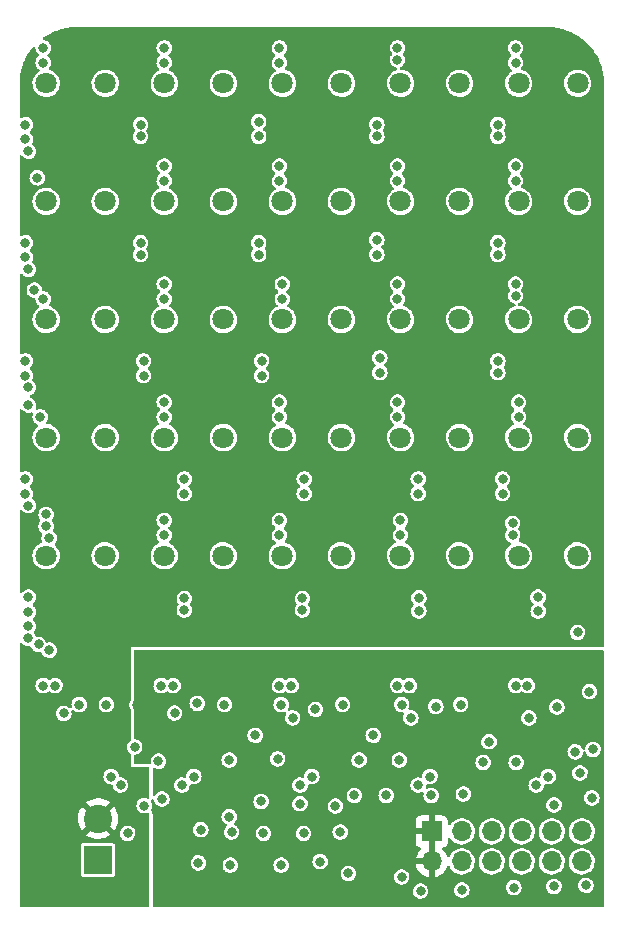
<source format=gbr>
%TF.GenerationSoftware,KiCad,Pcbnew,6.0.4-6f826c9f35~116~ubuntu20.04.1*%
%TF.CreationDate,2022-04-05T21:11:35+02:00*%
%TF.ProjectId,PhasedArray,50686173-6564-4417-9272-61792e6b6963,rev?*%
%TF.SameCoordinates,Original*%
%TF.FileFunction,Copper,L3,Inr*%
%TF.FilePolarity,Positive*%
%FSLAX46Y46*%
G04 Gerber Fmt 4.6, Leading zero omitted, Abs format (unit mm)*
G04 Created by KiCad (PCBNEW 6.0.4-6f826c9f35~116~ubuntu20.04.1) date 2022-04-05 21:11:35*
%MOMM*%
%LPD*%
G01*
G04 APERTURE LIST*
%TA.AperFunction,ComponentPad*%
%ADD10C,1.800000*%
%TD*%
%TA.AperFunction,ComponentPad*%
%ADD11R,2.400000X2.400000*%
%TD*%
%TA.AperFunction,ComponentPad*%
%ADD12C,2.400000*%
%TD*%
%TA.AperFunction,ComponentPad*%
%ADD13R,1.700000X1.700000*%
%TD*%
%TA.AperFunction,ComponentPad*%
%ADD14O,1.700000X1.700000*%
%TD*%
%TA.AperFunction,ViaPad*%
%ADD15C,0.800000*%
%TD*%
G04 APERTURE END LIST*
D10*
%TO.N,Net-(LS3-Pad1)*%
%TO.C,LS3*%
X157500000Y-50000000D03*
%TO.N,Net-(LS3-Pad2)*%
X152500000Y-50000000D03*
%TD*%
%TO.N,Net-(LS25-Pad1)*%
%TO.C,LS25*%
X117500000Y-30000000D03*
%TO.N,Net-(LS25-Pad2)*%
X112500000Y-30000000D03*
%TD*%
%TO.N,Net-(LS18-Pad1)*%
%TO.C,LS18*%
X147500000Y-30000000D03*
%TO.N,Net-(LS18-Pad2)*%
X142500000Y-30000000D03*
%TD*%
%TO.N,Net-(LS16-Pad1)*%
%TO.C,LS16*%
X127500000Y-40000000D03*
%TO.N,Net-(LS16-Pad2)*%
X122500000Y-40000000D03*
%TD*%
%TO.N,Net-(LS23-Pad1)*%
%TO.C,LS23*%
X117500000Y-50000000D03*
%TO.N,Net-(LS23-Pad2)*%
X112500000Y-50000000D03*
%TD*%
D11*
%TO.N,GND*%
%TO.C,J3*%
X116900000Y-95750000D03*
D12*
%TO.N,+15V*%
X116900000Y-92250000D03*
%TD*%
D10*
%TO.N,Net-(LS12-Pad1)*%
%TO.C,LS12*%
X137500000Y-40000000D03*
%TO.N,Net-(LS12-Pad2)*%
X132500000Y-40000000D03*
%TD*%
%TO.N,Net-(LS9-Pad1)*%
%TO.C,LS9*%
X137500000Y-70000000D03*
%TO.N,Net-(LS9-Pad2)*%
X132500000Y-70000000D03*
%TD*%
%TO.N,Net-(LS24-Pad1)*%
%TO.C,LS24*%
X117500000Y-40000000D03*
%TO.N,Net-(LS24-Pad2)*%
X112500000Y-40000000D03*
%TD*%
%TO.N,Net-(LS10-Pad1)*%
%TO.C,LS10*%
X137500000Y-60000000D03*
%TO.N,Net-(LS10-Pad2)*%
X132500000Y-60000000D03*
%TD*%
%TO.N,Net-(LS15-Pad1)*%
%TO.C,LS15*%
X127500000Y-50000000D03*
%TO.N,Net-(LS15-Pad2)*%
X122500000Y-50000000D03*
%TD*%
%TO.N,Net-(LS22-Pad1)*%
%TO.C,LS22*%
X117500000Y-60000000D03*
%TO.N,Net-(LS22-Pad2)*%
X112500000Y-60000000D03*
%TD*%
%TO.N,Net-(LS2-Pad1)*%
%TO.C,LS2*%
X157500000Y-60000000D03*
%TO.N,Net-(LS2-Pad2)*%
X152500000Y-60000000D03*
%TD*%
%TO.N,Net-(LS4-Pad1)*%
%TO.C,LS4*%
X157500000Y-40000000D03*
%TO.N,Net-(LS4-Pad2)*%
X152500000Y-40000000D03*
%TD*%
%TO.N,Net-(LS8-Pad1)*%
%TO.C,LS8*%
X147500000Y-40000000D03*
%TO.N,Net-(LS8-Pad2)*%
X142500000Y-40000000D03*
%TD*%
%TO.N,Net-(LS1-Pad1)*%
%TO.C,LS1*%
X157500000Y-70000000D03*
%TO.N,Net-(LS1-Pad2)*%
X152500000Y-70000000D03*
%TD*%
%TO.N,Net-(LS11-Pad1)*%
%TO.C,LS11*%
X137500000Y-50000000D03*
%TO.N,Net-(LS11-Pad2)*%
X132500000Y-50000000D03*
%TD*%
%TO.N,Net-(LS20-Pad1)*%
%TO.C,LS20*%
X127500000Y-30000000D03*
%TO.N,Net-(LS20-Pad2)*%
X122500000Y-30000000D03*
%TD*%
%TO.N,Net-(LS13-Pad1)*%
%TO.C,LS13*%
X127500000Y-70000000D03*
%TO.N,Net-(LS13-Pad2)*%
X122500000Y-70000000D03*
%TD*%
%TO.N,Net-(LS6-Pad1)*%
%TO.C,LS6*%
X147500000Y-60000000D03*
%TO.N,Net-(LS6-Pad2)*%
X142500000Y-60000000D03*
%TD*%
%TO.N,Net-(LS19-Pad1)*%
%TO.C,LS19*%
X137500000Y-30000000D03*
%TO.N,Net-(LS19-Pad2)*%
X132500000Y-30000000D03*
%TD*%
%TO.N,Net-(LS5-Pad1)*%
%TO.C,LS5*%
X147500000Y-70000000D03*
%TO.N,Net-(LS5-Pad2)*%
X142500000Y-70000000D03*
%TD*%
%TO.N,Net-(LS21-Pad1)*%
%TO.C,LS21*%
X117500000Y-70000000D03*
%TO.N,Net-(LS21-Pad2)*%
X112500000Y-70000000D03*
%TD*%
D13*
%TO.N,+3V3*%
%TO.C,J2*%
X145150000Y-93350000D03*
D14*
X145150000Y-95890000D03*
%TO.N,GND*%
X147690000Y-93350000D03*
X147690000Y-95890000D03*
%TO.N,SER3*%
X150230000Y-93350000D03*
%TO.N,SER4*%
X150230000Y-95890000D03*
%TO.N,SER2*%
X152770000Y-93350000D03*
%TO.N,RESET*%
X152770000Y-95890000D03*
%TO.N,SER1*%
X155310000Y-93350000D03*
%TO.N,CLK*%
X155310000Y-95890000D03*
%TO.N,SER0*%
X157850000Y-93350000D03*
%TO.N,LOAD*%
X157850000Y-95890000D03*
%TD*%
D10*
%TO.N,Net-(LS14-Pad1)*%
%TO.C,LS14*%
X127500000Y-60000000D03*
%TO.N,Net-(LS14-Pad2)*%
X122500000Y-60000000D03*
%TD*%
%TO.N,Net-(LS7-Pad1)*%
%TO.C,LS7*%
X147500000Y-50000000D03*
%TO.N,Net-(LS7-Pad2)*%
X142500000Y-50000000D03*
%TD*%
%TO.N,Net-(LS17-Pad1)*%
%TO.C,LS17*%
X157500000Y-30000000D03*
%TO.N,Net-(LS17-Pad2)*%
X152500000Y-30000000D03*
%TD*%
D15*
%TO.N,+15V*%
X117562500Y-86537500D03*
%TO.N,GND*%
X122000000Y-87400000D03*
X128000000Y-87300000D03*
X132100000Y-87200000D03*
X139000000Y-87300000D03*
X142400000Y-87300000D03*
X149500000Y-87500000D03*
X152300000Y-87500000D03*
X145100000Y-90300000D03*
X141300000Y-90300000D03*
X137400000Y-93400000D03*
X134000000Y-91000000D03*
X134300000Y-93500000D03*
X128200000Y-93400000D03*
X125600000Y-93200000D03*
X122300000Y-90600000D03*
X119400000Y-93500000D03*
X125400000Y-96000000D03*
X128100000Y-96200000D03*
X132400000Y-96200000D03*
X135700000Y-95900000D03*
X138100000Y-96900000D03*
X142600000Y-97200000D03*
X144200000Y-98400000D03*
X147700000Y-98300000D03*
X152100000Y-98100000D03*
X155500000Y-98000000D03*
X158200000Y-97900000D03*
X158700000Y-90500000D03*
X155500000Y-91100000D03*
X157700000Y-88400000D03*
X138600000Y-90300000D03*
X130700000Y-90800000D03*
X130900000Y-93500000D03*
%TO.N,CLK*%
X154000000Y-89424500D03*
%TO.N,+15V*%
X147500000Y-67500000D03*
X117500000Y-36500000D03*
X117500000Y-37500000D03*
X137500000Y-36500000D03*
X157500000Y-37500000D03*
X117500000Y-26500000D03*
X157500000Y-47500000D03*
X120700000Y-96000000D03*
X127500000Y-37500000D03*
X137500000Y-26500000D03*
X117500000Y-27500000D03*
X147500000Y-36500000D03*
X117500000Y-67500000D03*
X127500000Y-47500000D03*
X137500000Y-67500000D03*
X157500000Y-67500000D03*
X127500000Y-57500000D03*
X137500000Y-46500000D03*
X157500000Y-57500000D03*
X137500000Y-57500000D03*
X127500000Y-26500000D03*
X157500000Y-56500000D03*
X137500000Y-66500000D03*
X157500000Y-26500000D03*
X127500000Y-56500000D03*
X120700000Y-94000000D03*
X147500000Y-57500000D03*
X127500000Y-36500000D03*
X157500000Y-27500000D03*
X127500000Y-67500000D03*
X137500000Y-27500000D03*
X147500000Y-56500000D03*
X117500000Y-56500000D03*
X137500000Y-37500000D03*
X157500000Y-66500000D03*
X147500000Y-27500000D03*
X157500000Y-46500000D03*
X117500000Y-47500000D03*
X147500000Y-37500000D03*
X147500000Y-47500000D03*
X147500000Y-46500000D03*
X117500000Y-57500000D03*
X127500000Y-66500000D03*
X127500000Y-46500000D03*
X137500000Y-56500000D03*
X127500000Y-27500000D03*
X147500000Y-26500000D03*
X117500000Y-46500000D03*
X137500000Y-47500000D03*
X147500000Y-66500000D03*
X117500000Y-66500000D03*
X157500000Y-36500000D03*
%TO.N,GND*%
X112750000Y-68500000D03*
X140200000Y-85200000D03*
X142250000Y-47000000D03*
X140500000Y-33500000D03*
X130200000Y-85200000D03*
X111000000Y-73500000D03*
X132500000Y-48250000D03*
X127600000Y-82600000D03*
X122500000Y-58250000D03*
X120750000Y-54750000D03*
X110750000Y-33500000D03*
X133250000Y-81000000D03*
X124200000Y-74600000D03*
X134357069Y-64750000D03*
X140500000Y-34500000D03*
X152500000Y-58250000D03*
X122500000Y-37000000D03*
X122250000Y-81000000D03*
X132250000Y-38250000D03*
X140750000Y-54500000D03*
X152250000Y-47000000D03*
X144050036Y-74680500D03*
X132250000Y-81000000D03*
X120500000Y-43500000D03*
X110750000Y-34750000D03*
X122500000Y-27000000D03*
X122500000Y-38250000D03*
X142250000Y-57000000D03*
X132250000Y-37000000D03*
X110750000Y-53500000D03*
X150750000Y-53500000D03*
X125300000Y-82500000D03*
X120000000Y-86200000D03*
X111750000Y-38000000D03*
X112250000Y-27000000D03*
X112500000Y-67500000D03*
X142250000Y-81000000D03*
X142250000Y-48250000D03*
X150750000Y-43500000D03*
X158500000Y-81500000D03*
X111000000Y-57250000D03*
X115300000Y-82600000D03*
X112250000Y-28250000D03*
X158800000Y-86400000D03*
X120500000Y-44500000D03*
X135300000Y-83000000D03*
X132250000Y-67000000D03*
X113250000Y-81000000D03*
X130500000Y-33250000D03*
X110750000Y-44750000D03*
X142500000Y-68250000D03*
X120500000Y-33500000D03*
X132250000Y-57000000D03*
X144061534Y-73558884D03*
X112000000Y-58250000D03*
X152250000Y-37000000D03*
X110750000Y-63500000D03*
X142250000Y-37000000D03*
X145492990Y-82775500D03*
X152500000Y-57000000D03*
X150750000Y-33500000D03*
X112250000Y-81000000D03*
X134200000Y-74600000D03*
X110750000Y-54750000D03*
X132400000Y-82600000D03*
X124200000Y-64750000D03*
X150000000Y-85750000D03*
X134357069Y-63500000D03*
X112500000Y-66500000D03*
X152250000Y-27000000D03*
X142250000Y-28000000D03*
X122500000Y-47000000D03*
X154146500Y-73500000D03*
X154165804Y-74680500D03*
X152250000Y-81000000D03*
X110750000Y-64750000D03*
X140500000Y-44500000D03*
X142250000Y-27000000D03*
X142600000Y-82600000D03*
X144000000Y-63500000D03*
X151148149Y-64750000D03*
X150750000Y-44500000D03*
X151148149Y-63500000D03*
X137600000Y-82600000D03*
X134200000Y-73600000D03*
X132250000Y-27000000D03*
X153250000Y-81000000D03*
X130750000Y-53500000D03*
X111500000Y-47500000D03*
X142500000Y-67000000D03*
X142250000Y-38250000D03*
X120750000Y-53500000D03*
X157500000Y-76500000D03*
X147600000Y-82600000D03*
X110750000Y-43500000D03*
X140500000Y-43250000D03*
X123250000Y-81000000D03*
X120500000Y-34500000D03*
X142250000Y-58250000D03*
X132250000Y-58250000D03*
X152250000Y-28250000D03*
X130500000Y-43500000D03*
X150750000Y-34500000D03*
X122500000Y-28250000D03*
X122500000Y-48250000D03*
X140750000Y-53250000D03*
X143250000Y-81000000D03*
X144000000Y-64750000D03*
X122500000Y-68250000D03*
X132500000Y-47000000D03*
X130500000Y-44500000D03*
X152000000Y-68250000D03*
X124200000Y-63500000D03*
X111000000Y-74750000D03*
X132250000Y-68250000D03*
X124200000Y-73600000D03*
X152250000Y-38250000D03*
X112250000Y-48250000D03*
X122500000Y-67000000D03*
X117600000Y-82600000D03*
X122500000Y-57000000D03*
X130500000Y-34500000D03*
X152250000Y-48000000D03*
X132250000Y-28250000D03*
X130750000Y-54750000D03*
X152000000Y-67250000D03*
X150750000Y-54500000D03*
X155750000Y-82800000D03*
%TO.N,+3V3*%
X120200000Y-82600000D03*
X158750000Y-82750000D03*
X128750000Y-82726500D03*
X138750000Y-82726500D03*
X151250000Y-82726500D03*
%TO.N,SER3*%
X128000000Y-92100000D03*
%TO.N,RESET*%
X143375489Y-83724511D03*
X133375489Y-83724511D03*
X157300000Y-86600000D03*
X153375489Y-83724511D03*
X123375489Y-83324511D03*
X114000000Y-83350500D03*
%TO.N,SER2*%
X137000000Y-91200000D03*
%TO.N,LOAD*%
X125000000Y-88700000D03*
X145000000Y-88700000D03*
X135000000Y-88700000D03*
X117999500Y-88700000D03*
X155000000Y-88700000D03*
%TO.N,SER1*%
X147824745Y-90172142D03*
%TO.N,CLK*%
X124000000Y-89424500D03*
X134000000Y-89424500D03*
X118800000Y-89424500D03*
X144000000Y-89424500D03*
%TO.N,SER4*%
X120800000Y-91150500D03*
%TO.N,input41*%
X110986825Y-75988577D03*
X111000000Y-65750000D03*
%TO.N,input42*%
X111000000Y-77000000D03*
X111000000Y-55750000D03*
%TO.N,input43*%
X111000000Y-45750000D03*
X111857015Y-77514326D03*
%TO.N,input44*%
X111000000Y-35750000D03*
X112750000Y-78000000D03*
%TD*%
%TA.AperFunction,Conductor*%
%TO.N,+15V*%
G36*
X154987103Y-25256921D02*
G01*
X155000000Y-25259486D01*
X155012170Y-25257065D01*
X155022599Y-25257065D01*
X155035735Y-25256060D01*
X155356412Y-25270061D01*
X155408103Y-25272318D01*
X155419051Y-25273276D01*
X155818604Y-25325878D01*
X155829413Y-25327785D01*
X156222854Y-25415008D01*
X156233471Y-25417853D01*
X156617813Y-25539036D01*
X156628128Y-25542789D01*
X157000468Y-25697017D01*
X157010412Y-25701655D01*
X157295219Y-25849916D01*
X157367867Y-25887734D01*
X157377387Y-25893230D01*
X157717262Y-26109755D01*
X157726266Y-26116059D01*
X157741059Y-26127410D01*
X158045993Y-26361393D01*
X158054397Y-26368445D01*
X158148527Y-26454700D01*
X158351519Y-26640709D01*
X158359291Y-26648481D01*
X158408011Y-26701649D01*
X158631555Y-26945603D01*
X158638607Y-26954007D01*
X158768743Y-27123604D01*
X158883941Y-27273734D01*
X158890245Y-27282738D01*
X158907977Y-27310571D01*
X159075624Y-27573723D01*
X159106770Y-27622613D01*
X159112265Y-27632132D01*
X159278596Y-27951649D01*
X159298341Y-27989579D01*
X159302983Y-27999532D01*
X159437298Y-28323798D01*
X159457208Y-28371865D01*
X159460964Y-28382187D01*
X159553131Y-28674500D01*
X159582147Y-28766528D01*
X159584992Y-28777145D01*
X159647485Y-29059032D01*
X159672214Y-29170579D01*
X159674122Y-29181396D01*
X159676820Y-29201890D01*
X159726724Y-29580948D01*
X159727682Y-29591898D01*
X159743940Y-29964265D01*
X159742935Y-29977401D01*
X159742935Y-29987830D01*
X159740514Y-30000000D01*
X159742935Y-30012170D01*
X159743079Y-30012894D01*
X159745500Y-30037476D01*
X159745500Y-77624000D01*
X159725498Y-77692121D01*
X159671842Y-77738614D01*
X159619500Y-77750000D01*
X119650000Y-77750000D01*
X119650000Y-82204417D01*
X119627087Y-82276867D01*
X119618950Y-82288444D01*
X119616190Y-82295523D01*
X119567251Y-82421046D01*
X119561406Y-82436037D01*
X119560414Y-82443570D01*
X119560414Y-82443571D01*
X119543871Y-82569233D01*
X119540729Y-82593096D01*
X119545470Y-82636037D01*
X119557279Y-82743003D01*
X119557280Y-82743007D01*
X119558113Y-82750553D01*
X119560723Y-82757684D01*
X119560723Y-82757686D01*
X119591846Y-82842733D01*
X119612553Y-82899319D01*
X119616786Y-82905619D01*
X119616791Y-82905628D01*
X119628582Y-82923174D01*
X119650000Y-82993449D01*
X119650000Y-85579452D01*
X119629998Y-85647573D01*
X119606830Y-85674401D01*
X119510039Y-85758838D01*
X119418950Y-85888444D01*
X119361406Y-86036037D01*
X119360414Y-86043570D01*
X119360414Y-86043571D01*
X119344561Y-86163992D01*
X119340729Y-86193096D01*
X119341563Y-86200646D01*
X119351930Y-86294546D01*
X119358113Y-86350553D01*
X119360723Y-86357684D01*
X119360723Y-86357686D01*
X119391846Y-86442733D01*
X119412553Y-86499319D01*
X119416789Y-86505622D01*
X119416789Y-86505623D01*
X119475569Y-86593096D01*
X119500908Y-86630805D01*
X119506527Y-86635918D01*
X119506528Y-86635919D01*
X119608799Y-86728978D01*
X119645722Y-86789619D01*
X119650000Y-86822172D01*
X119650000Y-87900000D01*
X121124000Y-87900000D01*
X121192121Y-87920002D01*
X121238614Y-87973658D01*
X121250000Y-88026000D01*
X121250000Y-90438861D01*
X121229998Y-90506982D01*
X121176342Y-90553475D01*
X121106068Y-90563579D01*
X121065042Y-90550216D01*
X121036274Y-90534984D01*
X120882633Y-90496392D01*
X120875034Y-90496352D01*
X120875033Y-90496352D01*
X120809181Y-90496007D01*
X120724221Y-90495562D01*
X120716841Y-90497334D01*
X120716839Y-90497334D01*
X120577563Y-90530771D01*
X120577560Y-90530772D01*
X120570184Y-90532543D01*
X120429414Y-90605200D01*
X120310039Y-90709338D01*
X120218950Y-90838944D01*
X120204925Y-90874917D01*
X120167604Y-90970641D01*
X120161406Y-90986537D01*
X120160414Y-90994070D01*
X120160414Y-90994071D01*
X120144651Y-91113807D01*
X120140729Y-91143596D01*
X120142065Y-91155695D01*
X120152831Y-91253207D01*
X120158113Y-91301053D01*
X120212553Y-91449819D01*
X120216789Y-91456122D01*
X120216789Y-91456123D01*
X120245816Y-91499319D01*
X120300908Y-91581305D01*
X120418076Y-91687919D01*
X120557293Y-91763508D01*
X120710522Y-91803707D01*
X120794477Y-91805026D01*
X120861319Y-91806076D01*
X120861322Y-91806076D01*
X120868916Y-91806195D01*
X121023332Y-91770829D01*
X121067387Y-91748672D01*
X121137230Y-91735933D01*
X121202874Y-91762978D01*
X121243476Y-91821218D01*
X121250000Y-91861237D01*
X121250000Y-99619500D01*
X121229998Y-99687621D01*
X121176342Y-99734114D01*
X121124000Y-99745500D01*
X110380500Y-99745500D01*
X110312379Y-99725498D01*
X110265886Y-99671842D01*
X110254500Y-99619500D01*
X110254500Y-94524933D01*
X115445500Y-94524933D01*
X115445501Y-96975066D01*
X115448420Y-96989742D01*
X115457628Y-97036037D01*
X115460266Y-97049301D01*
X115516516Y-97133484D01*
X115600699Y-97189734D01*
X115674933Y-97204500D01*
X116899802Y-97204500D01*
X118125066Y-97204499D01*
X118160818Y-97197388D01*
X118187126Y-97192156D01*
X118187128Y-97192155D01*
X118199301Y-97189734D01*
X118209621Y-97182839D01*
X118209622Y-97182838D01*
X118273168Y-97140377D01*
X118283484Y-97133484D01*
X118339734Y-97049301D01*
X118354500Y-96975067D01*
X118354499Y-94524934D01*
X118339734Y-94450699D01*
X118332408Y-94439734D01*
X118290377Y-94376832D01*
X118283484Y-94366516D01*
X118199301Y-94310266D01*
X118125067Y-94295500D01*
X116900199Y-94295500D01*
X115674934Y-94295501D01*
X115639182Y-94302612D01*
X115612874Y-94307844D01*
X115612872Y-94307845D01*
X115600699Y-94310266D01*
X115590379Y-94317161D01*
X115590378Y-94317162D01*
X115529985Y-94357516D01*
X115516516Y-94366516D01*
X115460266Y-94450699D01*
X115445500Y-94524933D01*
X110254500Y-94524933D01*
X110254500Y-93623359D01*
X115891386Y-93623359D01*
X115900099Y-93634879D01*
X115988586Y-93699760D01*
X115996505Y-93704708D01*
X116212877Y-93818547D01*
X116221451Y-93822275D01*
X116452282Y-93902885D01*
X116461291Y-93905299D01*
X116701518Y-93950908D01*
X116710775Y-93951962D01*
X116955107Y-93961563D01*
X116964420Y-93961237D01*
X117207478Y-93934618D01*
X117216655Y-93932917D01*
X117453107Y-93870665D01*
X117461926Y-93867628D01*
X117686584Y-93771107D01*
X117694856Y-93766800D01*
X117902777Y-93638135D01*
X117904620Y-93636796D01*
X117912038Y-93625541D01*
X117905974Y-93615184D01*
X117783886Y-93493096D01*
X118740729Y-93493096D01*
X118744088Y-93523522D01*
X118756383Y-93634879D01*
X118758113Y-93650553D01*
X118760723Y-93657684D01*
X118760723Y-93657686D01*
X118777931Y-93704708D01*
X118812553Y-93799319D01*
X118816789Y-93805622D01*
X118816789Y-93805623D01*
X118883769Y-93905299D01*
X118900908Y-93930805D01*
X118906527Y-93935918D01*
X118906528Y-93935919D01*
X118934711Y-93961563D01*
X119018076Y-94037419D01*
X119157293Y-94113008D01*
X119310522Y-94153207D01*
X119394477Y-94154526D01*
X119461319Y-94155576D01*
X119461322Y-94155576D01*
X119468916Y-94155695D01*
X119623332Y-94120329D01*
X119722628Y-94070389D01*
X119758072Y-94052563D01*
X119758075Y-94052561D01*
X119764855Y-94049151D01*
X119770626Y-94044222D01*
X119770629Y-94044220D01*
X119879536Y-93951204D01*
X119879536Y-93951203D01*
X119885314Y-93946269D01*
X119977755Y-93817624D01*
X120036842Y-93670641D01*
X120051074Y-93570641D01*
X120058581Y-93517891D01*
X120058581Y-93517888D01*
X120059162Y-93513807D01*
X120059307Y-93500000D01*
X120040276Y-93342733D01*
X119984280Y-93194546D01*
X119915552Y-93094546D01*
X119898855Y-93070251D01*
X119898854Y-93070249D01*
X119894553Y-93063992D01*
X119776275Y-92958611D01*
X119768889Y-92954700D01*
X119642988Y-92888039D01*
X119642989Y-92888039D01*
X119636274Y-92884484D01*
X119482633Y-92845892D01*
X119475034Y-92845852D01*
X119475033Y-92845852D01*
X119409181Y-92845507D01*
X119324221Y-92845062D01*
X119316841Y-92846834D01*
X119316839Y-92846834D01*
X119177563Y-92880271D01*
X119177560Y-92880272D01*
X119170184Y-92882043D01*
X119029414Y-92954700D01*
X118910039Y-93058838D01*
X118818950Y-93188444D01*
X118800394Y-93236037D01*
X118767283Y-93320964D01*
X118761406Y-93336037D01*
X118740729Y-93493096D01*
X117783886Y-93493096D01*
X116912812Y-92622022D01*
X116898868Y-92614408D01*
X116897035Y-92614539D01*
X116890420Y-92618790D01*
X115898044Y-93611166D01*
X115891386Y-93623359D01*
X110254500Y-93623359D01*
X110254500Y-92209835D01*
X115188022Y-92209835D01*
X115199754Y-92454064D01*
X115200891Y-92463324D01*
X115248593Y-92703143D01*
X115251082Y-92712118D01*
X115333708Y-92942250D01*
X115337505Y-92950778D01*
X115453234Y-93166160D01*
X115458245Y-93174027D01*
X115515173Y-93250263D01*
X115526431Y-93258712D01*
X115538850Y-93251940D01*
X116527978Y-92262812D01*
X116534356Y-92251132D01*
X117264408Y-92251132D01*
X117264539Y-92252965D01*
X117268790Y-92259580D01*
X118263732Y-93254522D01*
X118276112Y-93261282D01*
X118284453Y-93255038D01*
X118402700Y-93071202D01*
X118407147Y-93063011D01*
X118507572Y-92840076D01*
X118510767Y-92831298D01*
X118577135Y-92595973D01*
X118578993Y-92586844D01*
X118610044Y-92342770D01*
X118610525Y-92336483D01*
X118612706Y-92253160D01*
X118612555Y-92246851D01*
X118594321Y-92001486D01*
X118592944Y-91992280D01*
X118538979Y-91753786D01*
X118536255Y-91744875D01*
X118447633Y-91516983D01*
X118443619Y-91508567D01*
X118322284Y-91296276D01*
X118317074Y-91288553D01*
X118285787Y-91248865D01*
X118273863Y-91240395D01*
X118262328Y-91246882D01*
X117272022Y-92237188D01*
X117264408Y-92251132D01*
X116534356Y-92251132D01*
X116535592Y-92248868D01*
X116535461Y-92247035D01*
X116531210Y-92240420D01*
X115536828Y-91246038D01*
X115523520Y-91238771D01*
X115513481Y-91245893D01*
X115508581Y-91251784D01*
X115503168Y-91259373D01*
X115376322Y-91468409D01*
X115372084Y-91476726D01*
X115277529Y-91702214D01*
X115274572Y-91711052D01*
X115214384Y-91948042D01*
X115212763Y-91957232D01*
X115188267Y-92200510D01*
X115188022Y-92209835D01*
X110254500Y-92209835D01*
X110254500Y-90874917D01*
X115889330Y-90874917D01*
X115893903Y-90884693D01*
X116887188Y-91877978D01*
X116901132Y-91885592D01*
X116902965Y-91885461D01*
X116909580Y-91881210D01*
X117902488Y-90888302D01*
X117908872Y-90876612D01*
X117899460Y-90864502D01*
X117773144Y-90776873D01*
X117765116Y-90772145D01*
X117545810Y-90663995D01*
X117537177Y-90660507D01*
X117304288Y-90585958D01*
X117295238Y-90583785D01*
X117053891Y-90544480D01*
X117044602Y-90543668D01*
X116800114Y-90540467D01*
X116790803Y-90541037D01*
X116548522Y-90574010D01*
X116539403Y-90575948D01*
X116304668Y-90644367D01*
X116295915Y-90647639D01*
X116073869Y-90750004D01*
X116065714Y-90754524D01*
X115898468Y-90864175D01*
X115889330Y-90874917D01*
X110254500Y-90874917D01*
X110254500Y-88693096D01*
X117340229Y-88693096D01*
X117341063Y-88700646D01*
X117355433Y-88830805D01*
X117357613Y-88850553D01*
X117360223Y-88857684D01*
X117360223Y-88857686D01*
X117406243Y-88983441D01*
X117412053Y-88999319D01*
X117500408Y-89130805D01*
X117617576Y-89237419D01*
X117756793Y-89313008D01*
X117910022Y-89353207D01*
X117973278Y-89354201D01*
X118022939Y-89354981D01*
X118090737Y-89376050D01*
X118136382Y-89430430D01*
X118146199Y-89467138D01*
X118156079Y-89556626D01*
X118158113Y-89575053D01*
X118160723Y-89582184D01*
X118160723Y-89582186D01*
X118198159Y-89684484D01*
X118212553Y-89723819D01*
X118300908Y-89855305D01*
X118306527Y-89860418D01*
X118306528Y-89860419D01*
X118399550Y-89945062D01*
X118418076Y-89961919D01*
X118557293Y-90037508D01*
X118710522Y-90077707D01*
X118794477Y-90079026D01*
X118861319Y-90080076D01*
X118861322Y-90080076D01*
X118868916Y-90080195D01*
X119023332Y-90044829D01*
X119123310Y-89994546D01*
X119158072Y-89977063D01*
X119158075Y-89977061D01*
X119164855Y-89973651D01*
X119170626Y-89968722D01*
X119170629Y-89968720D01*
X119279536Y-89875704D01*
X119279536Y-89875703D01*
X119285314Y-89870769D01*
X119377755Y-89742124D01*
X119436842Y-89595141D01*
X119459162Y-89438307D01*
X119459307Y-89424500D01*
X119440276Y-89267233D01*
X119384280Y-89119046D01*
X119314575Y-89017624D01*
X119298855Y-88994751D01*
X119298854Y-88994749D01*
X119294553Y-88988492D01*
X119176275Y-88883111D01*
X119168889Y-88879200D01*
X119100524Y-88843003D01*
X119036274Y-88808984D01*
X118882633Y-88770392D01*
X118875034Y-88770352D01*
X118875033Y-88770352D01*
X118778271Y-88769845D01*
X118710256Y-88749486D01*
X118664045Y-88695588D01*
X118653844Y-88658984D01*
X118640688Y-88550273D01*
X118639776Y-88542733D01*
X118583780Y-88394546D01*
X118494053Y-88263992D01*
X118375775Y-88158611D01*
X118368389Y-88154700D01*
X118242488Y-88088039D01*
X118242489Y-88088039D01*
X118235774Y-88084484D01*
X118082133Y-88045892D01*
X118074534Y-88045852D01*
X118074533Y-88045852D01*
X118008681Y-88045507D01*
X117923721Y-88045062D01*
X117916341Y-88046834D01*
X117916339Y-88046834D01*
X117777063Y-88080271D01*
X117777060Y-88080272D01*
X117769684Y-88082043D01*
X117628914Y-88154700D01*
X117509539Y-88258838D01*
X117418450Y-88388444D01*
X117360906Y-88536037D01*
X117359914Y-88543570D01*
X117359914Y-88543571D01*
X117344720Y-88658984D01*
X117340229Y-88693096D01*
X110254500Y-88693096D01*
X110254500Y-83343596D01*
X113340729Y-83343596D01*
X113346496Y-83395829D01*
X113355244Y-83475064D01*
X113358113Y-83501053D01*
X113412553Y-83649819D01*
X113500908Y-83781305D01*
X113506527Y-83786418D01*
X113506528Y-83786419D01*
X113517903Y-83796769D01*
X113618076Y-83887919D01*
X113757293Y-83963508D01*
X113910522Y-84003707D01*
X113994477Y-84005026D01*
X114061319Y-84006076D01*
X114061322Y-84006076D01*
X114068916Y-84006195D01*
X114223332Y-83970829D01*
X114293742Y-83935417D01*
X114358072Y-83903063D01*
X114358075Y-83903061D01*
X114364855Y-83899651D01*
X114370626Y-83894722D01*
X114370629Y-83894720D01*
X114479536Y-83801704D01*
X114479536Y-83801703D01*
X114485314Y-83796769D01*
X114577755Y-83668124D01*
X114636842Y-83521141D01*
X114642965Y-83478115D01*
X114658581Y-83368391D01*
X114658581Y-83368388D01*
X114659162Y-83364307D01*
X114659307Y-83350500D01*
X114640276Y-83193233D01*
X114640206Y-83193048D01*
X114643241Y-83125274D01*
X114684259Y-83067325D01*
X114750095Y-83040751D01*
X114819846Y-83053989D01*
X114847227Y-83072952D01*
X114886838Y-83108995D01*
X114918076Y-83137419D01*
X115057293Y-83213008D01*
X115210522Y-83253207D01*
X115294477Y-83254526D01*
X115361319Y-83255576D01*
X115361322Y-83255576D01*
X115368916Y-83255695D01*
X115523332Y-83220329D01*
X115597311Y-83183122D01*
X115658072Y-83152563D01*
X115658075Y-83152561D01*
X115664855Y-83149151D01*
X115670626Y-83144222D01*
X115670629Y-83144220D01*
X115779536Y-83051204D01*
X115779536Y-83051203D01*
X115785314Y-83046269D01*
X115877755Y-82917624D01*
X115936842Y-82770641D01*
X115951074Y-82670641D01*
X115958581Y-82617891D01*
X115958581Y-82617888D01*
X115959162Y-82613807D01*
X115959307Y-82600000D01*
X115958472Y-82593096D01*
X116940729Y-82593096D01*
X116945470Y-82636037D01*
X116957279Y-82743003D01*
X116957280Y-82743007D01*
X116958113Y-82750553D01*
X116960723Y-82757684D01*
X116960723Y-82757686D01*
X116991846Y-82842733D01*
X117012553Y-82899319D01*
X117016789Y-82905622D01*
X117016789Y-82905623D01*
X117093014Y-83019057D01*
X117100908Y-83030805D01*
X117106527Y-83035918D01*
X117106528Y-83035919D01*
X117186838Y-83108995D01*
X117218076Y-83137419D01*
X117357293Y-83213008D01*
X117510522Y-83253207D01*
X117594477Y-83254526D01*
X117661319Y-83255576D01*
X117661322Y-83255576D01*
X117668916Y-83255695D01*
X117823332Y-83220329D01*
X117897311Y-83183122D01*
X117958072Y-83152563D01*
X117958075Y-83152561D01*
X117964855Y-83149151D01*
X117970626Y-83144222D01*
X117970629Y-83144220D01*
X118079536Y-83051204D01*
X118079536Y-83051203D01*
X118085314Y-83046269D01*
X118177755Y-82917624D01*
X118236842Y-82770641D01*
X118251074Y-82670641D01*
X118258581Y-82617891D01*
X118258581Y-82617888D01*
X118259162Y-82613807D01*
X118259307Y-82600000D01*
X118240276Y-82442733D01*
X118184280Y-82294546D01*
X118142744Y-82234111D01*
X118098855Y-82170251D01*
X118098854Y-82170249D01*
X118094553Y-82163992D01*
X117976275Y-82058611D01*
X117968889Y-82054700D01*
X117842988Y-81988039D01*
X117842989Y-81988039D01*
X117836274Y-81984484D01*
X117682633Y-81945892D01*
X117675034Y-81945852D01*
X117675033Y-81945852D01*
X117609181Y-81945507D01*
X117524221Y-81945062D01*
X117516841Y-81946834D01*
X117516839Y-81946834D01*
X117377563Y-81980271D01*
X117377560Y-81980272D01*
X117370184Y-81982043D01*
X117229414Y-82054700D01*
X117110039Y-82158838D01*
X117018950Y-82288444D01*
X117001057Y-82334338D01*
X116967251Y-82421046D01*
X116961406Y-82436037D01*
X116960414Y-82443570D01*
X116960414Y-82443571D01*
X116943871Y-82569233D01*
X116940729Y-82593096D01*
X115958472Y-82593096D01*
X115940276Y-82442733D01*
X115884280Y-82294546D01*
X115842744Y-82234111D01*
X115798855Y-82170251D01*
X115798854Y-82170249D01*
X115794553Y-82163992D01*
X115676275Y-82058611D01*
X115668889Y-82054700D01*
X115542988Y-81988039D01*
X115542989Y-81988039D01*
X115536274Y-81984484D01*
X115382633Y-81945892D01*
X115375034Y-81945852D01*
X115375033Y-81945852D01*
X115309181Y-81945507D01*
X115224221Y-81945062D01*
X115216841Y-81946834D01*
X115216839Y-81946834D01*
X115077563Y-81980271D01*
X115077560Y-81980272D01*
X115070184Y-81982043D01*
X114929414Y-82054700D01*
X114810039Y-82158838D01*
X114718950Y-82288444D01*
X114701057Y-82334338D01*
X114667251Y-82421046D01*
X114661406Y-82436037D01*
X114660414Y-82443570D01*
X114660414Y-82443571D01*
X114643871Y-82569233D01*
X114640729Y-82593096D01*
X114658113Y-82750553D01*
X114660097Y-82755975D01*
X114656221Y-82826090D01*
X114614599Y-82883606D01*
X114548489Y-82909489D01*
X114478880Y-82895522D01*
X114453650Y-82878049D01*
X114395332Y-82826090D01*
X114376275Y-82809111D01*
X114368889Y-82805200D01*
X114274457Y-82755201D01*
X114236274Y-82734984D01*
X114082633Y-82696392D01*
X114075034Y-82696352D01*
X114075033Y-82696352D01*
X114009181Y-82696007D01*
X113924221Y-82695562D01*
X113916841Y-82697334D01*
X113916839Y-82697334D01*
X113777563Y-82730771D01*
X113777560Y-82730772D01*
X113770184Y-82732543D01*
X113629414Y-82805200D01*
X113510039Y-82909338D01*
X113418950Y-83038944D01*
X113406685Y-83070403D01*
X113367604Y-83170641D01*
X113361406Y-83186537D01*
X113360414Y-83194070D01*
X113360414Y-83194071D01*
X113343242Y-83324511D01*
X113340729Y-83343596D01*
X110254500Y-83343596D01*
X110254500Y-80993096D01*
X111590729Y-80993096D01*
X111608113Y-81150553D01*
X111662553Y-81299319D01*
X111750908Y-81430805D01*
X111756527Y-81435918D01*
X111756528Y-81435919D01*
X111862460Y-81532309D01*
X111868076Y-81537419D01*
X112007293Y-81613008D01*
X112160522Y-81653207D01*
X112244477Y-81654526D01*
X112311319Y-81655576D01*
X112311322Y-81655576D01*
X112318916Y-81655695D01*
X112473332Y-81620329D01*
X112543742Y-81584917D01*
X112608072Y-81552563D01*
X112608075Y-81552561D01*
X112614855Y-81549151D01*
X112667656Y-81504055D01*
X112732445Y-81475024D01*
X112802645Y-81485629D01*
X112834285Y-81506672D01*
X112862460Y-81532309D01*
X112868076Y-81537419D01*
X113007293Y-81613008D01*
X113160522Y-81653207D01*
X113244477Y-81654526D01*
X113311319Y-81655576D01*
X113311322Y-81655576D01*
X113318916Y-81655695D01*
X113473332Y-81620329D01*
X113543742Y-81584917D01*
X113608072Y-81552563D01*
X113608075Y-81552561D01*
X113614855Y-81549151D01*
X113620626Y-81544222D01*
X113620629Y-81544220D01*
X113729536Y-81451204D01*
X113729536Y-81451203D01*
X113735314Y-81446269D01*
X113827755Y-81317624D01*
X113886842Y-81170641D01*
X113902020Y-81063992D01*
X113908581Y-81017891D01*
X113908581Y-81017888D01*
X113909162Y-81013807D01*
X113909307Y-81000000D01*
X113890276Y-80842733D01*
X113834280Y-80694546D01*
X113825814Y-80682228D01*
X113748855Y-80570251D01*
X113748854Y-80570249D01*
X113744553Y-80563992D01*
X113626275Y-80458611D01*
X113618889Y-80454700D01*
X113492988Y-80388039D01*
X113492989Y-80388039D01*
X113486274Y-80384484D01*
X113332633Y-80345892D01*
X113325034Y-80345852D01*
X113325033Y-80345852D01*
X113259181Y-80345507D01*
X113174221Y-80345062D01*
X113166841Y-80346834D01*
X113166839Y-80346834D01*
X113027563Y-80380271D01*
X113027560Y-80380272D01*
X113020184Y-80382043D01*
X112879414Y-80454700D01*
X112873695Y-80459689D01*
X112832999Y-80495190D01*
X112768516Y-80524897D01*
X112698209Y-80515027D01*
X112666352Y-80494317D01*
X112631951Y-80463667D01*
X112631945Y-80463663D01*
X112626275Y-80458611D01*
X112618889Y-80454700D01*
X112492988Y-80388039D01*
X112492989Y-80388039D01*
X112486274Y-80384484D01*
X112332633Y-80345892D01*
X112325034Y-80345852D01*
X112325033Y-80345852D01*
X112259181Y-80345507D01*
X112174221Y-80345062D01*
X112166841Y-80346834D01*
X112166839Y-80346834D01*
X112027563Y-80380271D01*
X112027560Y-80380272D01*
X112020184Y-80382043D01*
X111879414Y-80454700D01*
X111760039Y-80558838D01*
X111668950Y-80688444D01*
X111611406Y-80836037D01*
X111610414Y-80843570D01*
X111610414Y-80843571D01*
X111595784Y-80954700D01*
X111590729Y-80993096D01*
X110254500Y-80993096D01*
X110254500Y-77477529D01*
X110274502Y-77409408D01*
X110328158Y-77362915D01*
X110398432Y-77352811D01*
X110463012Y-77382305D01*
X110485082Y-77407254D01*
X110496669Y-77424497D01*
X110500908Y-77430805D01*
X110506527Y-77435918D01*
X110506528Y-77435919D01*
X110537020Y-77463664D01*
X110618076Y-77537419D01*
X110757293Y-77613008D01*
X110910522Y-77653207D01*
X110994477Y-77654526D01*
X111061319Y-77655576D01*
X111061322Y-77655576D01*
X111068916Y-77655695D01*
X111076319Y-77653999D01*
X111076323Y-77653999D01*
X111092437Y-77650308D01*
X111163304Y-77654595D01*
X111220603Y-77696516D01*
X111238895Y-77729826D01*
X111246278Y-77750000D01*
X111269568Y-77813645D01*
X111357923Y-77945131D01*
X111363542Y-77950244D01*
X111363543Y-77950245D01*
X111422767Y-78004134D01*
X111475091Y-78051745D01*
X111614308Y-78127334D01*
X111767537Y-78167533D01*
X111851492Y-78168852D01*
X111918334Y-78169902D01*
X111918337Y-78169902D01*
X111925931Y-78170021D01*
X111933335Y-78168325D01*
X111933337Y-78168325D01*
X111992318Y-78154817D01*
X112063185Y-78159107D01*
X112120483Y-78201029D01*
X112138773Y-78234337D01*
X112159941Y-78292183D01*
X112159943Y-78292187D01*
X112162553Y-78299319D01*
X112250908Y-78430805D01*
X112256527Y-78435918D01*
X112256528Y-78435919D01*
X112267903Y-78446269D01*
X112368076Y-78537419D01*
X112507293Y-78613008D01*
X112660522Y-78653207D01*
X112744477Y-78654526D01*
X112811319Y-78655576D01*
X112811322Y-78655576D01*
X112818916Y-78655695D01*
X112973332Y-78620329D01*
X113043742Y-78584917D01*
X113108072Y-78552563D01*
X113108075Y-78552561D01*
X113114855Y-78549151D01*
X113120626Y-78544222D01*
X113120629Y-78544220D01*
X113229536Y-78451204D01*
X113229536Y-78451203D01*
X113235314Y-78446269D01*
X113327755Y-78317624D01*
X113386842Y-78170641D01*
X113409162Y-78013807D01*
X113409307Y-78000000D01*
X113390276Y-77842733D01*
X113334280Y-77694546D01*
X113327748Y-77685042D01*
X113248855Y-77570251D01*
X113248854Y-77570249D01*
X113244553Y-77563992D01*
X113126275Y-77458611D01*
X112986274Y-77384484D01*
X112832633Y-77345892D01*
X112825034Y-77345852D01*
X112825033Y-77345852D01*
X112759181Y-77345507D01*
X112674221Y-77345062D01*
X112666841Y-77346834D01*
X112666839Y-77346834D01*
X112615865Y-77359072D01*
X112544957Y-77355525D01*
X112487223Y-77314205D01*
X112468585Y-77281092D01*
X112443978Y-77215973D01*
X112441295Y-77208872D01*
X112403582Y-77153999D01*
X112355870Y-77084577D01*
X112355869Y-77084575D01*
X112351568Y-77078318D01*
X112233290Y-76972937D01*
X112093289Y-76898810D01*
X111939648Y-76860218D01*
X111932049Y-76860178D01*
X111932048Y-76860178D01*
X111866196Y-76859833D01*
X111781236Y-76859388D01*
X111773851Y-76861161D01*
X111765786Y-76863097D01*
X111694878Y-76859551D01*
X111637144Y-76818233D01*
X111618504Y-76785117D01*
X111586964Y-76701649D01*
X111584280Y-76694546D01*
X111494553Y-76563992D01*
X111494911Y-76563746D01*
X111466883Y-76503743D01*
X111468321Y-76493096D01*
X156840729Y-76493096D01*
X156844144Y-76524024D01*
X156857026Y-76640706D01*
X156858113Y-76650553D01*
X156912553Y-76799319D01*
X156916789Y-76805622D01*
X156916789Y-76805623D01*
X156953449Y-76860178D01*
X157000908Y-76930805D01*
X157006527Y-76935918D01*
X157006528Y-76935919D01*
X157017903Y-76946269D01*
X157118076Y-77037419D01*
X157257293Y-77113008D01*
X157410522Y-77153207D01*
X157494477Y-77154526D01*
X157561319Y-77155576D01*
X157561322Y-77155576D01*
X157568916Y-77155695D01*
X157723332Y-77120329D01*
X157794418Y-77084577D01*
X157858072Y-77052563D01*
X157858075Y-77052561D01*
X157864855Y-77049151D01*
X157870626Y-77044222D01*
X157870629Y-77044220D01*
X157979536Y-76951204D01*
X157979536Y-76951203D01*
X157985314Y-76946269D01*
X158077755Y-76817624D01*
X158136842Y-76670641D01*
X158152055Y-76563746D01*
X158158581Y-76517891D01*
X158158581Y-76517888D01*
X158159162Y-76513807D01*
X158159307Y-76500000D01*
X158157576Y-76485691D01*
X158146055Y-76390489D01*
X158140276Y-76342733D01*
X158084280Y-76194546D01*
X157994553Y-76063992D01*
X157876275Y-75958611D01*
X157868889Y-75954700D01*
X157742988Y-75888039D01*
X157742989Y-75888039D01*
X157736274Y-75884484D01*
X157582633Y-75845892D01*
X157575034Y-75845852D01*
X157575033Y-75845852D01*
X157509181Y-75845507D01*
X157424221Y-75845062D01*
X157416841Y-75846834D01*
X157416839Y-75846834D01*
X157277563Y-75880271D01*
X157277560Y-75880272D01*
X157270184Y-75882043D01*
X157129414Y-75954700D01*
X157010039Y-76058838D01*
X156918950Y-76188444D01*
X156916190Y-76195524D01*
X156873039Y-76306201D01*
X156861406Y-76336037D01*
X156860414Y-76343570D01*
X156860414Y-76343571D01*
X156848398Y-76434846D01*
X156840729Y-76493096D01*
X111468321Y-76493096D01*
X111476383Y-76433385D01*
X111489116Y-76411219D01*
X111564580Y-76306201D01*
X111623667Y-76159218D01*
X111629790Y-76116192D01*
X111645406Y-76006468D01*
X111645406Y-76006465D01*
X111645987Y-76002384D01*
X111646132Y-75988577D01*
X111627101Y-75831310D01*
X111571105Y-75683123D01*
X111521219Y-75610538D01*
X111485680Y-75558828D01*
X111485679Y-75558826D01*
X111481378Y-75552569D01*
X111469990Y-75542423D01*
X111386969Y-75468454D01*
X111349413Y-75408203D01*
X111350393Y-75337214D01*
X111388957Y-75278566D01*
X111479536Y-75201204D01*
X111479536Y-75201203D01*
X111485314Y-75196269D01*
X111577755Y-75067624D01*
X111636842Y-74920641D01*
X111657186Y-74777695D01*
X111658581Y-74767891D01*
X111658581Y-74767888D01*
X111659162Y-74763807D01*
X111659307Y-74750000D01*
X111640320Y-74593096D01*
X123540729Y-74593096D01*
X123558113Y-74750553D01*
X123560723Y-74757684D01*
X123560723Y-74757686D01*
X123594923Y-74851141D01*
X123612553Y-74899319D01*
X123616789Y-74905622D01*
X123616789Y-74905623D01*
X123621824Y-74913115D01*
X123700908Y-75030805D01*
X123706527Y-75035918D01*
X123706528Y-75035919D01*
X123806372Y-75126769D01*
X123818076Y-75137419D01*
X123957293Y-75213008D01*
X124110522Y-75253207D01*
X124194477Y-75254526D01*
X124261319Y-75255576D01*
X124261322Y-75255576D01*
X124268916Y-75255695D01*
X124423332Y-75220329D01*
X124493742Y-75184917D01*
X124558072Y-75152563D01*
X124558075Y-75152561D01*
X124564855Y-75149151D01*
X124570626Y-75144222D01*
X124570629Y-75144220D01*
X124679536Y-75051204D01*
X124679536Y-75051203D01*
X124685314Y-75046269D01*
X124777755Y-74917624D01*
X124836842Y-74770641D01*
X124859162Y-74613807D01*
X124859307Y-74600000D01*
X124858472Y-74593096D01*
X133540729Y-74593096D01*
X133558113Y-74750553D01*
X133560723Y-74757684D01*
X133560723Y-74757686D01*
X133594923Y-74851141D01*
X133612553Y-74899319D01*
X133616789Y-74905622D01*
X133616789Y-74905623D01*
X133621824Y-74913115D01*
X133700908Y-75030805D01*
X133706527Y-75035918D01*
X133706528Y-75035919D01*
X133806372Y-75126769D01*
X133818076Y-75137419D01*
X133957293Y-75213008D01*
X134110522Y-75253207D01*
X134194477Y-75254526D01*
X134261319Y-75255576D01*
X134261322Y-75255576D01*
X134268916Y-75255695D01*
X134423332Y-75220329D01*
X134493742Y-75184917D01*
X134558072Y-75152563D01*
X134558075Y-75152561D01*
X134564855Y-75149151D01*
X134570626Y-75144222D01*
X134570629Y-75144220D01*
X134679536Y-75051204D01*
X134679536Y-75051203D01*
X134685314Y-75046269D01*
X134777755Y-74917624D01*
X134836842Y-74770641D01*
X134850653Y-74673596D01*
X143390765Y-74673596D01*
X143408149Y-74831053D01*
X143410759Y-74838184D01*
X143410759Y-74838186D01*
X143443515Y-74927695D01*
X143462589Y-74979819D01*
X143466825Y-74986122D01*
X143466825Y-74986123D01*
X143521592Y-75067624D01*
X143550944Y-75111305D01*
X143556563Y-75116418D01*
X143556564Y-75116419D01*
X143644319Y-75196269D01*
X143668112Y-75217919D01*
X143807329Y-75293508D01*
X143960558Y-75333707D01*
X144044513Y-75335026D01*
X144111355Y-75336076D01*
X144111358Y-75336076D01*
X144118952Y-75336195D01*
X144273368Y-75300829D01*
X144363108Y-75255695D01*
X144408108Y-75233063D01*
X144408111Y-75233061D01*
X144414891Y-75229651D01*
X144420662Y-75224722D01*
X144420665Y-75224720D01*
X144529572Y-75131704D01*
X144529572Y-75131703D01*
X144535350Y-75126769D01*
X144627791Y-74998124D01*
X144686878Y-74851141D01*
X144697331Y-74777695D01*
X144708617Y-74698391D01*
X144708617Y-74698388D01*
X144709198Y-74694307D01*
X144709343Y-74680500D01*
X144690312Y-74523233D01*
X144634316Y-74375046D01*
X144596657Y-74320251D01*
X144548891Y-74250751D01*
X144548890Y-74250749D01*
X144544589Y-74244492D01*
X144538919Y-74239440D01*
X144516383Y-74219361D01*
X144478828Y-74159110D01*
X144479809Y-74088121D01*
X144518372Y-74029474D01*
X144541070Y-74010088D01*
X144541070Y-74010087D01*
X144546848Y-74005153D01*
X144639289Y-73876508D01*
X144698376Y-73729525D01*
X144709615Y-73650553D01*
X144720115Y-73576775D01*
X144720115Y-73576772D01*
X144720696Y-73572691D01*
X144720841Y-73558884D01*
X144712880Y-73493096D01*
X153487229Y-73493096D01*
X153492899Y-73544449D01*
X153500101Y-73609682D01*
X153504613Y-73650553D01*
X153507223Y-73657684D01*
X153507223Y-73657686D01*
X153551140Y-73777695D01*
X153559053Y-73799319D01*
X153563289Y-73805622D01*
X153563289Y-73805623D01*
X153615071Y-73882682D01*
X153647408Y-73930805D01*
X153653027Y-73935918D01*
X153653028Y-73935919D01*
X153729838Y-74005810D01*
X153766761Y-74066450D01*
X153765038Y-74137426D01*
X153727868Y-74193953D01*
X153681569Y-74234342D01*
X153681565Y-74234346D01*
X153675843Y-74239338D01*
X153584754Y-74368944D01*
X153527210Y-74516537D01*
X153526218Y-74524070D01*
X153526218Y-74524071D01*
X153513867Y-74617891D01*
X153506533Y-74673596D01*
X153523917Y-74831053D01*
X153526527Y-74838184D01*
X153526527Y-74838186D01*
X153559283Y-74927695D01*
X153578357Y-74979819D01*
X153582593Y-74986122D01*
X153582593Y-74986123D01*
X153637360Y-75067624D01*
X153666712Y-75111305D01*
X153672331Y-75116418D01*
X153672332Y-75116419D01*
X153760087Y-75196269D01*
X153783880Y-75217919D01*
X153923097Y-75293508D01*
X154076326Y-75333707D01*
X154160281Y-75335026D01*
X154227123Y-75336076D01*
X154227126Y-75336076D01*
X154234720Y-75336195D01*
X154389136Y-75300829D01*
X154478876Y-75255695D01*
X154523876Y-75233063D01*
X154523879Y-75233061D01*
X154530659Y-75229651D01*
X154536430Y-75224722D01*
X154536433Y-75224720D01*
X154645340Y-75131704D01*
X154645340Y-75131703D01*
X154651118Y-75126769D01*
X154743559Y-74998124D01*
X154802646Y-74851141D01*
X154813099Y-74777695D01*
X154824385Y-74698391D01*
X154824385Y-74698388D01*
X154824966Y-74694307D01*
X154825111Y-74680500D01*
X154806080Y-74523233D01*
X154750084Y-74375046D01*
X154712425Y-74320251D01*
X154664659Y-74250751D01*
X154664658Y-74250749D01*
X154660357Y-74244492D01*
X154654691Y-74239443D01*
X154654684Y-74239436D01*
X154583333Y-74175865D01*
X154545777Y-74115615D01*
X154546757Y-74044625D01*
X154585321Y-73985978D01*
X154626036Y-73951204D01*
X154626036Y-73951203D01*
X154631814Y-73946269D01*
X154724255Y-73817624D01*
X154783342Y-73670641D01*
X154797869Y-73568566D01*
X154805081Y-73517891D01*
X154805081Y-73517888D01*
X154805662Y-73513807D01*
X154805807Y-73500000D01*
X154786776Y-73342733D01*
X154730780Y-73194546D01*
X154709781Y-73163992D01*
X154645355Y-73070251D01*
X154645354Y-73070249D01*
X154641053Y-73063992D01*
X154635014Y-73058611D01*
X154604760Y-73031656D01*
X154522775Y-72958611D01*
X154515389Y-72954700D01*
X154389488Y-72888039D01*
X154389489Y-72888039D01*
X154382774Y-72884484D01*
X154229133Y-72845892D01*
X154221534Y-72845852D01*
X154221533Y-72845852D01*
X154155681Y-72845507D01*
X154070721Y-72845062D01*
X154063341Y-72846834D01*
X154063339Y-72846834D01*
X153924063Y-72880271D01*
X153924060Y-72880272D01*
X153916684Y-72882043D01*
X153775914Y-72954700D01*
X153656539Y-73058838D01*
X153565450Y-73188444D01*
X153562690Y-73195524D01*
X153524083Y-73294546D01*
X153507906Y-73336037D01*
X153506914Y-73343570D01*
X153506914Y-73343571D01*
X153492867Y-73450273D01*
X153487229Y-73493096D01*
X144712880Y-73493096D01*
X144701810Y-73401617D01*
X144645814Y-73253430D01*
X144610226Y-73201649D01*
X144560389Y-73129135D01*
X144560388Y-73129133D01*
X144556087Y-73122876D01*
X144437809Y-73017495D01*
X144430423Y-73013584D01*
X144392099Y-72993293D01*
X144297808Y-72943368D01*
X144144167Y-72904776D01*
X144136568Y-72904736D01*
X144136567Y-72904736D01*
X144070715Y-72904391D01*
X143985755Y-72903946D01*
X143978375Y-72905718D01*
X143978373Y-72905718D01*
X143839097Y-72939155D01*
X143839094Y-72939156D01*
X143831718Y-72940927D01*
X143690948Y-73013584D01*
X143571573Y-73117722D01*
X143480484Y-73247328D01*
X143422940Y-73394921D01*
X143421948Y-73402454D01*
X143421948Y-73402455D01*
X143406751Y-73517891D01*
X143402263Y-73551980D01*
X143407111Y-73595892D01*
X143416143Y-73677695D01*
X143419647Y-73709437D01*
X143422257Y-73716568D01*
X143422257Y-73716570D01*
X143461497Y-73823798D01*
X143474087Y-73858203D01*
X143478323Y-73864506D01*
X143478323Y-73864507D01*
X143522874Y-73930805D01*
X143562442Y-73989689D01*
X143568061Y-73994802D01*
X143568062Y-73994803D01*
X143596757Y-74020913D01*
X143633680Y-74081553D01*
X143631957Y-74152529D01*
X143594787Y-74209056D01*
X143565801Y-74234342D01*
X143565797Y-74234346D01*
X143560075Y-74239338D01*
X143468986Y-74368944D01*
X143411442Y-74516537D01*
X143410450Y-74524070D01*
X143410450Y-74524071D01*
X143398099Y-74617891D01*
X143390765Y-74673596D01*
X134850653Y-74673596D01*
X134859162Y-74613807D01*
X134859307Y-74600000D01*
X134840276Y-74442733D01*
X134784280Y-74294546D01*
X134754181Y-74250751D01*
X134698839Y-74170228D01*
X134676739Y-74102759D01*
X134694625Y-74034052D01*
X134700349Y-74025345D01*
X134777755Y-73917624D01*
X134836842Y-73770641D01*
X134852917Y-73657686D01*
X134858581Y-73617891D01*
X134858581Y-73617888D01*
X134859162Y-73613807D01*
X134859307Y-73600000D01*
X134840276Y-73442733D01*
X134784280Y-73294546D01*
X134720434Y-73201649D01*
X134698855Y-73170251D01*
X134698854Y-73170249D01*
X134694553Y-73163992D01*
X134576275Y-73058611D01*
X134568889Y-73054700D01*
X134442988Y-72988039D01*
X134442989Y-72988039D01*
X134436274Y-72984484D01*
X134282633Y-72945892D01*
X134275034Y-72945852D01*
X134275033Y-72945852D01*
X134209181Y-72945507D01*
X134124221Y-72945062D01*
X134116841Y-72946834D01*
X134116839Y-72946834D01*
X133977563Y-72980271D01*
X133977560Y-72980272D01*
X133970184Y-72982043D01*
X133829414Y-73054700D01*
X133710039Y-73158838D01*
X133618950Y-73288444D01*
X133561406Y-73436037D01*
X133560414Y-73443570D01*
X133560414Y-73443571D01*
X133542878Y-73576775D01*
X133540729Y-73593096D01*
X133546239Y-73643003D01*
X133554961Y-73721999D01*
X133558113Y-73750553D01*
X133560723Y-73757684D01*
X133560723Y-73757686D01*
X133606465Y-73882682D01*
X133612553Y-73899319D01*
X133616789Y-73905622D01*
X133616789Y-73905623D01*
X133700908Y-74030805D01*
X133698109Y-74032686D01*
X133721235Y-74083528D01*
X133711026Y-74153787D01*
X133699580Y-74173720D01*
X133618950Y-74288444D01*
X133561406Y-74436037D01*
X133560414Y-74443570D01*
X133560414Y-74443571D01*
X133549927Y-74523233D01*
X133540729Y-74593096D01*
X124858472Y-74593096D01*
X124840276Y-74442733D01*
X124784280Y-74294546D01*
X124754181Y-74250751D01*
X124698839Y-74170228D01*
X124676739Y-74102759D01*
X124694625Y-74034052D01*
X124700349Y-74025345D01*
X124777755Y-73917624D01*
X124836842Y-73770641D01*
X124852917Y-73657686D01*
X124858581Y-73617891D01*
X124858581Y-73617888D01*
X124859162Y-73613807D01*
X124859307Y-73600000D01*
X124840276Y-73442733D01*
X124784280Y-73294546D01*
X124720434Y-73201649D01*
X124698855Y-73170251D01*
X124698854Y-73170249D01*
X124694553Y-73163992D01*
X124576275Y-73058611D01*
X124568889Y-73054700D01*
X124442988Y-72988039D01*
X124442989Y-72988039D01*
X124436274Y-72984484D01*
X124282633Y-72945892D01*
X124275034Y-72945852D01*
X124275033Y-72945852D01*
X124209181Y-72945507D01*
X124124221Y-72945062D01*
X124116841Y-72946834D01*
X124116839Y-72946834D01*
X123977563Y-72980271D01*
X123977560Y-72980272D01*
X123970184Y-72982043D01*
X123829414Y-73054700D01*
X123710039Y-73158838D01*
X123618950Y-73288444D01*
X123561406Y-73436037D01*
X123560414Y-73443570D01*
X123560414Y-73443571D01*
X123542878Y-73576775D01*
X123540729Y-73593096D01*
X123546239Y-73643003D01*
X123554961Y-73721999D01*
X123558113Y-73750553D01*
X123560723Y-73757684D01*
X123560723Y-73757686D01*
X123606465Y-73882682D01*
X123612553Y-73899319D01*
X123616789Y-73905622D01*
X123616789Y-73905623D01*
X123700908Y-74030805D01*
X123698109Y-74032686D01*
X123721235Y-74083528D01*
X123711026Y-74153787D01*
X123699580Y-74173720D01*
X123618950Y-74288444D01*
X123561406Y-74436037D01*
X123560414Y-74443570D01*
X123560414Y-74443571D01*
X123549927Y-74523233D01*
X123540729Y-74593096D01*
X111640320Y-74593096D01*
X111640276Y-74592733D01*
X111584280Y-74444546D01*
X111536514Y-74375046D01*
X111498855Y-74320251D01*
X111498854Y-74320249D01*
X111494553Y-74313992D01*
X111488882Y-74308940D01*
X111488880Y-74308937D01*
X111387150Y-74218300D01*
X111349594Y-74158050D01*
X111350573Y-74087060D01*
X111389137Y-74028412D01*
X111479536Y-73951204D01*
X111479536Y-73951203D01*
X111485314Y-73946269D01*
X111577755Y-73817624D01*
X111636842Y-73670641D01*
X111651369Y-73568566D01*
X111658581Y-73517891D01*
X111658581Y-73517888D01*
X111659162Y-73513807D01*
X111659307Y-73500000D01*
X111640276Y-73342733D01*
X111584280Y-73194546D01*
X111563281Y-73163992D01*
X111498855Y-73070251D01*
X111498854Y-73070249D01*
X111494553Y-73063992D01*
X111488514Y-73058611D01*
X111458260Y-73031656D01*
X111376275Y-72958611D01*
X111368889Y-72954700D01*
X111242988Y-72888039D01*
X111242989Y-72888039D01*
X111236274Y-72884484D01*
X111082633Y-72845892D01*
X111075034Y-72845852D01*
X111075033Y-72845852D01*
X111009181Y-72845507D01*
X110924221Y-72845062D01*
X110916841Y-72846834D01*
X110916839Y-72846834D01*
X110777563Y-72880271D01*
X110777560Y-72880272D01*
X110770184Y-72882043D01*
X110629414Y-72954700D01*
X110510039Y-73058838D01*
X110505672Y-73065052D01*
X110483587Y-73096475D01*
X110428052Y-73140707D01*
X110357420Y-73147892D01*
X110294116Y-73115750D01*
X110258238Y-73054486D01*
X110254500Y-73024024D01*
X110254500Y-69969649D01*
X111340951Y-69969649D01*
X111354829Y-70181377D01*
X111407058Y-70387031D01*
X111495890Y-70579723D01*
X111618350Y-70753000D01*
X111770337Y-70901059D01*
X111775133Y-70904264D01*
X111775136Y-70904266D01*
X111917186Y-70999180D01*
X111946760Y-71018941D01*
X111952063Y-71021219D01*
X111952066Y-71021221D01*
X112033908Y-71056383D01*
X112141711Y-71102699D01*
X112217750Y-71119905D01*
X112343025Y-71148252D01*
X112343030Y-71148253D01*
X112348662Y-71149527D01*
X112354433Y-71149754D01*
X112354435Y-71149754D01*
X112419911Y-71152326D01*
X112560681Y-71157857D01*
X112665674Y-71142634D01*
X112764953Y-71128239D01*
X112764958Y-71128238D01*
X112770667Y-71127410D01*
X112776131Y-71125555D01*
X112776136Y-71125554D01*
X112869240Y-71093949D01*
X112971589Y-71059207D01*
X113049221Y-71015731D01*
X113151670Y-70958357D01*
X113151674Y-70958354D01*
X113156717Y-70955530D01*
X113319852Y-70819852D01*
X113455530Y-70656717D01*
X113458354Y-70651674D01*
X113458357Y-70651670D01*
X113556383Y-70476632D01*
X113556384Y-70476630D01*
X113559207Y-70471589D01*
X113627410Y-70270667D01*
X113639545Y-70186979D01*
X113657324Y-70064355D01*
X113657857Y-70060681D01*
X113659446Y-70000000D01*
X113656657Y-69969649D01*
X116340951Y-69969649D01*
X116354829Y-70181377D01*
X116407058Y-70387031D01*
X116495890Y-70579723D01*
X116618350Y-70753000D01*
X116770337Y-70901059D01*
X116775133Y-70904264D01*
X116775136Y-70904266D01*
X116917186Y-70999180D01*
X116946760Y-71018941D01*
X116952063Y-71021219D01*
X116952066Y-71021221D01*
X117033908Y-71056383D01*
X117141711Y-71102699D01*
X117217750Y-71119905D01*
X117343025Y-71148252D01*
X117343030Y-71148253D01*
X117348662Y-71149527D01*
X117354433Y-71149754D01*
X117354435Y-71149754D01*
X117419911Y-71152326D01*
X117560681Y-71157857D01*
X117665674Y-71142634D01*
X117764953Y-71128239D01*
X117764958Y-71128238D01*
X117770667Y-71127410D01*
X117776131Y-71125555D01*
X117776136Y-71125554D01*
X117869240Y-71093949D01*
X117971589Y-71059207D01*
X118049221Y-71015731D01*
X118151670Y-70958357D01*
X118151674Y-70958354D01*
X118156717Y-70955530D01*
X118319852Y-70819852D01*
X118455530Y-70656717D01*
X118458354Y-70651674D01*
X118458357Y-70651670D01*
X118556383Y-70476632D01*
X118556384Y-70476630D01*
X118559207Y-70471589D01*
X118627410Y-70270667D01*
X118639545Y-70186979D01*
X118657324Y-70064355D01*
X118657857Y-70060681D01*
X118659446Y-70000000D01*
X118656657Y-69969649D01*
X121340951Y-69969649D01*
X121354829Y-70181377D01*
X121407058Y-70387031D01*
X121495890Y-70579723D01*
X121618350Y-70753000D01*
X121770337Y-70901059D01*
X121775133Y-70904264D01*
X121775136Y-70904266D01*
X121917186Y-70999180D01*
X121946760Y-71018941D01*
X121952063Y-71021219D01*
X121952066Y-71021221D01*
X122033908Y-71056383D01*
X122141711Y-71102699D01*
X122217750Y-71119905D01*
X122343025Y-71148252D01*
X122343030Y-71148253D01*
X122348662Y-71149527D01*
X122354433Y-71149754D01*
X122354435Y-71149754D01*
X122419911Y-71152326D01*
X122560681Y-71157857D01*
X122665674Y-71142634D01*
X122764953Y-71128239D01*
X122764958Y-71128238D01*
X122770667Y-71127410D01*
X122776131Y-71125555D01*
X122776136Y-71125554D01*
X122869240Y-71093949D01*
X122971589Y-71059207D01*
X123049221Y-71015731D01*
X123151670Y-70958357D01*
X123151674Y-70958354D01*
X123156717Y-70955530D01*
X123319852Y-70819852D01*
X123455530Y-70656717D01*
X123458354Y-70651674D01*
X123458357Y-70651670D01*
X123556383Y-70476632D01*
X123556384Y-70476630D01*
X123559207Y-70471589D01*
X123627410Y-70270667D01*
X123639545Y-70186979D01*
X123657324Y-70064355D01*
X123657857Y-70060681D01*
X123659446Y-70000000D01*
X123656657Y-69969649D01*
X126340951Y-69969649D01*
X126354829Y-70181377D01*
X126407058Y-70387031D01*
X126495890Y-70579723D01*
X126618350Y-70753000D01*
X126770337Y-70901059D01*
X126775133Y-70904264D01*
X126775136Y-70904266D01*
X126917186Y-70999180D01*
X126946760Y-71018941D01*
X126952063Y-71021219D01*
X126952066Y-71021221D01*
X127033908Y-71056383D01*
X127141711Y-71102699D01*
X127217750Y-71119905D01*
X127343025Y-71148252D01*
X127343030Y-71148253D01*
X127348662Y-71149527D01*
X127354433Y-71149754D01*
X127354435Y-71149754D01*
X127419911Y-71152326D01*
X127560681Y-71157857D01*
X127665674Y-71142634D01*
X127764953Y-71128239D01*
X127764958Y-71128238D01*
X127770667Y-71127410D01*
X127776131Y-71125555D01*
X127776136Y-71125554D01*
X127869240Y-71093949D01*
X127971589Y-71059207D01*
X128049221Y-71015731D01*
X128151670Y-70958357D01*
X128151674Y-70958354D01*
X128156717Y-70955530D01*
X128319852Y-70819852D01*
X128455530Y-70656717D01*
X128458354Y-70651674D01*
X128458357Y-70651670D01*
X128556383Y-70476632D01*
X128556384Y-70476630D01*
X128559207Y-70471589D01*
X128627410Y-70270667D01*
X128639545Y-70186979D01*
X128657324Y-70064355D01*
X128657857Y-70060681D01*
X128659446Y-70000000D01*
X128656657Y-69969649D01*
X131340951Y-69969649D01*
X131354829Y-70181377D01*
X131407058Y-70387031D01*
X131495890Y-70579723D01*
X131618350Y-70753000D01*
X131770337Y-70901059D01*
X131775133Y-70904264D01*
X131775136Y-70904266D01*
X131917186Y-70999180D01*
X131946760Y-71018941D01*
X131952063Y-71021219D01*
X131952066Y-71021221D01*
X132033908Y-71056383D01*
X132141711Y-71102699D01*
X132217750Y-71119905D01*
X132343025Y-71148252D01*
X132343030Y-71148253D01*
X132348662Y-71149527D01*
X132354433Y-71149754D01*
X132354435Y-71149754D01*
X132419911Y-71152326D01*
X132560681Y-71157857D01*
X132665674Y-71142634D01*
X132764953Y-71128239D01*
X132764958Y-71128238D01*
X132770667Y-71127410D01*
X132776131Y-71125555D01*
X132776136Y-71125554D01*
X132869240Y-71093949D01*
X132971589Y-71059207D01*
X133049221Y-71015731D01*
X133151670Y-70958357D01*
X133151674Y-70958354D01*
X133156717Y-70955530D01*
X133319852Y-70819852D01*
X133455530Y-70656717D01*
X133458354Y-70651674D01*
X133458357Y-70651670D01*
X133556383Y-70476632D01*
X133556384Y-70476630D01*
X133559207Y-70471589D01*
X133627410Y-70270667D01*
X133639545Y-70186979D01*
X133657324Y-70064355D01*
X133657857Y-70060681D01*
X133659446Y-70000000D01*
X133656657Y-69969649D01*
X136340951Y-69969649D01*
X136354829Y-70181377D01*
X136407058Y-70387031D01*
X136495890Y-70579723D01*
X136618350Y-70753000D01*
X136770337Y-70901059D01*
X136775133Y-70904264D01*
X136775136Y-70904266D01*
X136917186Y-70999180D01*
X136946760Y-71018941D01*
X136952063Y-71021219D01*
X136952066Y-71021221D01*
X137033908Y-71056383D01*
X137141711Y-71102699D01*
X137217750Y-71119905D01*
X137343025Y-71148252D01*
X137343030Y-71148253D01*
X137348662Y-71149527D01*
X137354433Y-71149754D01*
X137354435Y-71149754D01*
X137419911Y-71152326D01*
X137560681Y-71157857D01*
X137665674Y-71142634D01*
X137764953Y-71128239D01*
X137764958Y-71128238D01*
X137770667Y-71127410D01*
X137776131Y-71125555D01*
X137776136Y-71125554D01*
X137869240Y-71093949D01*
X137971589Y-71059207D01*
X138049221Y-71015731D01*
X138151670Y-70958357D01*
X138151674Y-70958354D01*
X138156717Y-70955530D01*
X138319852Y-70819852D01*
X138455530Y-70656717D01*
X138458354Y-70651674D01*
X138458357Y-70651670D01*
X138556383Y-70476632D01*
X138556384Y-70476630D01*
X138559207Y-70471589D01*
X138627410Y-70270667D01*
X138639545Y-70186979D01*
X138657324Y-70064355D01*
X138657857Y-70060681D01*
X138659446Y-70000000D01*
X138656657Y-69969649D01*
X141340951Y-69969649D01*
X141354829Y-70181377D01*
X141407058Y-70387031D01*
X141495890Y-70579723D01*
X141618350Y-70753000D01*
X141770337Y-70901059D01*
X141775133Y-70904264D01*
X141775136Y-70904266D01*
X141917186Y-70999180D01*
X141946760Y-71018941D01*
X141952063Y-71021219D01*
X141952066Y-71021221D01*
X142033908Y-71056383D01*
X142141711Y-71102699D01*
X142217750Y-71119905D01*
X142343025Y-71148252D01*
X142343030Y-71148253D01*
X142348662Y-71149527D01*
X142354433Y-71149754D01*
X142354435Y-71149754D01*
X142419911Y-71152326D01*
X142560681Y-71157857D01*
X142665674Y-71142634D01*
X142764953Y-71128239D01*
X142764958Y-71128238D01*
X142770667Y-71127410D01*
X142776131Y-71125555D01*
X142776136Y-71125554D01*
X142869240Y-71093949D01*
X142971589Y-71059207D01*
X143049221Y-71015731D01*
X143151670Y-70958357D01*
X143151674Y-70958354D01*
X143156717Y-70955530D01*
X143319852Y-70819852D01*
X143455530Y-70656717D01*
X143458354Y-70651674D01*
X143458357Y-70651670D01*
X143556383Y-70476632D01*
X143556384Y-70476630D01*
X143559207Y-70471589D01*
X143627410Y-70270667D01*
X143639545Y-70186979D01*
X143657324Y-70064355D01*
X143657857Y-70060681D01*
X143659446Y-70000000D01*
X143656657Y-69969649D01*
X146340951Y-69969649D01*
X146354829Y-70181377D01*
X146407058Y-70387031D01*
X146495890Y-70579723D01*
X146618350Y-70753000D01*
X146770337Y-70901059D01*
X146775133Y-70904264D01*
X146775136Y-70904266D01*
X146917186Y-70999180D01*
X146946760Y-71018941D01*
X146952063Y-71021219D01*
X146952066Y-71021221D01*
X147033908Y-71056383D01*
X147141711Y-71102699D01*
X147217750Y-71119905D01*
X147343025Y-71148252D01*
X147343030Y-71148253D01*
X147348662Y-71149527D01*
X147354433Y-71149754D01*
X147354435Y-71149754D01*
X147419911Y-71152326D01*
X147560681Y-71157857D01*
X147665674Y-71142634D01*
X147764953Y-71128239D01*
X147764958Y-71128238D01*
X147770667Y-71127410D01*
X147776131Y-71125555D01*
X147776136Y-71125554D01*
X147869240Y-71093949D01*
X147971589Y-71059207D01*
X148049221Y-71015731D01*
X148151670Y-70958357D01*
X148151674Y-70958354D01*
X148156717Y-70955530D01*
X148319852Y-70819852D01*
X148455530Y-70656717D01*
X148458354Y-70651674D01*
X148458357Y-70651670D01*
X148556383Y-70476632D01*
X148556384Y-70476630D01*
X148559207Y-70471589D01*
X148627410Y-70270667D01*
X148639545Y-70186979D01*
X148657324Y-70064355D01*
X148657857Y-70060681D01*
X148659446Y-70000000D01*
X148640031Y-69788708D01*
X148582436Y-69584492D01*
X148488590Y-69394191D01*
X148361636Y-69224179D01*
X148337524Y-69201890D01*
X148210066Y-69084069D01*
X148210063Y-69084067D01*
X148205826Y-69080150D01*
X148026377Y-68966926D01*
X147829300Y-68888300D01*
X147823643Y-68887175D01*
X147823637Y-68887173D01*
X147626863Y-68848033D01*
X147626859Y-68848033D01*
X147621195Y-68846906D01*
X147615420Y-68846830D01*
X147615416Y-68846830D01*
X147508804Y-68845434D01*
X147409031Y-68844128D01*
X147403334Y-68845107D01*
X147403333Y-68845107D01*
X147205610Y-68879082D01*
X147199913Y-68880061D01*
X147000846Y-68953501D01*
X146995885Y-68956453D01*
X146995884Y-68956453D01*
X146823463Y-69059032D01*
X146823462Y-69059033D01*
X146818495Y-69061988D01*
X146814155Y-69065794D01*
X146814151Y-69065797D01*
X146754562Y-69118056D01*
X146658968Y-69201890D01*
X146527607Y-69368520D01*
X146428812Y-69556299D01*
X146365891Y-69758938D01*
X146340951Y-69969649D01*
X143656657Y-69969649D01*
X143640031Y-69788708D01*
X143582436Y-69584492D01*
X143488590Y-69394191D01*
X143361636Y-69224179D01*
X143337524Y-69201890D01*
X143210066Y-69084069D01*
X143210063Y-69084067D01*
X143205826Y-69080150D01*
X143026377Y-68966926D01*
X142976199Y-68946907D01*
X142920340Y-68903086D01*
X142897040Y-68836021D01*
X142913696Y-68767006D01*
X142941058Y-68734067D01*
X142985314Y-68696269D01*
X143077755Y-68567624D01*
X143136842Y-68420641D01*
X143142965Y-68377615D01*
X143158581Y-68267891D01*
X143158581Y-68267888D01*
X143159162Y-68263807D01*
X143159307Y-68250000D01*
X143158472Y-68243096D01*
X151340729Y-68243096D01*
X151358113Y-68400553D01*
X151360723Y-68407684D01*
X151360723Y-68407686D01*
X151399558Y-68513807D01*
X151412553Y-68549319D01*
X151416789Y-68555622D01*
X151416789Y-68555623D01*
X151485373Y-68657686D01*
X151500908Y-68680805D01*
X151506527Y-68685918D01*
X151506528Y-68685919D01*
X151595642Y-68767006D01*
X151618076Y-68787419D01*
X151673706Y-68817624D01*
X151730971Y-68848716D01*
X151757293Y-68863008D01*
X151764641Y-68864936D01*
X151764811Y-68865003D01*
X151820785Y-68908677D01*
X151844261Y-68975679D01*
X151827787Y-69044738D01*
X151801506Y-69076887D01*
X151658968Y-69201890D01*
X151527607Y-69368520D01*
X151428812Y-69556299D01*
X151365891Y-69758938D01*
X151340951Y-69969649D01*
X151354829Y-70181377D01*
X151407058Y-70387031D01*
X151495890Y-70579723D01*
X151618350Y-70753000D01*
X151770337Y-70901059D01*
X151775133Y-70904264D01*
X151775136Y-70904266D01*
X151917186Y-70999180D01*
X151946760Y-71018941D01*
X151952063Y-71021219D01*
X151952066Y-71021221D01*
X152033908Y-71056383D01*
X152141711Y-71102699D01*
X152217750Y-71119905D01*
X152343025Y-71148252D01*
X152343030Y-71148253D01*
X152348662Y-71149527D01*
X152354433Y-71149754D01*
X152354435Y-71149754D01*
X152419911Y-71152326D01*
X152560681Y-71157857D01*
X152665674Y-71142634D01*
X152764953Y-71128239D01*
X152764958Y-71128238D01*
X152770667Y-71127410D01*
X152776131Y-71125555D01*
X152776136Y-71125554D01*
X152869240Y-71093949D01*
X152971589Y-71059207D01*
X153049221Y-71015731D01*
X153151670Y-70958357D01*
X153151674Y-70958354D01*
X153156717Y-70955530D01*
X153319852Y-70819852D01*
X153455530Y-70656717D01*
X153458354Y-70651674D01*
X153458357Y-70651670D01*
X153556383Y-70476632D01*
X153556384Y-70476630D01*
X153559207Y-70471589D01*
X153627410Y-70270667D01*
X153639545Y-70186979D01*
X153657324Y-70064355D01*
X153657857Y-70060681D01*
X153659446Y-70000000D01*
X153656657Y-69969649D01*
X156340951Y-69969649D01*
X156354829Y-70181377D01*
X156407058Y-70387031D01*
X156495890Y-70579723D01*
X156618350Y-70753000D01*
X156770337Y-70901059D01*
X156775133Y-70904264D01*
X156775136Y-70904266D01*
X156917186Y-70999180D01*
X156946760Y-71018941D01*
X156952063Y-71021219D01*
X156952066Y-71021221D01*
X157033908Y-71056383D01*
X157141711Y-71102699D01*
X157217750Y-71119905D01*
X157343025Y-71148252D01*
X157343030Y-71148253D01*
X157348662Y-71149527D01*
X157354433Y-71149754D01*
X157354435Y-71149754D01*
X157419911Y-71152326D01*
X157560681Y-71157857D01*
X157665674Y-71142634D01*
X157764953Y-71128239D01*
X157764958Y-71128238D01*
X157770667Y-71127410D01*
X157776131Y-71125555D01*
X157776136Y-71125554D01*
X157869240Y-71093949D01*
X157971589Y-71059207D01*
X158049221Y-71015731D01*
X158151670Y-70958357D01*
X158151674Y-70958354D01*
X158156717Y-70955530D01*
X158319852Y-70819852D01*
X158455530Y-70656717D01*
X158458354Y-70651674D01*
X158458357Y-70651670D01*
X158556383Y-70476632D01*
X158556384Y-70476630D01*
X158559207Y-70471589D01*
X158627410Y-70270667D01*
X158639545Y-70186979D01*
X158657324Y-70064355D01*
X158657857Y-70060681D01*
X158659446Y-70000000D01*
X158640031Y-69788708D01*
X158582436Y-69584492D01*
X158488590Y-69394191D01*
X158361636Y-69224179D01*
X158337524Y-69201890D01*
X158210066Y-69084069D01*
X158210063Y-69084067D01*
X158205826Y-69080150D01*
X158026377Y-68966926D01*
X157829300Y-68888300D01*
X157823643Y-68887175D01*
X157823637Y-68887173D01*
X157626863Y-68848033D01*
X157626859Y-68848033D01*
X157621195Y-68846906D01*
X157615420Y-68846830D01*
X157615416Y-68846830D01*
X157508804Y-68845434D01*
X157409031Y-68844128D01*
X157403334Y-68845107D01*
X157403333Y-68845107D01*
X157205610Y-68879082D01*
X157199913Y-68880061D01*
X157000846Y-68953501D01*
X156995885Y-68956453D01*
X156995884Y-68956453D01*
X156823463Y-69059032D01*
X156823462Y-69059033D01*
X156818495Y-69061988D01*
X156814155Y-69065794D01*
X156814151Y-69065797D01*
X156754562Y-69118056D01*
X156658968Y-69201890D01*
X156527607Y-69368520D01*
X156428812Y-69556299D01*
X156365891Y-69758938D01*
X156340951Y-69969649D01*
X153656657Y-69969649D01*
X153640031Y-69788708D01*
X153582436Y-69584492D01*
X153488590Y-69394191D01*
X153361636Y-69224179D01*
X153337524Y-69201890D01*
X153210066Y-69084069D01*
X153210063Y-69084067D01*
X153205826Y-69080150D01*
X153026377Y-68966926D01*
X152829300Y-68888300D01*
X152823643Y-68887175D01*
X152823637Y-68887173D01*
X152626863Y-68848033D01*
X152626859Y-68848033D01*
X152621195Y-68846906D01*
X152615417Y-68846830D01*
X152609675Y-68846227D01*
X152609968Y-68843438D01*
X152553410Y-68826115D01*
X152507545Y-68771922D01*
X152498258Y-68701535D01*
X152520437Y-68647390D01*
X152577755Y-68567624D01*
X152636842Y-68420641D01*
X152642965Y-68377615D01*
X152658581Y-68267891D01*
X152658581Y-68267888D01*
X152659162Y-68263807D01*
X152659307Y-68250000D01*
X152640276Y-68092733D01*
X152584280Y-67944546D01*
X152554451Y-67901144D01*
X152498839Y-67820228D01*
X152476739Y-67752759D01*
X152494625Y-67684052D01*
X152500349Y-67675345D01*
X152577755Y-67567624D01*
X152636842Y-67420641D01*
X152642965Y-67377615D01*
X152658581Y-67267891D01*
X152658581Y-67267888D01*
X152659162Y-67263807D01*
X152659307Y-67250000D01*
X152640276Y-67092733D01*
X152584280Y-66944546D01*
X152494553Y-66813992D01*
X152376275Y-66708611D01*
X152368889Y-66704700D01*
X152266623Y-66650553D01*
X152236274Y-66634484D01*
X152082633Y-66595892D01*
X152075034Y-66595852D01*
X152075033Y-66595852D01*
X152009181Y-66595507D01*
X151924221Y-66595062D01*
X151916841Y-66596834D01*
X151916839Y-66596834D01*
X151777563Y-66630271D01*
X151777560Y-66630272D01*
X151770184Y-66632043D01*
X151629414Y-66704700D01*
X151510039Y-66808838D01*
X151418950Y-66938444D01*
X151393875Y-67002759D01*
X151367570Y-67070228D01*
X151361406Y-67086037D01*
X151360414Y-67093570D01*
X151360414Y-67093571D01*
X151346186Y-67201649D01*
X151340729Y-67243096D01*
X151358113Y-67400553D01*
X151360723Y-67407684D01*
X151360723Y-67407686D01*
X151406470Y-67532695D01*
X151412553Y-67549319D01*
X151416789Y-67555622D01*
X151416789Y-67555623D01*
X151500908Y-67680805D01*
X151498109Y-67682686D01*
X151521235Y-67733528D01*
X151511026Y-67803787D01*
X151499580Y-67823720D01*
X151418950Y-67938444D01*
X151409117Y-67963664D01*
X151367561Y-68070251D01*
X151361406Y-68086037D01*
X151360414Y-68093570D01*
X151360414Y-68093571D01*
X151346186Y-68201649D01*
X151340729Y-68243096D01*
X143158472Y-68243096D01*
X143140276Y-68092733D01*
X143084280Y-67944546D01*
X143054451Y-67901144D01*
X142998855Y-67820251D01*
X142998854Y-67820249D01*
X142994553Y-67813992D01*
X142988882Y-67808940D01*
X142988880Y-67808937D01*
X142887150Y-67718300D01*
X142849594Y-67658050D01*
X142850573Y-67587060D01*
X142889137Y-67528412D01*
X142979536Y-67451204D01*
X142979536Y-67451203D01*
X142985314Y-67446269D01*
X143077755Y-67317624D01*
X143136842Y-67170641D01*
X143142965Y-67127615D01*
X143158581Y-67017891D01*
X143158581Y-67017888D01*
X143159162Y-67013807D01*
X143159307Y-67000000D01*
X143140276Y-66842733D01*
X143084280Y-66694546D01*
X143045444Y-66638039D01*
X142998855Y-66570251D01*
X142998854Y-66570249D01*
X142994553Y-66563992D01*
X142876275Y-66458611D01*
X142868889Y-66454700D01*
X142742988Y-66388039D01*
X142742989Y-66388039D01*
X142736274Y-66384484D01*
X142582633Y-66345892D01*
X142575034Y-66345852D01*
X142575033Y-66345852D01*
X142509181Y-66345507D01*
X142424221Y-66345062D01*
X142416841Y-66346834D01*
X142416839Y-66346834D01*
X142277563Y-66380271D01*
X142277560Y-66380272D01*
X142270184Y-66382043D01*
X142129414Y-66454700D01*
X142010039Y-66558838D01*
X141918950Y-66688444D01*
X141910667Y-66709689D01*
X141866180Y-66823793D01*
X141861406Y-66836037D01*
X141860414Y-66843570D01*
X141860414Y-66843571D01*
X141841989Y-66983528D01*
X141840729Y-66993096D01*
X141858113Y-67150553D01*
X141860723Y-67157684D01*
X141860723Y-67157686D01*
X141899558Y-67263807D01*
X141912553Y-67299319D01*
X141916789Y-67305622D01*
X141916789Y-67305623D01*
X141985373Y-67407686D01*
X142000908Y-67430805D01*
X142006527Y-67435918D01*
X142006528Y-67435919D01*
X142112884Y-67532695D01*
X142149807Y-67593336D01*
X142148084Y-67664311D01*
X142110914Y-67720838D01*
X142015765Y-67803842D01*
X142015761Y-67803846D01*
X142010039Y-67808838D01*
X141918950Y-67938444D01*
X141909117Y-67963664D01*
X141867561Y-68070251D01*
X141861406Y-68086037D01*
X141860414Y-68093570D01*
X141860414Y-68093571D01*
X141846186Y-68201649D01*
X141840729Y-68243096D01*
X141858113Y-68400553D01*
X141860723Y-68407684D01*
X141860723Y-68407686D01*
X141899558Y-68513807D01*
X141912553Y-68549319D01*
X141916789Y-68555622D01*
X141916789Y-68555623D01*
X141985373Y-68657686D01*
X142000908Y-68680805D01*
X142060698Y-68735209D01*
X142097621Y-68795849D01*
X142095898Y-68866825D01*
X142056076Y-68925602D01*
X142019512Y-68946614D01*
X142006265Y-68951501D01*
X142006257Y-68951505D01*
X142000846Y-68953501D01*
X141995885Y-68956453D01*
X141995884Y-68956453D01*
X141823463Y-69059032D01*
X141823462Y-69059033D01*
X141818495Y-69061988D01*
X141814155Y-69065794D01*
X141814151Y-69065797D01*
X141754562Y-69118056D01*
X141658968Y-69201890D01*
X141527607Y-69368520D01*
X141428812Y-69556299D01*
X141365891Y-69758938D01*
X141340951Y-69969649D01*
X138656657Y-69969649D01*
X138640031Y-69788708D01*
X138582436Y-69584492D01*
X138488590Y-69394191D01*
X138361636Y-69224179D01*
X138337524Y-69201890D01*
X138210066Y-69084069D01*
X138210063Y-69084067D01*
X138205826Y-69080150D01*
X138026377Y-68966926D01*
X137829300Y-68888300D01*
X137823643Y-68887175D01*
X137823637Y-68887173D01*
X137626863Y-68848033D01*
X137626859Y-68848033D01*
X137621195Y-68846906D01*
X137615420Y-68846830D01*
X137615416Y-68846830D01*
X137508804Y-68845434D01*
X137409031Y-68844128D01*
X137403334Y-68845107D01*
X137403333Y-68845107D01*
X137205610Y-68879082D01*
X137199913Y-68880061D01*
X137000846Y-68953501D01*
X136995885Y-68956453D01*
X136995884Y-68956453D01*
X136823463Y-69059032D01*
X136823462Y-69059033D01*
X136818495Y-69061988D01*
X136814155Y-69065794D01*
X136814151Y-69065797D01*
X136754562Y-69118056D01*
X136658968Y-69201890D01*
X136527607Y-69368520D01*
X136428812Y-69556299D01*
X136365891Y-69758938D01*
X136340951Y-69969649D01*
X133656657Y-69969649D01*
X133640031Y-69788708D01*
X133582436Y-69584492D01*
X133488590Y-69394191D01*
X133361636Y-69224179D01*
X133337524Y-69201890D01*
X133210066Y-69084069D01*
X133210063Y-69084067D01*
X133205826Y-69080150D01*
X133026377Y-68966926D01*
X132829300Y-68888300D01*
X132823400Y-68887127D01*
X132818272Y-68886106D01*
X132755364Y-68853197D01*
X132720234Y-68791500D01*
X132724037Y-68720606D01*
X132740533Y-68689006D01*
X132827755Y-68567624D01*
X132886842Y-68420641D01*
X132892965Y-68377615D01*
X132908581Y-68267891D01*
X132908581Y-68267888D01*
X132909162Y-68263807D01*
X132909307Y-68250000D01*
X132890276Y-68092733D01*
X132834280Y-67944546D01*
X132804451Y-67901144D01*
X132748855Y-67820251D01*
X132748854Y-67820249D01*
X132744553Y-67813992D01*
X132738882Y-67808940D01*
X132738880Y-67808937D01*
X132637150Y-67718300D01*
X132599594Y-67658050D01*
X132600573Y-67587060D01*
X132639137Y-67528412D01*
X132729536Y-67451204D01*
X132729536Y-67451203D01*
X132735314Y-67446269D01*
X132827755Y-67317624D01*
X132886842Y-67170641D01*
X132892965Y-67127615D01*
X132908581Y-67017891D01*
X132908581Y-67017888D01*
X132909162Y-67013807D01*
X132909307Y-67000000D01*
X132890276Y-66842733D01*
X132834280Y-66694546D01*
X132795444Y-66638039D01*
X132748855Y-66570251D01*
X132748854Y-66570249D01*
X132744553Y-66563992D01*
X132626275Y-66458611D01*
X132618889Y-66454700D01*
X132492988Y-66388039D01*
X132492989Y-66388039D01*
X132486274Y-66384484D01*
X132332633Y-66345892D01*
X132325034Y-66345852D01*
X132325033Y-66345852D01*
X132259181Y-66345507D01*
X132174221Y-66345062D01*
X132166841Y-66346834D01*
X132166839Y-66346834D01*
X132027563Y-66380271D01*
X132027560Y-66380272D01*
X132020184Y-66382043D01*
X131879414Y-66454700D01*
X131760039Y-66558838D01*
X131668950Y-66688444D01*
X131660667Y-66709689D01*
X131616180Y-66823793D01*
X131611406Y-66836037D01*
X131610414Y-66843570D01*
X131610414Y-66843571D01*
X131591989Y-66983528D01*
X131590729Y-66993096D01*
X131608113Y-67150553D01*
X131610723Y-67157684D01*
X131610723Y-67157686D01*
X131649558Y-67263807D01*
X131662553Y-67299319D01*
X131666789Y-67305622D01*
X131666789Y-67305623D01*
X131735373Y-67407686D01*
X131750908Y-67430805D01*
X131756527Y-67435918D01*
X131756528Y-67435919D01*
X131862884Y-67532695D01*
X131899807Y-67593336D01*
X131898084Y-67664311D01*
X131860914Y-67720838D01*
X131765765Y-67803842D01*
X131765761Y-67803846D01*
X131760039Y-67808838D01*
X131668950Y-67938444D01*
X131659117Y-67963664D01*
X131617561Y-68070251D01*
X131611406Y-68086037D01*
X131610414Y-68093570D01*
X131610414Y-68093571D01*
X131596186Y-68201649D01*
X131590729Y-68243096D01*
X131608113Y-68400553D01*
X131610723Y-68407684D01*
X131610723Y-68407686D01*
X131649558Y-68513807D01*
X131662553Y-68549319D01*
X131666789Y-68555622D01*
X131666789Y-68555623D01*
X131735373Y-68657686D01*
X131750908Y-68680805D01*
X131756527Y-68685918D01*
X131756528Y-68685919D01*
X131845642Y-68767006D01*
X131868076Y-68787419D01*
X131874749Y-68791042D01*
X131888727Y-68798632D01*
X131939048Y-68848716D01*
X131954303Y-68918054D01*
X131929649Y-68984633D01*
X131893026Y-69017647D01*
X131818495Y-69061988D01*
X131814155Y-69065794D01*
X131814151Y-69065797D01*
X131754562Y-69118056D01*
X131658968Y-69201890D01*
X131527607Y-69368520D01*
X131428812Y-69556299D01*
X131365891Y-69758938D01*
X131340951Y-69969649D01*
X128656657Y-69969649D01*
X128640031Y-69788708D01*
X128582436Y-69584492D01*
X128488590Y-69394191D01*
X128361636Y-69224179D01*
X128337524Y-69201890D01*
X128210066Y-69084069D01*
X128210063Y-69084067D01*
X128205826Y-69080150D01*
X128026377Y-68966926D01*
X127829300Y-68888300D01*
X127823643Y-68887175D01*
X127823637Y-68887173D01*
X127626863Y-68848033D01*
X127626859Y-68848033D01*
X127621195Y-68846906D01*
X127615420Y-68846830D01*
X127615416Y-68846830D01*
X127508804Y-68845434D01*
X127409031Y-68844128D01*
X127403334Y-68845107D01*
X127403333Y-68845107D01*
X127205610Y-68879082D01*
X127199913Y-68880061D01*
X127000846Y-68953501D01*
X126995885Y-68956453D01*
X126995884Y-68956453D01*
X126823463Y-69059032D01*
X126823462Y-69059033D01*
X126818495Y-69061988D01*
X126814155Y-69065794D01*
X126814151Y-69065797D01*
X126754562Y-69118056D01*
X126658968Y-69201890D01*
X126527607Y-69368520D01*
X126428812Y-69556299D01*
X126365891Y-69758938D01*
X126340951Y-69969649D01*
X123656657Y-69969649D01*
X123640031Y-69788708D01*
X123582436Y-69584492D01*
X123488590Y-69394191D01*
X123361636Y-69224179D01*
X123337524Y-69201890D01*
X123210066Y-69084069D01*
X123210063Y-69084067D01*
X123205826Y-69080150D01*
X123026377Y-68966926D01*
X122976199Y-68946907D01*
X122920340Y-68903086D01*
X122897040Y-68836021D01*
X122913696Y-68767006D01*
X122941058Y-68734067D01*
X122985314Y-68696269D01*
X123077755Y-68567624D01*
X123136842Y-68420641D01*
X123142965Y-68377615D01*
X123158581Y-68267891D01*
X123158581Y-68267888D01*
X123159162Y-68263807D01*
X123159307Y-68250000D01*
X123140276Y-68092733D01*
X123084280Y-67944546D01*
X123054451Y-67901144D01*
X122998855Y-67820251D01*
X122998854Y-67820249D01*
X122994553Y-67813992D01*
X122988882Y-67808940D01*
X122988880Y-67808937D01*
X122887150Y-67718300D01*
X122849594Y-67658050D01*
X122850573Y-67587060D01*
X122889137Y-67528412D01*
X122979536Y-67451204D01*
X122979536Y-67451203D01*
X122985314Y-67446269D01*
X123077755Y-67317624D01*
X123136842Y-67170641D01*
X123142965Y-67127615D01*
X123158581Y-67017891D01*
X123158581Y-67017888D01*
X123159162Y-67013807D01*
X123159307Y-67000000D01*
X123140276Y-66842733D01*
X123084280Y-66694546D01*
X123045444Y-66638039D01*
X122998855Y-66570251D01*
X122998854Y-66570249D01*
X122994553Y-66563992D01*
X122876275Y-66458611D01*
X122868889Y-66454700D01*
X122742988Y-66388039D01*
X122742989Y-66388039D01*
X122736274Y-66384484D01*
X122582633Y-66345892D01*
X122575034Y-66345852D01*
X122575033Y-66345852D01*
X122509181Y-66345507D01*
X122424221Y-66345062D01*
X122416841Y-66346834D01*
X122416839Y-66346834D01*
X122277563Y-66380271D01*
X122277560Y-66380272D01*
X122270184Y-66382043D01*
X122129414Y-66454700D01*
X122010039Y-66558838D01*
X121918950Y-66688444D01*
X121910667Y-66709689D01*
X121866180Y-66823793D01*
X121861406Y-66836037D01*
X121860414Y-66843570D01*
X121860414Y-66843571D01*
X121841989Y-66983528D01*
X121840729Y-66993096D01*
X121858113Y-67150553D01*
X121860723Y-67157684D01*
X121860723Y-67157686D01*
X121899558Y-67263807D01*
X121912553Y-67299319D01*
X121916789Y-67305622D01*
X121916789Y-67305623D01*
X121985373Y-67407686D01*
X122000908Y-67430805D01*
X122006527Y-67435918D01*
X122006528Y-67435919D01*
X122112884Y-67532695D01*
X122149807Y-67593336D01*
X122148084Y-67664311D01*
X122110914Y-67720838D01*
X122015765Y-67803842D01*
X122015761Y-67803846D01*
X122010039Y-67808838D01*
X121918950Y-67938444D01*
X121909117Y-67963664D01*
X121867561Y-68070251D01*
X121861406Y-68086037D01*
X121860414Y-68093570D01*
X121860414Y-68093571D01*
X121846186Y-68201649D01*
X121840729Y-68243096D01*
X121858113Y-68400553D01*
X121860723Y-68407684D01*
X121860723Y-68407686D01*
X121899558Y-68513807D01*
X121912553Y-68549319D01*
X121916789Y-68555622D01*
X121916789Y-68555623D01*
X121985373Y-68657686D01*
X122000908Y-68680805D01*
X122060698Y-68735209D01*
X122097621Y-68795849D01*
X122095898Y-68866825D01*
X122056076Y-68925602D01*
X122019512Y-68946614D01*
X122006265Y-68951501D01*
X122006257Y-68951505D01*
X122000846Y-68953501D01*
X121995885Y-68956453D01*
X121995884Y-68956453D01*
X121823463Y-69059032D01*
X121823462Y-69059033D01*
X121818495Y-69061988D01*
X121814155Y-69065794D01*
X121814151Y-69065797D01*
X121754562Y-69118056D01*
X121658968Y-69201890D01*
X121527607Y-69368520D01*
X121428812Y-69556299D01*
X121365891Y-69758938D01*
X121340951Y-69969649D01*
X118656657Y-69969649D01*
X118640031Y-69788708D01*
X118582436Y-69584492D01*
X118488590Y-69394191D01*
X118361636Y-69224179D01*
X118337524Y-69201890D01*
X118210066Y-69084069D01*
X118210063Y-69084067D01*
X118205826Y-69080150D01*
X118026377Y-68966926D01*
X117829300Y-68888300D01*
X117823643Y-68887175D01*
X117823637Y-68887173D01*
X117626863Y-68848033D01*
X117626859Y-68848033D01*
X117621195Y-68846906D01*
X117615420Y-68846830D01*
X117615416Y-68846830D01*
X117508804Y-68845434D01*
X117409031Y-68844128D01*
X117403334Y-68845107D01*
X117403333Y-68845107D01*
X117205610Y-68879082D01*
X117199913Y-68880061D01*
X117000846Y-68953501D01*
X116995885Y-68956453D01*
X116995884Y-68956453D01*
X116823463Y-69059032D01*
X116823462Y-69059033D01*
X116818495Y-69061988D01*
X116814155Y-69065794D01*
X116814151Y-69065797D01*
X116754562Y-69118056D01*
X116658968Y-69201890D01*
X116527607Y-69368520D01*
X116428812Y-69556299D01*
X116365891Y-69758938D01*
X116340951Y-69969649D01*
X113656657Y-69969649D01*
X113640031Y-69788708D01*
X113582436Y-69584492D01*
X113488590Y-69394191D01*
X113361636Y-69224179D01*
X113246833Y-69118056D01*
X113210388Y-69057127D01*
X113212669Y-68986167D01*
X113235851Y-68946655D01*
X113235314Y-68946269D01*
X113239477Y-68940475D01*
X113327755Y-68817624D01*
X113386842Y-68670641D01*
X113404108Y-68549319D01*
X113408581Y-68517891D01*
X113408581Y-68517888D01*
X113409162Y-68513807D01*
X113409307Y-68500000D01*
X113390276Y-68342733D01*
X113334280Y-68194546D01*
X113268699Y-68099125D01*
X113248855Y-68070251D01*
X113248854Y-68070249D01*
X113244553Y-68063992D01*
X113126275Y-67958611D01*
X113124621Y-67957735D01*
X113081629Y-67904336D01*
X113074071Y-67833743D01*
X113081152Y-67809173D01*
X113085114Y-67799319D01*
X113107330Y-67744055D01*
X113134007Y-67677694D01*
X113134008Y-67677692D01*
X113136842Y-67670641D01*
X113154132Y-67549151D01*
X113158581Y-67517891D01*
X113158581Y-67517888D01*
X113159162Y-67513807D01*
X113159307Y-67500000D01*
X113140276Y-67342733D01*
X113084280Y-67194546D01*
X112998839Y-67070228D01*
X112976739Y-67002759D01*
X112994625Y-66934052D01*
X113000349Y-66925345D01*
X113077755Y-66817624D01*
X113136842Y-66670641D01*
X113152739Y-66558941D01*
X113158581Y-66517891D01*
X113158581Y-66517888D01*
X113159162Y-66513807D01*
X113159307Y-66500000D01*
X113140276Y-66342733D01*
X113084280Y-66194546D01*
X113028177Y-66112915D01*
X112998855Y-66070251D01*
X112998854Y-66070249D01*
X112994553Y-66063992D01*
X112876275Y-65958611D01*
X112868889Y-65954700D01*
X112742988Y-65888039D01*
X112742989Y-65888039D01*
X112736274Y-65884484D01*
X112582633Y-65845892D01*
X112575034Y-65845852D01*
X112575033Y-65845852D01*
X112509181Y-65845507D01*
X112424221Y-65845062D01*
X112416841Y-65846834D01*
X112416839Y-65846834D01*
X112277563Y-65880271D01*
X112277560Y-65880272D01*
X112270184Y-65882043D01*
X112129414Y-65954700D01*
X112010039Y-66058838D01*
X111918950Y-66188444D01*
X111861406Y-66336037D01*
X111860414Y-66343570D01*
X111860414Y-66343571D01*
X111844604Y-66463664D01*
X111840729Y-66493096D01*
X111847436Y-66553846D01*
X111856454Y-66635524D01*
X111858113Y-66650553D01*
X111860723Y-66657684D01*
X111860723Y-66657686D01*
X111878058Y-66705055D01*
X111912553Y-66799319D01*
X111916789Y-66805622D01*
X111916789Y-66805623D01*
X112000908Y-66930805D01*
X111998109Y-66932686D01*
X112021235Y-66983528D01*
X112011026Y-67053787D01*
X111999580Y-67073720D01*
X111918950Y-67188444D01*
X111893339Y-67254134D01*
X111866178Y-67323798D01*
X111861406Y-67336037D01*
X111860414Y-67343570D01*
X111860414Y-67343571D01*
X111846894Y-67446269D01*
X111840729Y-67493096D01*
X111846149Y-67542185D01*
X111855244Y-67624563D01*
X111858113Y-67650553D01*
X111860723Y-67657684D01*
X111860723Y-67657686D01*
X111895515Y-67752759D01*
X111912553Y-67799319D01*
X111916789Y-67805622D01*
X111916789Y-67805623D01*
X111983122Y-67904336D01*
X112000908Y-67930805D01*
X112006527Y-67935918D01*
X112006528Y-67935919D01*
X112032594Y-67959637D01*
X112118076Y-68037419D01*
X112124375Y-68040839D01*
X112168203Y-68096461D01*
X112175019Y-68167129D01*
X112168666Y-68189171D01*
X112114167Y-68328954D01*
X112114166Y-68328958D01*
X112111406Y-68336037D01*
X112110414Y-68343570D01*
X112110414Y-68343571D01*
X112100268Y-68420641D01*
X112090729Y-68493096D01*
X112108113Y-68650553D01*
X112110723Y-68657684D01*
X112110723Y-68657686D01*
X112149842Y-68764584D01*
X112154468Y-68835430D01*
X112120058Y-68897530D01*
X112075126Y-68926097D01*
X112000846Y-68953501D01*
X111995885Y-68956453D01*
X111995884Y-68956453D01*
X111823463Y-69059032D01*
X111823462Y-69059033D01*
X111818495Y-69061988D01*
X111814155Y-69065794D01*
X111814151Y-69065797D01*
X111754562Y-69118056D01*
X111658968Y-69201890D01*
X111527607Y-69368520D01*
X111428812Y-69556299D01*
X111365891Y-69758938D01*
X111340951Y-69969649D01*
X110254500Y-69969649D01*
X110254500Y-66227529D01*
X110274502Y-66159408D01*
X110328158Y-66112915D01*
X110398432Y-66102811D01*
X110463012Y-66132305D01*
X110485082Y-66157254D01*
X110496669Y-66174497D01*
X110500908Y-66180805D01*
X110506527Y-66185918D01*
X110506528Y-66185919D01*
X110516009Y-66194546D01*
X110618076Y-66287419D01*
X110757293Y-66363008D01*
X110910522Y-66403207D01*
X110994477Y-66404526D01*
X111061319Y-66405576D01*
X111061322Y-66405576D01*
X111068916Y-66405695D01*
X111223332Y-66370329D01*
X111305592Y-66328957D01*
X111358072Y-66302563D01*
X111358075Y-66302561D01*
X111364855Y-66299151D01*
X111370626Y-66294222D01*
X111370629Y-66294220D01*
X111479536Y-66201204D01*
X111479536Y-66201203D01*
X111485314Y-66196269D01*
X111577755Y-66067624D01*
X111636842Y-65920641D01*
X111659162Y-65763807D01*
X111659307Y-65750000D01*
X111640276Y-65592733D01*
X111584280Y-65444546D01*
X111530927Y-65366916D01*
X111498855Y-65320251D01*
X111498854Y-65320249D01*
X111494553Y-65313992D01*
X111376275Y-65208611D01*
X111374621Y-65207735D01*
X111331629Y-65154336D01*
X111324071Y-65083743D01*
X111331152Y-65059173D01*
X111335114Y-65049319D01*
X111357330Y-64994055D01*
X111384007Y-64927694D01*
X111384008Y-64927692D01*
X111386842Y-64920641D01*
X111409162Y-64763807D01*
X111409307Y-64750000D01*
X111408472Y-64743096D01*
X123540729Y-64743096D01*
X123558113Y-64900553D01*
X123612553Y-65049319D01*
X123616789Y-65055622D01*
X123616789Y-65055623D01*
X123683122Y-65154336D01*
X123700908Y-65180805D01*
X123706527Y-65185918D01*
X123706528Y-65185919D01*
X123732594Y-65209637D01*
X123818076Y-65287419D01*
X123957293Y-65363008D01*
X124110522Y-65403207D01*
X124194477Y-65404526D01*
X124261319Y-65405576D01*
X124261322Y-65405576D01*
X124268916Y-65405695D01*
X124423332Y-65370329D01*
X124545390Y-65308941D01*
X124558072Y-65302563D01*
X124558075Y-65302561D01*
X124564855Y-65299151D01*
X124570626Y-65294222D01*
X124570629Y-65294220D01*
X124679536Y-65201204D01*
X124679536Y-65201203D01*
X124685314Y-65196269D01*
X124777755Y-65067624D01*
X124836842Y-64920641D01*
X124859162Y-64763807D01*
X124859307Y-64750000D01*
X124858472Y-64743096D01*
X133697798Y-64743096D01*
X133715182Y-64900553D01*
X133769622Y-65049319D01*
X133773858Y-65055622D01*
X133773858Y-65055623D01*
X133840191Y-65154336D01*
X133857977Y-65180805D01*
X133863596Y-65185918D01*
X133863597Y-65185919D01*
X133889663Y-65209637D01*
X133975145Y-65287419D01*
X134114362Y-65363008D01*
X134267591Y-65403207D01*
X134351546Y-65404526D01*
X134418388Y-65405576D01*
X134418391Y-65405576D01*
X134425985Y-65405695D01*
X134580401Y-65370329D01*
X134702459Y-65308941D01*
X134715141Y-65302563D01*
X134715144Y-65302561D01*
X134721924Y-65299151D01*
X134727695Y-65294222D01*
X134727698Y-65294220D01*
X134836605Y-65201204D01*
X134836605Y-65201203D01*
X134842383Y-65196269D01*
X134934824Y-65067624D01*
X134993911Y-64920641D01*
X135016231Y-64763807D01*
X135016376Y-64750000D01*
X135015541Y-64743096D01*
X143340729Y-64743096D01*
X143358113Y-64900553D01*
X143412553Y-65049319D01*
X143416789Y-65055622D01*
X143416789Y-65055623D01*
X143483122Y-65154336D01*
X143500908Y-65180805D01*
X143506527Y-65185918D01*
X143506528Y-65185919D01*
X143532594Y-65209637D01*
X143618076Y-65287419D01*
X143757293Y-65363008D01*
X143910522Y-65403207D01*
X143994477Y-65404526D01*
X144061319Y-65405576D01*
X144061322Y-65405576D01*
X144068916Y-65405695D01*
X144223332Y-65370329D01*
X144345390Y-65308941D01*
X144358072Y-65302563D01*
X144358075Y-65302561D01*
X144364855Y-65299151D01*
X144370626Y-65294222D01*
X144370629Y-65294220D01*
X144479536Y-65201204D01*
X144479536Y-65201203D01*
X144485314Y-65196269D01*
X144577755Y-65067624D01*
X144636842Y-64920641D01*
X144659162Y-64763807D01*
X144659307Y-64750000D01*
X144658472Y-64743096D01*
X150488878Y-64743096D01*
X150506262Y-64900553D01*
X150560702Y-65049319D01*
X150564938Y-65055622D01*
X150564938Y-65055623D01*
X150631271Y-65154336D01*
X150649057Y-65180805D01*
X150654676Y-65185918D01*
X150654677Y-65185919D01*
X150680743Y-65209637D01*
X150766225Y-65287419D01*
X150905442Y-65363008D01*
X151058671Y-65403207D01*
X151142626Y-65404526D01*
X151209468Y-65405576D01*
X151209471Y-65405576D01*
X151217065Y-65405695D01*
X151371481Y-65370329D01*
X151493539Y-65308941D01*
X151506221Y-65302563D01*
X151506224Y-65302561D01*
X151513004Y-65299151D01*
X151518775Y-65294222D01*
X151518778Y-65294220D01*
X151627685Y-65201204D01*
X151627685Y-65201203D01*
X151633463Y-65196269D01*
X151725904Y-65067624D01*
X151784991Y-64920641D01*
X151807311Y-64763807D01*
X151807456Y-64750000D01*
X151788425Y-64592733D01*
X151732429Y-64444546D01*
X151642702Y-64313992D01*
X151637031Y-64308940D01*
X151637029Y-64308937D01*
X151535299Y-64218300D01*
X151497743Y-64158050D01*
X151498722Y-64087060D01*
X151537286Y-64028412D01*
X151627685Y-63951204D01*
X151627685Y-63951203D01*
X151633463Y-63946269D01*
X151725904Y-63817624D01*
X151784991Y-63670641D01*
X151807311Y-63513807D01*
X151807456Y-63500000D01*
X151788425Y-63342733D01*
X151732429Y-63194546D01*
X151642702Y-63063992D01*
X151524424Y-62958611D01*
X151517038Y-62954700D01*
X151391137Y-62888039D01*
X151391138Y-62888039D01*
X151384423Y-62884484D01*
X151230782Y-62845892D01*
X151223183Y-62845852D01*
X151223182Y-62845852D01*
X151157330Y-62845507D01*
X151072370Y-62845062D01*
X151064990Y-62846834D01*
X151064988Y-62846834D01*
X150925712Y-62880271D01*
X150925709Y-62880272D01*
X150918333Y-62882043D01*
X150777563Y-62954700D01*
X150658188Y-63058838D01*
X150567099Y-63188444D01*
X150509555Y-63336037D01*
X150488878Y-63493096D01*
X150506262Y-63650553D01*
X150560702Y-63799319D01*
X150649057Y-63930805D01*
X150654676Y-63935918D01*
X150654677Y-63935919D01*
X150761033Y-64032695D01*
X150797956Y-64093336D01*
X150796233Y-64164311D01*
X150759063Y-64220838D01*
X150663914Y-64303842D01*
X150663910Y-64303846D01*
X150658188Y-64308838D01*
X150567099Y-64438444D01*
X150509555Y-64586037D01*
X150488878Y-64743096D01*
X144658472Y-64743096D01*
X144640276Y-64592733D01*
X144584280Y-64444546D01*
X144494553Y-64313992D01*
X144488882Y-64308940D01*
X144488880Y-64308937D01*
X144387150Y-64218300D01*
X144349594Y-64158050D01*
X144350573Y-64087060D01*
X144389137Y-64028412D01*
X144479536Y-63951204D01*
X144479536Y-63951203D01*
X144485314Y-63946269D01*
X144577755Y-63817624D01*
X144636842Y-63670641D01*
X144659162Y-63513807D01*
X144659307Y-63500000D01*
X144640276Y-63342733D01*
X144584280Y-63194546D01*
X144494553Y-63063992D01*
X144376275Y-62958611D01*
X144368889Y-62954700D01*
X144242988Y-62888039D01*
X144242989Y-62888039D01*
X144236274Y-62884484D01*
X144082633Y-62845892D01*
X144075034Y-62845852D01*
X144075033Y-62845852D01*
X144009181Y-62845507D01*
X143924221Y-62845062D01*
X143916841Y-62846834D01*
X143916839Y-62846834D01*
X143777563Y-62880271D01*
X143777560Y-62880272D01*
X143770184Y-62882043D01*
X143629414Y-62954700D01*
X143510039Y-63058838D01*
X143418950Y-63188444D01*
X143361406Y-63336037D01*
X143340729Y-63493096D01*
X143358113Y-63650553D01*
X143412553Y-63799319D01*
X143500908Y-63930805D01*
X143506527Y-63935918D01*
X143506528Y-63935919D01*
X143612884Y-64032695D01*
X143649807Y-64093336D01*
X143648084Y-64164311D01*
X143610914Y-64220838D01*
X143515765Y-64303842D01*
X143515761Y-64303846D01*
X143510039Y-64308838D01*
X143418950Y-64438444D01*
X143361406Y-64586037D01*
X143340729Y-64743096D01*
X135015541Y-64743096D01*
X134997345Y-64592733D01*
X134941349Y-64444546D01*
X134851622Y-64313992D01*
X134845951Y-64308940D01*
X134845949Y-64308937D01*
X134744219Y-64218300D01*
X134706663Y-64158050D01*
X134707642Y-64087060D01*
X134746206Y-64028412D01*
X134836605Y-63951204D01*
X134836605Y-63951203D01*
X134842383Y-63946269D01*
X134934824Y-63817624D01*
X134993911Y-63670641D01*
X135016231Y-63513807D01*
X135016376Y-63500000D01*
X134997345Y-63342733D01*
X134941349Y-63194546D01*
X134851622Y-63063992D01*
X134733344Y-62958611D01*
X134725958Y-62954700D01*
X134600057Y-62888039D01*
X134600058Y-62888039D01*
X134593343Y-62884484D01*
X134439702Y-62845892D01*
X134432103Y-62845852D01*
X134432102Y-62845852D01*
X134366250Y-62845507D01*
X134281290Y-62845062D01*
X134273910Y-62846834D01*
X134273908Y-62846834D01*
X134134632Y-62880271D01*
X134134629Y-62880272D01*
X134127253Y-62882043D01*
X133986483Y-62954700D01*
X133867108Y-63058838D01*
X133776019Y-63188444D01*
X133718475Y-63336037D01*
X133697798Y-63493096D01*
X133715182Y-63650553D01*
X133769622Y-63799319D01*
X133857977Y-63930805D01*
X133863596Y-63935918D01*
X133863597Y-63935919D01*
X133969953Y-64032695D01*
X134006876Y-64093336D01*
X134005153Y-64164311D01*
X133967983Y-64220838D01*
X133872834Y-64303842D01*
X133872830Y-64303846D01*
X133867108Y-64308838D01*
X133776019Y-64438444D01*
X133718475Y-64586037D01*
X133697798Y-64743096D01*
X124858472Y-64743096D01*
X124840276Y-64592733D01*
X124784280Y-64444546D01*
X124694553Y-64313992D01*
X124688882Y-64308940D01*
X124688880Y-64308937D01*
X124587150Y-64218300D01*
X124549594Y-64158050D01*
X124550573Y-64087060D01*
X124589137Y-64028412D01*
X124679536Y-63951204D01*
X124679536Y-63951203D01*
X124685314Y-63946269D01*
X124777755Y-63817624D01*
X124836842Y-63670641D01*
X124859162Y-63513807D01*
X124859307Y-63500000D01*
X124840276Y-63342733D01*
X124784280Y-63194546D01*
X124694553Y-63063992D01*
X124576275Y-62958611D01*
X124568889Y-62954700D01*
X124442988Y-62888039D01*
X124442989Y-62888039D01*
X124436274Y-62884484D01*
X124282633Y-62845892D01*
X124275034Y-62845852D01*
X124275033Y-62845852D01*
X124209181Y-62845507D01*
X124124221Y-62845062D01*
X124116841Y-62846834D01*
X124116839Y-62846834D01*
X123977563Y-62880271D01*
X123977560Y-62880272D01*
X123970184Y-62882043D01*
X123829414Y-62954700D01*
X123710039Y-63058838D01*
X123618950Y-63188444D01*
X123561406Y-63336037D01*
X123540729Y-63493096D01*
X123558113Y-63650553D01*
X123612553Y-63799319D01*
X123700908Y-63930805D01*
X123706527Y-63935918D01*
X123706528Y-63935919D01*
X123812884Y-64032695D01*
X123849807Y-64093336D01*
X123848084Y-64164311D01*
X123810914Y-64220838D01*
X123715765Y-64303842D01*
X123715761Y-64303846D01*
X123710039Y-64308838D01*
X123618950Y-64438444D01*
X123561406Y-64586037D01*
X123540729Y-64743096D01*
X111408472Y-64743096D01*
X111390276Y-64592733D01*
X111334280Y-64444546D01*
X111244553Y-64313992D01*
X111238882Y-64308940D01*
X111238880Y-64308937D01*
X111137150Y-64218300D01*
X111099594Y-64158050D01*
X111100573Y-64087060D01*
X111139137Y-64028412D01*
X111229536Y-63951204D01*
X111229536Y-63951203D01*
X111235314Y-63946269D01*
X111327755Y-63817624D01*
X111386842Y-63670641D01*
X111409162Y-63513807D01*
X111409307Y-63500000D01*
X111390276Y-63342733D01*
X111334280Y-63194546D01*
X111244553Y-63063992D01*
X111126275Y-62958611D01*
X111118889Y-62954700D01*
X110992988Y-62888039D01*
X110992989Y-62888039D01*
X110986274Y-62884484D01*
X110832633Y-62845892D01*
X110825034Y-62845852D01*
X110825033Y-62845852D01*
X110759181Y-62845507D01*
X110674221Y-62845062D01*
X110666841Y-62846834D01*
X110666839Y-62846834D01*
X110527563Y-62880271D01*
X110527560Y-62880272D01*
X110520184Y-62882043D01*
X110513439Y-62885524D01*
X110513440Y-62885524D01*
X110438290Y-62924312D01*
X110368583Y-62937781D01*
X110302659Y-62911426D01*
X110261450Y-62853614D01*
X110254500Y-62812346D01*
X110254500Y-57727529D01*
X110274502Y-57659408D01*
X110328158Y-57612915D01*
X110398432Y-57602811D01*
X110463012Y-57632305D01*
X110485082Y-57657254D01*
X110489824Y-57664311D01*
X110500908Y-57680805D01*
X110506527Y-57685918D01*
X110506528Y-57685919D01*
X110537020Y-57713664D01*
X110618076Y-57787419D01*
X110757293Y-57863008D01*
X110910522Y-57903207D01*
X110994477Y-57904526D01*
X111061319Y-57905576D01*
X111061322Y-57905576D01*
X111068916Y-57905695D01*
X111159744Y-57884893D01*
X111215932Y-57872024D01*
X111215933Y-57872024D01*
X111223332Y-57870329D01*
X111224271Y-57869857D01*
X111292356Y-57865769D01*
X111354275Y-57900504D01*
X111387586Y-57963201D01*
X111381560Y-58034344D01*
X111361406Y-58086037D01*
X111340729Y-58243096D01*
X111358113Y-58400553D01*
X111412553Y-58549319D01*
X111500908Y-58680805D01*
X111506527Y-58685918D01*
X111506528Y-58685919D01*
X111595642Y-58767006D01*
X111618076Y-58787419D01*
X111633602Y-58795849D01*
X111730971Y-58848716D01*
X111757293Y-58863008D01*
X111764641Y-58864936D01*
X111764811Y-58865003D01*
X111820785Y-58908677D01*
X111844261Y-58975679D01*
X111827787Y-59044738D01*
X111801506Y-59076887D01*
X111658968Y-59201890D01*
X111527607Y-59368520D01*
X111428812Y-59556299D01*
X111365891Y-59758938D01*
X111340951Y-59969649D01*
X111354829Y-60181377D01*
X111407058Y-60387031D01*
X111495890Y-60579723D01*
X111618350Y-60753000D01*
X111770337Y-60901059D01*
X111775133Y-60904264D01*
X111775136Y-60904266D01*
X111917186Y-60999180D01*
X111946760Y-61018941D01*
X111952063Y-61021219D01*
X111952066Y-61021221D01*
X112033908Y-61056383D01*
X112141711Y-61102699D01*
X112217750Y-61119905D01*
X112343025Y-61148252D01*
X112343030Y-61148253D01*
X112348662Y-61149527D01*
X112354433Y-61149754D01*
X112354435Y-61149754D01*
X112419911Y-61152326D01*
X112560681Y-61157857D01*
X112665674Y-61142633D01*
X112764953Y-61128239D01*
X112764958Y-61128238D01*
X112770667Y-61127410D01*
X112776131Y-61125555D01*
X112776136Y-61125554D01*
X112869240Y-61093949D01*
X112971589Y-61059207D01*
X113049221Y-61015731D01*
X113151670Y-60958357D01*
X113151674Y-60958354D01*
X113156717Y-60955530D01*
X113319852Y-60819852D01*
X113455530Y-60656717D01*
X113458354Y-60651674D01*
X113458357Y-60651670D01*
X113556383Y-60476632D01*
X113556384Y-60476630D01*
X113559207Y-60471589D01*
X113627410Y-60270667D01*
X113639545Y-60186979D01*
X113657324Y-60064355D01*
X113657857Y-60060681D01*
X113659446Y-60000000D01*
X113656657Y-59969649D01*
X116340951Y-59969649D01*
X116354829Y-60181377D01*
X116407058Y-60387031D01*
X116495890Y-60579723D01*
X116618350Y-60753000D01*
X116770337Y-60901059D01*
X116775133Y-60904264D01*
X116775136Y-60904266D01*
X116917186Y-60999180D01*
X116946760Y-61018941D01*
X116952063Y-61021219D01*
X116952066Y-61021221D01*
X117033908Y-61056383D01*
X117141711Y-61102699D01*
X117217750Y-61119905D01*
X117343025Y-61148252D01*
X117343030Y-61148253D01*
X117348662Y-61149527D01*
X117354433Y-61149754D01*
X117354435Y-61149754D01*
X117419911Y-61152326D01*
X117560681Y-61157857D01*
X117665674Y-61142634D01*
X117764953Y-61128239D01*
X117764958Y-61128238D01*
X117770667Y-61127410D01*
X117776131Y-61125555D01*
X117776136Y-61125554D01*
X117869240Y-61093949D01*
X117971589Y-61059207D01*
X118049221Y-61015731D01*
X118151670Y-60958357D01*
X118151674Y-60958354D01*
X118156717Y-60955530D01*
X118319852Y-60819852D01*
X118455530Y-60656717D01*
X118458354Y-60651674D01*
X118458357Y-60651670D01*
X118556383Y-60476632D01*
X118556384Y-60476630D01*
X118559207Y-60471589D01*
X118627410Y-60270667D01*
X118639545Y-60186979D01*
X118657324Y-60064355D01*
X118657857Y-60060681D01*
X118659446Y-60000000D01*
X118656657Y-59969649D01*
X121340951Y-59969649D01*
X121354829Y-60181377D01*
X121407058Y-60387031D01*
X121495890Y-60579723D01*
X121618350Y-60753000D01*
X121770337Y-60901059D01*
X121775133Y-60904264D01*
X121775136Y-60904266D01*
X121917186Y-60999180D01*
X121946760Y-61018941D01*
X121952063Y-61021219D01*
X121952066Y-61021221D01*
X122033908Y-61056383D01*
X122141711Y-61102699D01*
X122217750Y-61119905D01*
X122343025Y-61148252D01*
X122343030Y-61148253D01*
X122348662Y-61149527D01*
X122354433Y-61149754D01*
X122354435Y-61149754D01*
X122419911Y-61152326D01*
X122560681Y-61157857D01*
X122665674Y-61142634D01*
X122764953Y-61128239D01*
X122764958Y-61128238D01*
X122770667Y-61127410D01*
X122776131Y-61125555D01*
X122776136Y-61125554D01*
X122869240Y-61093949D01*
X122971589Y-61059207D01*
X123049221Y-61015731D01*
X123151670Y-60958357D01*
X123151674Y-60958354D01*
X123156717Y-60955530D01*
X123319852Y-60819852D01*
X123455530Y-60656717D01*
X123458354Y-60651674D01*
X123458357Y-60651670D01*
X123556383Y-60476632D01*
X123556384Y-60476630D01*
X123559207Y-60471589D01*
X123627410Y-60270667D01*
X123639545Y-60186979D01*
X123657324Y-60064355D01*
X123657857Y-60060681D01*
X123659446Y-60000000D01*
X123656657Y-59969649D01*
X126340951Y-59969649D01*
X126354829Y-60181377D01*
X126407058Y-60387031D01*
X126495890Y-60579723D01*
X126618350Y-60753000D01*
X126770337Y-60901059D01*
X126775133Y-60904264D01*
X126775136Y-60904266D01*
X126917186Y-60999180D01*
X126946760Y-61018941D01*
X126952063Y-61021219D01*
X126952066Y-61021221D01*
X127033908Y-61056383D01*
X127141711Y-61102699D01*
X127217750Y-61119905D01*
X127343025Y-61148252D01*
X127343030Y-61148253D01*
X127348662Y-61149527D01*
X127354433Y-61149754D01*
X127354435Y-61149754D01*
X127419911Y-61152326D01*
X127560681Y-61157857D01*
X127665674Y-61142634D01*
X127764953Y-61128239D01*
X127764958Y-61128238D01*
X127770667Y-61127410D01*
X127776131Y-61125555D01*
X127776136Y-61125554D01*
X127869240Y-61093949D01*
X127971589Y-61059207D01*
X128049221Y-61015731D01*
X128151670Y-60958357D01*
X128151674Y-60958354D01*
X128156717Y-60955530D01*
X128319852Y-60819852D01*
X128455530Y-60656717D01*
X128458354Y-60651674D01*
X128458357Y-60651670D01*
X128556383Y-60476632D01*
X128556384Y-60476630D01*
X128559207Y-60471589D01*
X128627410Y-60270667D01*
X128639545Y-60186979D01*
X128657324Y-60064355D01*
X128657857Y-60060681D01*
X128659446Y-60000000D01*
X128656657Y-59969649D01*
X131340951Y-59969649D01*
X131354829Y-60181377D01*
X131407058Y-60387031D01*
X131495890Y-60579723D01*
X131618350Y-60753000D01*
X131770337Y-60901059D01*
X131775133Y-60904264D01*
X131775136Y-60904266D01*
X131917186Y-60999180D01*
X131946760Y-61018941D01*
X131952063Y-61021219D01*
X131952066Y-61021221D01*
X132033908Y-61056383D01*
X132141711Y-61102699D01*
X132217750Y-61119905D01*
X132343025Y-61148252D01*
X132343030Y-61148253D01*
X132348662Y-61149527D01*
X132354433Y-61149754D01*
X132354435Y-61149754D01*
X132419911Y-61152326D01*
X132560681Y-61157857D01*
X132665674Y-61142634D01*
X132764953Y-61128239D01*
X132764958Y-61128238D01*
X132770667Y-61127410D01*
X132776131Y-61125555D01*
X132776136Y-61125554D01*
X132869240Y-61093949D01*
X132971589Y-61059207D01*
X133049221Y-61015731D01*
X133151670Y-60958357D01*
X133151674Y-60958354D01*
X133156717Y-60955530D01*
X133319852Y-60819852D01*
X133455530Y-60656717D01*
X133458354Y-60651674D01*
X133458357Y-60651670D01*
X133556383Y-60476632D01*
X133556384Y-60476630D01*
X133559207Y-60471589D01*
X133627410Y-60270667D01*
X133639545Y-60186979D01*
X133657324Y-60064355D01*
X133657857Y-60060681D01*
X133659446Y-60000000D01*
X133656657Y-59969649D01*
X136340951Y-59969649D01*
X136354829Y-60181377D01*
X136407058Y-60387031D01*
X136495890Y-60579723D01*
X136618350Y-60753000D01*
X136770337Y-60901059D01*
X136775133Y-60904264D01*
X136775136Y-60904266D01*
X136917186Y-60999180D01*
X136946760Y-61018941D01*
X136952063Y-61021219D01*
X136952066Y-61021221D01*
X137033908Y-61056383D01*
X137141711Y-61102699D01*
X137217750Y-61119905D01*
X137343025Y-61148252D01*
X137343030Y-61148253D01*
X137348662Y-61149527D01*
X137354433Y-61149754D01*
X137354435Y-61149754D01*
X137419911Y-61152326D01*
X137560681Y-61157857D01*
X137665674Y-61142634D01*
X137764953Y-61128239D01*
X137764958Y-61128238D01*
X137770667Y-61127410D01*
X137776131Y-61125555D01*
X137776136Y-61125554D01*
X137869240Y-61093949D01*
X137971589Y-61059207D01*
X138049221Y-61015731D01*
X138151670Y-60958357D01*
X138151674Y-60958354D01*
X138156717Y-60955530D01*
X138319852Y-60819852D01*
X138455530Y-60656717D01*
X138458354Y-60651674D01*
X138458357Y-60651670D01*
X138556383Y-60476632D01*
X138556384Y-60476630D01*
X138559207Y-60471589D01*
X138627410Y-60270667D01*
X138639545Y-60186979D01*
X138657324Y-60064355D01*
X138657857Y-60060681D01*
X138659446Y-60000000D01*
X138656657Y-59969649D01*
X141340951Y-59969649D01*
X141354829Y-60181377D01*
X141407058Y-60387031D01*
X141495890Y-60579723D01*
X141618350Y-60753000D01*
X141770337Y-60901059D01*
X141775133Y-60904264D01*
X141775136Y-60904266D01*
X141917186Y-60999180D01*
X141946760Y-61018941D01*
X141952063Y-61021219D01*
X141952066Y-61021221D01*
X142033908Y-61056383D01*
X142141711Y-61102699D01*
X142217750Y-61119905D01*
X142343025Y-61148252D01*
X142343030Y-61148253D01*
X142348662Y-61149527D01*
X142354433Y-61149754D01*
X142354435Y-61149754D01*
X142419911Y-61152326D01*
X142560681Y-61157857D01*
X142665674Y-61142634D01*
X142764953Y-61128239D01*
X142764958Y-61128238D01*
X142770667Y-61127410D01*
X142776131Y-61125555D01*
X142776136Y-61125554D01*
X142869240Y-61093949D01*
X142971589Y-61059207D01*
X143049221Y-61015731D01*
X143151670Y-60958357D01*
X143151674Y-60958354D01*
X143156717Y-60955530D01*
X143319852Y-60819852D01*
X143455530Y-60656717D01*
X143458354Y-60651674D01*
X143458357Y-60651670D01*
X143556383Y-60476632D01*
X143556384Y-60476630D01*
X143559207Y-60471589D01*
X143627410Y-60270667D01*
X143639545Y-60186979D01*
X143657324Y-60064355D01*
X143657857Y-60060681D01*
X143659446Y-60000000D01*
X143656657Y-59969649D01*
X146340951Y-59969649D01*
X146354829Y-60181377D01*
X146407058Y-60387031D01*
X146495890Y-60579723D01*
X146618350Y-60753000D01*
X146770337Y-60901059D01*
X146775133Y-60904264D01*
X146775136Y-60904266D01*
X146917186Y-60999180D01*
X146946760Y-61018941D01*
X146952063Y-61021219D01*
X146952066Y-61021221D01*
X147033908Y-61056383D01*
X147141711Y-61102699D01*
X147217750Y-61119905D01*
X147343025Y-61148252D01*
X147343030Y-61148253D01*
X147348662Y-61149527D01*
X147354433Y-61149754D01*
X147354435Y-61149754D01*
X147419911Y-61152326D01*
X147560681Y-61157857D01*
X147665674Y-61142634D01*
X147764953Y-61128239D01*
X147764958Y-61128238D01*
X147770667Y-61127410D01*
X147776131Y-61125555D01*
X147776136Y-61125554D01*
X147869240Y-61093949D01*
X147971589Y-61059207D01*
X148049221Y-61015731D01*
X148151670Y-60958357D01*
X148151674Y-60958354D01*
X148156717Y-60955530D01*
X148319852Y-60819852D01*
X148455530Y-60656717D01*
X148458354Y-60651674D01*
X148458357Y-60651670D01*
X148556383Y-60476632D01*
X148556384Y-60476630D01*
X148559207Y-60471589D01*
X148627410Y-60270667D01*
X148639545Y-60186979D01*
X148657324Y-60064355D01*
X148657857Y-60060681D01*
X148659446Y-60000000D01*
X148656657Y-59969649D01*
X151340951Y-59969649D01*
X151354829Y-60181377D01*
X151407058Y-60387031D01*
X151495890Y-60579723D01*
X151618350Y-60753000D01*
X151770337Y-60901059D01*
X151775133Y-60904264D01*
X151775136Y-60904266D01*
X151917186Y-60999180D01*
X151946760Y-61018941D01*
X151952063Y-61021219D01*
X151952066Y-61021221D01*
X152033908Y-61056383D01*
X152141711Y-61102699D01*
X152217750Y-61119905D01*
X152343025Y-61148252D01*
X152343030Y-61148253D01*
X152348662Y-61149527D01*
X152354433Y-61149754D01*
X152354435Y-61149754D01*
X152419911Y-61152326D01*
X152560681Y-61157857D01*
X152665674Y-61142634D01*
X152764953Y-61128239D01*
X152764958Y-61128238D01*
X152770667Y-61127410D01*
X152776131Y-61125555D01*
X152776136Y-61125554D01*
X152869240Y-61093949D01*
X152971589Y-61059207D01*
X153049221Y-61015731D01*
X153151670Y-60958357D01*
X153151674Y-60958354D01*
X153156717Y-60955530D01*
X153319852Y-60819852D01*
X153455530Y-60656717D01*
X153458354Y-60651674D01*
X153458357Y-60651670D01*
X153556383Y-60476632D01*
X153556384Y-60476630D01*
X153559207Y-60471589D01*
X153627410Y-60270667D01*
X153639545Y-60186979D01*
X153657324Y-60064355D01*
X153657857Y-60060681D01*
X153659446Y-60000000D01*
X153656657Y-59969649D01*
X156340951Y-59969649D01*
X156354829Y-60181377D01*
X156407058Y-60387031D01*
X156495890Y-60579723D01*
X156618350Y-60753000D01*
X156770337Y-60901059D01*
X156775133Y-60904264D01*
X156775136Y-60904266D01*
X156917186Y-60999180D01*
X156946760Y-61018941D01*
X156952063Y-61021219D01*
X156952066Y-61021221D01*
X157033908Y-61056383D01*
X157141711Y-61102699D01*
X157217750Y-61119905D01*
X157343025Y-61148252D01*
X157343030Y-61148253D01*
X157348662Y-61149527D01*
X157354433Y-61149754D01*
X157354435Y-61149754D01*
X157419911Y-61152326D01*
X157560681Y-61157857D01*
X157665674Y-61142634D01*
X157764953Y-61128239D01*
X157764958Y-61128238D01*
X157770667Y-61127410D01*
X157776131Y-61125555D01*
X157776136Y-61125554D01*
X157869240Y-61093949D01*
X157971589Y-61059207D01*
X158049221Y-61015731D01*
X158151670Y-60958357D01*
X158151674Y-60958354D01*
X158156717Y-60955530D01*
X158319852Y-60819852D01*
X158455530Y-60656717D01*
X158458354Y-60651674D01*
X158458357Y-60651670D01*
X158556383Y-60476632D01*
X158556384Y-60476630D01*
X158559207Y-60471589D01*
X158627410Y-60270667D01*
X158639545Y-60186979D01*
X158657324Y-60064355D01*
X158657857Y-60060681D01*
X158659446Y-60000000D01*
X158640031Y-59788708D01*
X158582436Y-59584492D01*
X158488590Y-59394191D01*
X158361636Y-59224179D01*
X158337524Y-59201890D01*
X158210066Y-59084069D01*
X158210063Y-59084067D01*
X158205826Y-59080150D01*
X158026377Y-58966926D01*
X157829300Y-58888300D01*
X157823643Y-58887175D01*
X157823637Y-58887173D01*
X157626863Y-58848033D01*
X157626859Y-58848033D01*
X157621195Y-58846906D01*
X157615420Y-58846830D01*
X157615416Y-58846830D01*
X157508804Y-58845434D01*
X157409031Y-58844128D01*
X157403334Y-58845107D01*
X157403333Y-58845107D01*
X157205610Y-58879082D01*
X157199913Y-58880061D01*
X157000846Y-58953501D01*
X156995885Y-58956453D01*
X156995884Y-58956453D01*
X156823463Y-59059032D01*
X156823462Y-59059033D01*
X156818495Y-59061988D01*
X156814155Y-59065794D01*
X156814151Y-59065797D01*
X156663309Y-59198083D01*
X156658968Y-59201890D01*
X156527607Y-59368520D01*
X156428812Y-59556299D01*
X156365891Y-59758938D01*
X156340951Y-59969649D01*
X153656657Y-59969649D01*
X153640031Y-59788708D01*
X153582436Y-59584492D01*
X153488590Y-59394191D01*
X153361636Y-59224179D01*
X153337524Y-59201890D01*
X153210066Y-59084069D01*
X153210063Y-59084067D01*
X153205826Y-59080150D01*
X153026377Y-58966926D01*
X152976199Y-58946907D01*
X152920340Y-58903086D01*
X152897040Y-58836021D01*
X152913696Y-58767006D01*
X152941058Y-58734067D01*
X152985314Y-58696269D01*
X153077755Y-58567624D01*
X153136842Y-58420641D01*
X153159162Y-58263807D01*
X153159307Y-58250000D01*
X153140276Y-58092733D01*
X153084280Y-57944546D01*
X153030138Y-57865769D01*
X152998855Y-57820251D01*
X152998854Y-57820249D01*
X152994553Y-57813992D01*
X152988882Y-57808940D01*
X152988880Y-57808937D01*
X152887150Y-57718300D01*
X152849594Y-57658050D01*
X152850573Y-57587060D01*
X152889137Y-57528412D01*
X152979536Y-57451204D01*
X152979536Y-57451203D01*
X152985314Y-57446269D01*
X153077755Y-57317624D01*
X153136842Y-57170641D01*
X153142965Y-57127615D01*
X153158581Y-57017891D01*
X153158581Y-57017888D01*
X153159162Y-57013807D01*
X153159307Y-57000000D01*
X153140276Y-56842733D01*
X153084280Y-56694546D01*
X153045444Y-56638039D01*
X152998855Y-56570251D01*
X152998854Y-56570249D01*
X152994553Y-56563992D01*
X152876275Y-56458611D01*
X152868889Y-56454700D01*
X152742988Y-56388039D01*
X152742989Y-56388039D01*
X152736274Y-56384484D01*
X152582633Y-56345892D01*
X152575034Y-56345852D01*
X152575033Y-56345852D01*
X152509181Y-56345507D01*
X152424221Y-56345062D01*
X152416841Y-56346834D01*
X152416839Y-56346834D01*
X152277563Y-56380271D01*
X152277560Y-56380272D01*
X152270184Y-56382043D01*
X152129414Y-56454700D01*
X152010039Y-56558838D01*
X151918950Y-56688444D01*
X151910667Y-56709689D01*
X151867561Y-56820251D01*
X151861406Y-56836037D01*
X151860414Y-56843570D01*
X151860414Y-56843571D01*
X151846186Y-56951649D01*
X151840729Y-56993096D01*
X151858113Y-57150553D01*
X151860723Y-57157684D01*
X151860723Y-57157686D01*
X151899558Y-57263807D01*
X151912553Y-57299319D01*
X152000908Y-57430805D01*
X152006527Y-57435918D01*
X152006528Y-57435919D01*
X152112884Y-57532695D01*
X152149807Y-57593336D01*
X152148084Y-57664311D01*
X152110914Y-57720838D01*
X152015765Y-57803842D01*
X152015761Y-57803846D01*
X152010039Y-57808838D01*
X151918950Y-57938444D01*
X151861406Y-58086037D01*
X151840729Y-58243096D01*
X151858113Y-58400553D01*
X151912553Y-58549319D01*
X152000908Y-58680805D01*
X152060698Y-58735209D01*
X152097621Y-58795849D01*
X152095898Y-58866825D01*
X152056076Y-58925602D01*
X152019512Y-58946614D01*
X152006265Y-58951501D01*
X152006257Y-58951505D01*
X152000846Y-58953501D01*
X151995885Y-58956453D01*
X151995884Y-58956453D01*
X151823463Y-59059032D01*
X151823462Y-59059033D01*
X151818495Y-59061988D01*
X151814155Y-59065794D01*
X151814151Y-59065797D01*
X151663309Y-59198083D01*
X151658968Y-59201890D01*
X151527607Y-59368520D01*
X151428812Y-59556299D01*
X151365891Y-59758938D01*
X151340951Y-59969649D01*
X148656657Y-59969649D01*
X148640031Y-59788708D01*
X148582436Y-59584492D01*
X148488590Y-59394191D01*
X148361636Y-59224179D01*
X148337524Y-59201890D01*
X148210066Y-59084069D01*
X148210063Y-59084067D01*
X148205826Y-59080150D01*
X148026377Y-58966926D01*
X147829300Y-58888300D01*
X147823643Y-58887175D01*
X147823637Y-58887173D01*
X147626863Y-58848033D01*
X147626859Y-58848033D01*
X147621195Y-58846906D01*
X147615420Y-58846830D01*
X147615416Y-58846830D01*
X147508804Y-58845434D01*
X147409031Y-58844128D01*
X147403334Y-58845107D01*
X147403333Y-58845107D01*
X147205610Y-58879082D01*
X147199913Y-58880061D01*
X147000846Y-58953501D01*
X146995885Y-58956453D01*
X146995884Y-58956453D01*
X146823463Y-59059032D01*
X146823462Y-59059033D01*
X146818495Y-59061988D01*
X146814155Y-59065794D01*
X146814151Y-59065797D01*
X146663309Y-59198083D01*
X146658968Y-59201890D01*
X146527607Y-59368520D01*
X146428812Y-59556299D01*
X146365891Y-59758938D01*
X146340951Y-59969649D01*
X143656657Y-59969649D01*
X143640031Y-59788708D01*
X143582436Y-59584492D01*
X143488590Y-59394191D01*
X143361636Y-59224179D01*
X143337524Y-59201890D01*
X143210066Y-59084069D01*
X143210063Y-59084067D01*
X143205826Y-59080150D01*
X143026377Y-58966926D01*
X142829300Y-58888300D01*
X142823400Y-58887127D01*
X142818272Y-58886106D01*
X142755364Y-58853197D01*
X142720234Y-58791500D01*
X142724037Y-58720606D01*
X142740533Y-58689006D01*
X142827755Y-58567624D01*
X142886842Y-58420641D01*
X142909162Y-58263807D01*
X142909307Y-58250000D01*
X142890276Y-58092733D01*
X142834280Y-57944546D01*
X142780138Y-57865769D01*
X142748855Y-57820251D01*
X142748854Y-57820249D01*
X142744553Y-57813992D01*
X142738882Y-57808940D01*
X142738880Y-57808937D01*
X142637150Y-57718300D01*
X142599594Y-57658050D01*
X142600573Y-57587060D01*
X142639137Y-57528412D01*
X142729536Y-57451204D01*
X142729536Y-57451203D01*
X142735314Y-57446269D01*
X142827755Y-57317624D01*
X142886842Y-57170641D01*
X142892965Y-57127615D01*
X142908581Y-57017891D01*
X142908581Y-57017888D01*
X142909162Y-57013807D01*
X142909307Y-57000000D01*
X142890276Y-56842733D01*
X142834280Y-56694546D01*
X142795444Y-56638039D01*
X142748855Y-56570251D01*
X142748854Y-56570249D01*
X142744553Y-56563992D01*
X142626275Y-56458611D01*
X142618889Y-56454700D01*
X142492988Y-56388039D01*
X142492989Y-56388039D01*
X142486274Y-56384484D01*
X142332633Y-56345892D01*
X142325034Y-56345852D01*
X142325033Y-56345852D01*
X142259181Y-56345507D01*
X142174221Y-56345062D01*
X142166841Y-56346834D01*
X142166839Y-56346834D01*
X142027563Y-56380271D01*
X142027560Y-56380272D01*
X142020184Y-56382043D01*
X141879414Y-56454700D01*
X141760039Y-56558838D01*
X141668950Y-56688444D01*
X141660667Y-56709689D01*
X141617561Y-56820251D01*
X141611406Y-56836037D01*
X141610414Y-56843570D01*
X141610414Y-56843571D01*
X141596186Y-56951649D01*
X141590729Y-56993096D01*
X141608113Y-57150553D01*
X141610723Y-57157684D01*
X141610723Y-57157686D01*
X141649558Y-57263807D01*
X141662553Y-57299319D01*
X141750908Y-57430805D01*
X141756527Y-57435918D01*
X141756528Y-57435919D01*
X141862884Y-57532695D01*
X141899807Y-57593336D01*
X141898084Y-57664311D01*
X141860914Y-57720838D01*
X141765765Y-57803842D01*
X141765761Y-57803846D01*
X141760039Y-57808838D01*
X141668950Y-57938444D01*
X141611406Y-58086037D01*
X141590729Y-58243096D01*
X141608113Y-58400553D01*
X141662553Y-58549319D01*
X141750908Y-58680805D01*
X141756527Y-58685918D01*
X141756528Y-58685919D01*
X141845642Y-58767006D01*
X141868076Y-58787419D01*
X141874749Y-58791042D01*
X141888727Y-58798632D01*
X141939048Y-58848716D01*
X141954303Y-58918054D01*
X141929649Y-58984633D01*
X141893026Y-59017647D01*
X141818495Y-59061988D01*
X141814155Y-59065794D01*
X141814151Y-59065797D01*
X141663309Y-59198083D01*
X141658968Y-59201890D01*
X141527607Y-59368520D01*
X141428812Y-59556299D01*
X141365891Y-59758938D01*
X141340951Y-59969649D01*
X138656657Y-59969649D01*
X138640031Y-59788708D01*
X138582436Y-59584492D01*
X138488590Y-59394191D01*
X138361636Y-59224179D01*
X138337524Y-59201890D01*
X138210066Y-59084069D01*
X138210063Y-59084067D01*
X138205826Y-59080150D01*
X138026377Y-58966926D01*
X137829300Y-58888300D01*
X137823643Y-58887175D01*
X137823637Y-58887173D01*
X137626863Y-58848033D01*
X137626859Y-58848033D01*
X137621195Y-58846906D01*
X137615420Y-58846830D01*
X137615416Y-58846830D01*
X137508804Y-58845434D01*
X137409031Y-58844128D01*
X137403334Y-58845107D01*
X137403333Y-58845107D01*
X137205610Y-58879082D01*
X137199913Y-58880061D01*
X137000846Y-58953501D01*
X136995885Y-58956453D01*
X136995884Y-58956453D01*
X136823463Y-59059032D01*
X136823462Y-59059033D01*
X136818495Y-59061988D01*
X136814155Y-59065794D01*
X136814151Y-59065797D01*
X136663309Y-59198083D01*
X136658968Y-59201890D01*
X136527607Y-59368520D01*
X136428812Y-59556299D01*
X136365891Y-59758938D01*
X136340951Y-59969649D01*
X133656657Y-59969649D01*
X133640031Y-59788708D01*
X133582436Y-59584492D01*
X133488590Y-59394191D01*
X133361636Y-59224179D01*
X133337524Y-59201890D01*
X133210066Y-59084069D01*
X133210063Y-59084067D01*
X133205826Y-59080150D01*
X133026377Y-58966926D01*
X132829300Y-58888300D01*
X132823400Y-58887127D01*
X132818272Y-58886106D01*
X132755364Y-58853197D01*
X132720234Y-58791500D01*
X132724037Y-58720606D01*
X132740533Y-58689006D01*
X132827755Y-58567624D01*
X132886842Y-58420641D01*
X132909162Y-58263807D01*
X132909307Y-58250000D01*
X132890276Y-58092733D01*
X132834280Y-57944546D01*
X132780138Y-57865769D01*
X132748855Y-57820251D01*
X132748854Y-57820249D01*
X132744553Y-57813992D01*
X132738882Y-57808940D01*
X132738880Y-57808937D01*
X132637150Y-57718300D01*
X132599594Y-57658050D01*
X132600573Y-57587060D01*
X132639137Y-57528412D01*
X132729536Y-57451204D01*
X132729536Y-57451203D01*
X132735314Y-57446269D01*
X132827755Y-57317624D01*
X132886842Y-57170641D01*
X132892965Y-57127615D01*
X132908581Y-57017891D01*
X132908581Y-57017888D01*
X132909162Y-57013807D01*
X132909307Y-57000000D01*
X132890276Y-56842733D01*
X132834280Y-56694546D01*
X132795444Y-56638039D01*
X132748855Y-56570251D01*
X132748854Y-56570249D01*
X132744553Y-56563992D01*
X132626275Y-56458611D01*
X132618889Y-56454700D01*
X132492988Y-56388039D01*
X132492989Y-56388039D01*
X132486274Y-56384484D01*
X132332633Y-56345892D01*
X132325034Y-56345852D01*
X132325033Y-56345852D01*
X132259181Y-56345507D01*
X132174221Y-56345062D01*
X132166841Y-56346834D01*
X132166839Y-56346834D01*
X132027563Y-56380271D01*
X132027560Y-56380272D01*
X132020184Y-56382043D01*
X131879414Y-56454700D01*
X131760039Y-56558838D01*
X131668950Y-56688444D01*
X131660667Y-56709689D01*
X131617561Y-56820251D01*
X131611406Y-56836037D01*
X131610414Y-56843570D01*
X131610414Y-56843571D01*
X131596186Y-56951649D01*
X131590729Y-56993096D01*
X131608113Y-57150553D01*
X131610723Y-57157684D01*
X131610723Y-57157686D01*
X131649558Y-57263807D01*
X131662553Y-57299319D01*
X131750908Y-57430805D01*
X131756527Y-57435918D01*
X131756528Y-57435919D01*
X131862884Y-57532695D01*
X131899807Y-57593336D01*
X131898084Y-57664311D01*
X131860914Y-57720838D01*
X131765765Y-57803842D01*
X131765761Y-57803846D01*
X131760039Y-57808838D01*
X131668950Y-57938444D01*
X131611406Y-58086037D01*
X131590729Y-58243096D01*
X131608113Y-58400553D01*
X131662553Y-58549319D01*
X131750908Y-58680805D01*
X131756527Y-58685918D01*
X131756528Y-58685919D01*
X131845642Y-58767006D01*
X131868076Y-58787419D01*
X131874749Y-58791042D01*
X131888727Y-58798632D01*
X131939048Y-58848716D01*
X131954303Y-58918054D01*
X131929649Y-58984633D01*
X131893026Y-59017647D01*
X131818495Y-59061988D01*
X131814155Y-59065794D01*
X131814151Y-59065797D01*
X131663309Y-59198083D01*
X131658968Y-59201890D01*
X131527607Y-59368520D01*
X131428812Y-59556299D01*
X131365891Y-59758938D01*
X131340951Y-59969649D01*
X128656657Y-59969649D01*
X128640031Y-59788708D01*
X128582436Y-59584492D01*
X128488590Y-59394191D01*
X128361636Y-59224179D01*
X128337524Y-59201890D01*
X128210066Y-59084069D01*
X128210063Y-59084067D01*
X128205826Y-59080150D01*
X128026377Y-58966926D01*
X127829300Y-58888300D01*
X127823643Y-58887175D01*
X127823637Y-58887173D01*
X127626863Y-58848033D01*
X127626859Y-58848033D01*
X127621195Y-58846906D01*
X127615420Y-58846830D01*
X127615416Y-58846830D01*
X127508804Y-58845434D01*
X127409031Y-58844128D01*
X127403334Y-58845107D01*
X127403333Y-58845107D01*
X127205610Y-58879082D01*
X127199913Y-58880061D01*
X127000846Y-58953501D01*
X126995885Y-58956453D01*
X126995884Y-58956453D01*
X126823463Y-59059032D01*
X126823462Y-59059033D01*
X126818495Y-59061988D01*
X126814155Y-59065794D01*
X126814151Y-59065797D01*
X126663309Y-59198083D01*
X126658968Y-59201890D01*
X126527607Y-59368520D01*
X126428812Y-59556299D01*
X126365891Y-59758938D01*
X126340951Y-59969649D01*
X123656657Y-59969649D01*
X123640031Y-59788708D01*
X123582436Y-59584492D01*
X123488590Y-59394191D01*
X123361636Y-59224179D01*
X123337524Y-59201890D01*
X123210066Y-59084069D01*
X123210063Y-59084067D01*
X123205826Y-59080150D01*
X123026377Y-58966926D01*
X122976199Y-58946907D01*
X122920340Y-58903086D01*
X122897040Y-58836021D01*
X122913696Y-58767006D01*
X122941058Y-58734067D01*
X122985314Y-58696269D01*
X123077755Y-58567624D01*
X123136842Y-58420641D01*
X123159162Y-58263807D01*
X123159307Y-58250000D01*
X123140276Y-58092733D01*
X123084280Y-57944546D01*
X123030138Y-57865769D01*
X122998855Y-57820251D01*
X122998854Y-57820249D01*
X122994553Y-57813992D01*
X122988882Y-57808940D01*
X122988880Y-57808937D01*
X122887150Y-57718300D01*
X122849594Y-57658050D01*
X122850573Y-57587060D01*
X122889137Y-57528412D01*
X122979536Y-57451204D01*
X122979536Y-57451203D01*
X122985314Y-57446269D01*
X123077755Y-57317624D01*
X123136842Y-57170641D01*
X123142965Y-57127615D01*
X123158581Y-57017891D01*
X123158581Y-57017888D01*
X123159162Y-57013807D01*
X123159307Y-57000000D01*
X123140276Y-56842733D01*
X123084280Y-56694546D01*
X123045444Y-56638039D01*
X122998855Y-56570251D01*
X122998854Y-56570249D01*
X122994553Y-56563992D01*
X122876275Y-56458611D01*
X122868889Y-56454700D01*
X122742988Y-56388039D01*
X122742989Y-56388039D01*
X122736274Y-56384484D01*
X122582633Y-56345892D01*
X122575034Y-56345852D01*
X122575033Y-56345852D01*
X122509181Y-56345507D01*
X122424221Y-56345062D01*
X122416841Y-56346834D01*
X122416839Y-56346834D01*
X122277563Y-56380271D01*
X122277560Y-56380272D01*
X122270184Y-56382043D01*
X122129414Y-56454700D01*
X122010039Y-56558838D01*
X121918950Y-56688444D01*
X121910667Y-56709689D01*
X121867561Y-56820251D01*
X121861406Y-56836037D01*
X121860414Y-56843570D01*
X121860414Y-56843571D01*
X121846186Y-56951649D01*
X121840729Y-56993096D01*
X121858113Y-57150553D01*
X121860723Y-57157684D01*
X121860723Y-57157686D01*
X121899558Y-57263807D01*
X121912553Y-57299319D01*
X122000908Y-57430805D01*
X122006527Y-57435918D01*
X122006528Y-57435919D01*
X122112884Y-57532695D01*
X122149807Y-57593336D01*
X122148084Y-57664311D01*
X122110914Y-57720838D01*
X122015765Y-57803842D01*
X122015761Y-57803846D01*
X122010039Y-57808838D01*
X121918950Y-57938444D01*
X121861406Y-58086037D01*
X121840729Y-58243096D01*
X121858113Y-58400553D01*
X121912553Y-58549319D01*
X122000908Y-58680805D01*
X122060698Y-58735209D01*
X122097621Y-58795849D01*
X122095898Y-58866825D01*
X122056076Y-58925602D01*
X122019512Y-58946614D01*
X122006265Y-58951501D01*
X122006257Y-58951505D01*
X122000846Y-58953501D01*
X121995885Y-58956453D01*
X121995884Y-58956453D01*
X121823463Y-59059032D01*
X121823462Y-59059033D01*
X121818495Y-59061988D01*
X121814155Y-59065794D01*
X121814151Y-59065797D01*
X121663309Y-59198083D01*
X121658968Y-59201890D01*
X121527607Y-59368520D01*
X121428812Y-59556299D01*
X121365891Y-59758938D01*
X121340951Y-59969649D01*
X118656657Y-59969649D01*
X118640031Y-59788708D01*
X118582436Y-59584492D01*
X118488590Y-59394191D01*
X118361636Y-59224179D01*
X118337524Y-59201890D01*
X118210066Y-59084069D01*
X118210063Y-59084067D01*
X118205826Y-59080150D01*
X118026377Y-58966926D01*
X117829300Y-58888300D01*
X117823643Y-58887175D01*
X117823637Y-58887173D01*
X117626863Y-58848033D01*
X117626859Y-58848033D01*
X117621195Y-58846906D01*
X117615420Y-58846830D01*
X117615416Y-58846830D01*
X117508804Y-58845434D01*
X117409031Y-58844128D01*
X117403334Y-58845107D01*
X117403333Y-58845107D01*
X117205610Y-58879082D01*
X117199913Y-58880061D01*
X117000846Y-58953501D01*
X116995885Y-58956453D01*
X116995884Y-58956453D01*
X116823463Y-59059032D01*
X116823462Y-59059033D01*
X116818495Y-59061988D01*
X116814155Y-59065794D01*
X116814151Y-59065797D01*
X116663309Y-59198083D01*
X116658968Y-59201890D01*
X116527607Y-59368520D01*
X116428812Y-59556299D01*
X116365891Y-59758938D01*
X116340951Y-59969649D01*
X113656657Y-59969649D01*
X113640031Y-59788708D01*
X113582436Y-59584492D01*
X113488590Y-59394191D01*
X113361636Y-59224179D01*
X113337524Y-59201890D01*
X113210066Y-59084069D01*
X113210063Y-59084067D01*
X113205826Y-59080150D01*
X113026377Y-58966926D01*
X112829300Y-58888300D01*
X112823643Y-58887175D01*
X112823637Y-58887173D01*
X112626863Y-58848033D01*
X112626859Y-58848033D01*
X112621195Y-58846906D01*
X112615417Y-58846830D01*
X112609675Y-58846227D01*
X112609968Y-58843438D01*
X112553410Y-58826115D01*
X112507545Y-58771922D01*
X112498258Y-58701535D01*
X112520437Y-58647390D01*
X112577755Y-58567624D01*
X112636842Y-58420641D01*
X112659162Y-58263807D01*
X112659307Y-58250000D01*
X112640276Y-58092733D01*
X112584280Y-57944546D01*
X112530138Y-57865769D01*
X112498855Y-57820251D01*
X112498854Y-57820249D01*
X112494553Y-57813992D01*
X112488880Y-57808937D01*
X112389998Y-57720838D01*
X112376275Y-57708611D01*
X112368889Y-57704700D01*
X112242988Y-57638039D01*
X112242989Y-57638039D01*
X112236274Y-57634484D01*
X112082633Y-57595892D01*
X112075034Y-57595852D01*
X112075033Y-57595852D01*
X112009181Y-57595507D01*
X111924221Y-57595062D01*
X111916841Y-57596834D01*
X111916839Y-57596834D01*
X111770184Y-57632043D01*
X111769705Y-57630047D01*
X111709326Y-57634304D01*
X111647048Y-57600216D01*
X111613086Y-57537870D01*
X111619325Y-57464215D01*
X111636842Y-57420641D01*
X111654108Y-57299319D01*
X111658581Y-57267891D01*
X111658581Y-57267888D01*
X111659162Y-57263807D01*
X111659307Y-57250000D01*
X111640276Y-57092733D01*
X111584280Y-56944546D01*
X111494553Y-56813992D01*
X111376275Y-56708611D01*
X111368889Y-56704700D01*
X111242988Y-56638039D01*
X111242989Y-56638039D01*
X111236274Y-56634484D01*
X111214395Y-56628988D01*
X111189039Y-56622619D01*
X111127843Y-56586623D01*
X111095823Y-56523258D01*
X111103144Y-56452640D01*
X111147482Y-56397190D01*
X111191607Y-56377595D01*
X111191844Y-56377541D01*
X111223332Y-56370329D01*
X111293742Y-56334917D01*
X111358072Y-56302563D01*
X111358075Y-56302561D01*
X111364855Y-56299151D01*
X111370626Y-56294222D01*
X111370629Y-56294220D01*
X111479536Y-56201204D01*
X111479536Y-56201203D01*
X111485314Y-56196269D01*
X111577755Y-56067624D01*
X111636842Y-55920641D01*
X111659162Y-55763807D01*
X111659307Y-55750000D01*
X111640276Y-55592733D01*
X111584280Y-55444546D01*
X111530927Y-55366916D01*
X111498855Y-55320251D01*
X111498854Y-55320249D01*
X111494553Y-55313992D01*
X111376275Y-55208611D01*
X111374621Y-55207735D01*
X111331629Y-55154336D01*
X111324071Y-55083743D01*
X111331152Y-55059173D01*
X111333810Y-55052563D01*
X111379022Y-54940095D01*
X111384007Y-54927694D01*
X111384008Y-54927692D01*
X111386842Y-54920641D01*
X111404108Y-54799319D01*
X111408581Y-54767891D01*
X111408581Y-54767888D01*
X111409162Y-54763807D01*
X111409307Y-54750000D01*
X111408472Y-54743096D01*
X120090729Y-54743096D01*
X120108113Y-54900553D01*
X120110723Y-54907684D01*
X120110723Y-54907686D01*
X120119184Y-54930805D01*
X120162553Y-55049319D01*
X120166789Y-55055622D01*
X120166789Y-55055623D01*
X120233122Y-55154336D01*
X120250908Y-55180805D01*
X120256527Y-55185918D01*
X120256528Y-55185919D01*
X120282594Y-55209637D01*
X120368076Y-55287419D01*
X120507293Y-55363008D01*
X120660522Y-55403207D01*
X120744477Y-55404526D01*
X120811319Y-55405576D01*
X120811322Y-55405576D01*
X120818916Y-55405695D01*
X120973332Y-55370329D01*
X121095390Y-55308941D01*
X121108072Y-55302563D01*
X121108075Y-55302561D01*
X121114855Y-55299151D01*
X121120626Y-55294222D01*
X121120629Y-55294220D01*
X121229536Y-55201204D01*
X121229536Y-55201203D01*
X121235314Y-55196269D01*
X121327755Y-55067624D01*
X121386842Y-54920641D01*
X121404108Y-54799319D01*
X121408581Y-54767891D01*
X121408581Y-54767888D01*
X121409162Y-54763807D01*
X121409307Y-54750000D01*
X121408472Y-54743096D01*
X130090729Y-54743096D01*
X130108113Y-54900553D01*
X130110723Y-54907684D01*
X130110723Y-54907686D01*
X130119184Y-54930805D01*
X130162553Y-55049319D01*
X130166789Y-55055622D01*
X130166789Y-55055623D01*
X130233122Y-55154336D01*
X130250908Y-55180805D01*
X130256527Y-55185918D01*
X130256528Y-55185919D01*
X130282594Y-55209637D01*
X130368076Y-55287419D01*
X130507293Y-55363008D01*
X130660522Y-55403207D01*
X130744477Y-55404526D01*
X130811319Y-55405576D01*
X130811322Y-55405576D01*
X130818916Y-55405695D01*
X130973332Y-55370329D01*
X131095390Y-55308941D01*
X131108072Y-55302563D01*
X131108075Y-55302561D01*
X131114855Y-55299151D01*
X131120626Y-55294222D01*
X131120629Y-55294220D01*
X131229536Y-55201204D01*
X131229536Y-55201203D01*
X131235314Y-55196269D01*
X131327755Y-55067624D01*
X131386842Y-54920641D01*
X131404108Y-54799319D01*
X131408581Y-54767891D01*
X131408581Y-54767888D01*
X131409162Y-54763807D01*
X131409307Y-54750000D01*
X131390276Y-54592733D01*
X131352626Y-54493096D01*
X140090729Y-54493096D01*
X140108113Y-54650553D01*
X140110723Y-54657684D01*
X140110723Y-54657686D01*
X140149558Y-54763807D01*
X140162553Y-54799319D01*
X140166789Y-54805622D01*
X140166789Y-54805623D01*
X140235373Y-54907686D01*
X140250908Y-54930805D01*
X140256527Y-54935918D01*
X140256528Y-54935919D01*
X140267903Y-54946269D01*
X140368076Y-55037419D01*
X140507293Y-55113008D01*
X140660522Y-55153207D01*
X140744477Y-55154526D01*
X140811319Y-55155576D01*
X140811322Y-55155576D01*
X140818916Y-55155695D01*
X140973332Y-55120329D01*
X141046076Y-55083743D01*
X141108072Y-55052563D01*
X141108075Y-55052561D01*
X141114855Y-55049151D01*
X141120626Y-55044222D01*
X141120629Y-55044220D01*
X141229536Y-54951204D01*
X141229536Y-54951203D01*
X141235314Y-54946269D01*
X141327755Y-54817624D01*
X141386842Y-54670641D01*
X141392965Y-54627615D01*
X141408581Y-54517891D01*
X141408581Y-54517888D01*
X141409162Y-54513807D01*
X141409307Y-54500000D01*
X141408472Y-54493096D01*
X150090729Y-54493096D01*
X150108113Y-54650553D01*
X150110723Y-54657684D01*
X150110723Y-54657686D01*
X150149558Y-54763807D01*
X150162553Y-54799319D01*
X150166789Y-54805622D01*
X150166789Y-54805623D01*
X150235373Y-54907686D01*
X150250908Y-54930805D01*
X150256527Y-54935918D01*
X150256528Y-54935919D01*
X150267903Y-54946269D01*
X150368076Y-55037419D01*
X150507293Y-55113008D01*
X150660522Y-55153207D01*
X150744477Y-55154526D01*
X150811319Y-55155576D01*
X150811322Y-55155576D01*
X150818916Y-55155695D01*
X150973332Y-55120329D01*
X151046076Y-55083743D01*
X151108072Y-55052563D01*
X151108075Y-55052561D01*
X151114855Y-55049151D01*
X151120626Y-55044222D01*
X151120629Y-55044220D01*
X151229536Y-54951204D01*
X151229536Y-54951203D01*
X151235314Y-54946269D01*
X151327755Y-54817624D01*
X151386842Y-54670641D01*
X151392965Y-54627615D01*
X151408581Y-54517891D01*
X151408581Y-54517888D01*
X151409162Y-54513807D01*
X151409307Y-54500000D01*
X151390276Y-54342733D01*
X151334280Y-54194546D01*
X151248839Y-54070228D01*
X151226739Y-54002759D01*
X151244625Y-53934052D01*
X151250349Y-53925345D01*
X151327755Y-53817624D01*
X151386842Y-53670641D01*
X151404108Y-53549319D01*
X151408581Y-53517891D01*
X151408581Y-53517888D01*
X151409162Y-53513807D01*
X151409307Y-53500000D01*
X151390276Y-53342733D01*
X151334280Y-53194546D01*
X151244553Y-53063992D01*
X151126275Y-52958611D01*
X151118889Y-52954700D01*
X150992988Y-52888039D01*
X150992989Y-52888039D01*
X150986274Y-52884484D01*
X150832633Y-52845892D01*
X150825034Y-52845852D01*
X150825033Y-52845852D01*
X150759181Y-52845507D01*
X150674221Y-52845062D01*
X150666841Y-52846834D01*
X150666839Y-52846834D01*
X150527563Y-52880271D01*
X150527560Y-52880272D01*
X150520184Y-52882043D01*
X150379414Y-52954700D01*
X150260039Y-53058838D01*
X150168950Y-53188444D01*
X150111406Y-53336037D01*
X150110414Y-53343570D01*
X150110414Y-53343571D01*
X150100268Y-53420641D01*
X150090729Y-53493096D01*
X150108113Y-53650553D01*
X150110723Y-53657684D01*
X150110723Y-53657686D01*
X150156470Y-53782695D01*
X150162553Y-53799319D01*
X150166789Y-53805622D01*
X150166789Y-53805623D01*
X150250908Y-53930805D01*
X150248109Y-53932686D01*
X150271235Y-53983528D01*
X150261026Y-54053787D01*
X150249580Y-54073720D01*
X150168950Y-54188444D01*
X150157310Y-54218300D01*
X150117561Y-54320251D01*
X150111406Y-54336037D01*
X150110414Y-54343570D01*
X150110414Y-54343571D01*
X150096186Y-54451649D01*
X150090729Y-54493096D01*
X141408472Y-54493096D01*
X141390276Y-54342733D01*
X141334280Y-54194546D01*
X141244553Y-54063992D01*
X141238882Y-54058940D01*
X141238880Y-54058937D01*
X141137150Y-53968300D01*
X141099594Y-53908050D01*
X141100573Y-53837060D01*
X141139137Y-53778412D01*
X141229536Y-53701204D01*
X141229536Y-53701203D01*
X141235314Y-53696269D01*
X141327755Y-53567624D01*
X141386842Y-53420641D01*
X141392965Y-53377615D01*
X141408581Y-53267891D01*
X141408581Y-53267888D01*
X141409162Y-53263807D01*
X141409307Y-53250000D01*
X141390276Y-53092733D01*
X141334280Y-52944546D01*
X141295444Y-52888039D01*
X141248855Y-52820251D01*
X141248854Y-52820249D01*
X141244553Y-52813992D01*
X141126275Y-52708611D01*
X141118889Y-52704700D01*
X140992988Y-52638039D01*
X140992989Y-52638039D01*
X140986274Y-52634484D01*
X140832633Y-52595892D01*
X140825034Y-52595852D01*
X140825033Y-52595852D01*
X140759181Y-52595507D01*
X140674221Y-52595062D01*
X140666841Y-52596834D01*
X140666839Y-52596834D01*
X140527563Y-52630271D01*
X140527560Y-52630272D01*
X140520184Y-52632043D01*
X140379414Y-52704700D01*
X140260039Y-52808838D01*
X140168950Y-52938444D01*
X140160667Y-52959689D01*
X140117561Y-53070251D01*
X140111406Y-53086037D01*
X140110414Y-53093570D01*
X140110414Y-53093571D01*
X140096186Y-53201649D01*
X140090729Y-53243096D01*
X140108113Y-53400553D01*
X140110723Y-53407684D01*
X140110723Y-53407686D01*
X140149558Y-53513807D01*
X140162553Y-53549319D01*
X140166789Y-53555622D01*
X140166789Y-53555623D01*
X140235373Y-53657686D01*
X140250908Y-53680805D01*
X140256527Y-53685918D01*
X140256528Y-53685919D01*
X140362884Y-53782695D01*
X140399807Y-53843336D01*
X140398084Y-53914311D01*
X140360914Y-53970838D01*
X140265765Y-54053842D01*
X140265761Y-54053846D01*
X140260039Y-54058838D01*
X140168950Y-54188444D01*
X140157310Y-54218300D01*
X140117561Y-54320251D01*
X140111406Y-54336037D01*
X140110414Y-54343570D01*
X140110414Y-54343571D01*
X140096186Y-54451649D01*
X140090729Y-54493096D01*
X131352626Y-54493096D01*
X131334280Y-54444546D01*
X131244553Y-54313992D01*
X131238882Y-54308940D01*
X131238880Y-54308937D01*
X131137150Y-54218300D01*
X131099594Y-54158050D01*
X131100573Y-54087060D01*
X131139137Y-54028412D01*
X131172570Y-53999858D01*
X131192254Y-53983046D01*
X131229536Y-53951204D01*
X131229536Y-53951203D01*
X131235314Y-53946269D01*
X131327755Y-53817624D01*
X131386842Y-53670641D01*
X131404108Y-53549319D01*
X131408581Y-53517891D01*
X131408581Y-53517888D01*
X131409162Y-53513807D01*
X131409307Y-53500000D01*
X131390276Y-53342733D01*
X131334280Y-53194546D01*
X131244553Y-53063992D01*
X131126275Y-52958611D01*
X131118889Y-52954700D01*
X130992988Y-52888039D01*
X130992989Y-52888039D01*
X130986274Y-52884484D01*
X130832633Y-52845892D01*
X130825034Y-52845852D01*
X130825033Y-52845852D01*
X130759181Y-52845507D01*
X130674221Y-52845062D01*
X130666841Y-52846834D01*
X130666839Y-52846834D01*
X130527563Y-52880271D01*
X130527560Y-52880272D01*
X130520184Y-52882043D01*
X130379414Y-52954700D01*
X130260039Y-53058838D01*
X130168950Y-53188444D01*
X130111406Y-53336037D01*
X130110414Y-53343570D01*
X130110414Y-53343571D01*
X130100268Y-53420641D01*
X130090729Y-53493096D01*
X130108113Y-53650553D01*
X130110723Y-53657684D01*
X130110723Y-53657686D01*
X130156470Y-53782695D01*
X130162553Y-53799319D01*
X130166789Y-53805622D01*
X130166789Y-53805623D01*
X130219782Y-53884484D01*
X130250908Y-53930805D01*
X130256527Y-53935918D01*
X130256528Y-53935919D01*
X130362884Y-54032695D01*
X130399807Y-54093336D01*
X130398084Y-54164311D01*
X130360914Y-54220838D01*
X130265765Y-54303842D01*
X130265761Y-54303846D01*
X130260039Y-54308838D01*
X130168950Y-54438444D01*
X130111406Y-54586037D01*
X130110414Y-54593570D01*
X130110414Y-54593571D01*
X130100268Y-54670641D01*
X130090729Y-54743096D01*
X121408472Y-54743096D01*
X121390276Y-54592733D01*
X121334280Y-54444546D01*
X121244553Y-54313992D01*
X121238882Y-54308940D01*
X121238880Y-54308937D01*
X121137150Y-54218300D01*
X121099594Y-54158050D01*
X121100573Y-54087060D01*
X121139137Y-54028412D01*
X121172570Y-53999858D01*
X121192254Y-53983046D01*
X121229536Y-53951204D01*
X121229536Y-53951203D01*
X121235314Y-53946269D01*
X121327755Y-53817624D01*
X121386842Y-53670641D01*
X121404108Y-53549319D01*
X121408581Y-53517891D01*
X121408581Y-53517888D01*
X121409162Y-53513807D01*
X121409307Y-53500000D01*
X121390276Y-53342733D01*
X121334280Y-53194546D01*
X121244553Y-53063992D01*
X121126275Y-52958611D01*
X121118889Y-52954700D01*
X120992988Y-52888039D01*
X120992989Y-52888039D01*
X120986274Y-52884484D01*
X120832633Y-52845892D01*
X120825034Y-52845852D01*
X120825033Y-52845852D01*
X120759181Y-52845507D01*
X120674221Y-52845062D01*
X120666841Y-52846834D01*
X120666839Y-52846834D01*
X120527563Y-52880271D01*
X120527560Y-52880272D01*
X120520184Y-52882043D01*
X120379414Y-52954700D01*
X120260039Y-53058838D01*
X120168950Y-53188444D01*
X120111406Y-53336037D01*
X120110414Y-53343570D01*
X120110414Y-53343571D01*
X120100268Y-53420641D01*
X120090729Y-53493096D01*
X120108113Y-53650553D01*
X120110723Y-53657684D01*
X120110723Y-53657686D01*
X120156470Y-53782695D01*
X120162553Y-53799319D01*
X120166789Y-53805622D01*
X120166789Y-53805623D01*
X120219782Y-53884484D01*
X120250908Y-53930805D01*
X120256527Y-53935918D01*
X120256528Y-53935919D01*
X120362884Y-54032695D01*
X120399807Y-54093336D01*
X120398084Y-54164311D01*
X120360914Y-54220838D01*
X120265765Y-54303842D01*
X120265761Y-54303846D01*
X120260039Y-54308838D01*
X120168950Y-54438444D01*
X120111406Y-54586037D01*
X120110414Y-54593570D01*
X120110414Y-54593571D01*
X120100268Y-54670641D01*
X120090729Y-54743096D01*
X111408472Y-54743096D01*
X111390276Y-54592733D01*
X111334280Y-54444546D01*
X111244553Y-54313992D01*
X111238882Y-54308940D01*
X111238880Y-54308937D01*
X111137150Y-54218300D01*
X111099594Y-54158050D01*
X111100573Y-54087060D01*
X111139137Y-54028412D01*
X111172570Y-53999858D01*
X111192254Y-53983046D01*
X111229536Y-53951204D01*
X111229536Y-53951203D01*
X111235314Y-53946269D01*
X111327755Y-53817624D01*
X111386842Y-53670641D01*
X111404108Y-53549319D01*
X111408581Y-53517891D01*
X111408581Y-53517888D01*
X111409162Y-53513807D01*
X111409307Y-53500000D01*
X111390276Y-53342733D01*
X111334280Y-53194546D01*
X111244553Y-53063992D01*
X111126275Y-52958611D01*
X111118889Y-52954700D01*
X110992988Y-52888039D01*
X110992989Y-52888039D01*
X110986274Y-52884484D01*
X110832633Y-52845892D01*
X110825034Y-52845852D01*
X110825033Y-52845852D01*
X110759181Y-52845507D01*
X110674221Y-52845062D01*
X110666841Y-52846834D01*
X110666839Y-52846834D01*
X110527563Y-52880271D01*
X110527560Y-52880272D01*
X110520184Y-52882043D01*
X110513439Y-52885524D01*
X110513440Y-52885524D01*
X110438290Y-52924312D01*
X110368583Y-52937781D01*
X110302659Y-52911426D01*
X110261450Y-52853614D01*
X110254500Y-52812346D01*
X110254500Y-47493096D01*
X110840729Y-47493096D01*
X110846918Y-47549151D01*
X110856135Y-47632634D01*
X110858113Y-47650553D01*
X110860723Y-47657684D01*
X110860723Y-47657686D01*
X110882905Y-47718300D01*
X110912553Y-47799319D01*
X110916789Y-47805622D01*
X110916789Y-47805623D01*
X110918950Y-47808838D01*
X111000908Y-47930805D01*
X111006527Y-47935918D01*
X111006528Y-47935919D01*
X111096615Y-48017891D01*
X111118076Y-48037419D01*
X111257293Y-48113008D01*
X111410522Y-48153207D01*
X111449250Y-48153815D01*
X111470031Y-48154142D01*
X111537830Y-48175211D01*
X111583474Y-48229591D01*
X111593291Y-48266297D01*
X111608113Y-48400553D01*
X111610723Y-48407684D01*
X111610723Y-48407686D01*
X111619184Y-48430805D01*
X111662553Y-48549319D01*
X111750908Y-48680805D01*
X111756527Y-48685918D01*
X111756528Y-48685919D01*
X111829473Y-48752293D01*
X111868076Y-48787419D01*
X111874749Y-48791042D01*
X111888727Y-48798632D01*
X111939048Y-48848716D01*
X111954303Y-48918054D01*
X111929649Y-48984633D01*
X111893026Y-49017647D01*
X111818495Y-49061988D01*
X111814155Y-49065794D01*
X111814151Y-49065797D01*
X111663309Y-49198083D01*
X111658968Y-49201890D01*
X111527607Y-49368520D01*
X111428812Y-49556299D01*
X111365891Y-49758938D01*
X111340951Y-49969649D01*
X111354829Y-50181377D01*
X111407058Y-50387031D01*
X111495890Y-50579723D01*
X111618350Y-50753000D01*
X111770337Y-50901059D01*
X111775133Y-50904264D01*
X111775136Y-50904266D01*
X111917186Y-50999180D01*
X111946760Y-51018941D01*
X111952063Y-51021219D01*
X111952066Y-51021221D01*
X112033908Y-51056383D01*
X112141711Y-51102699D01*
X112217750Y-51119905D01*
X112343025Y-51148252D01*
X112343030Y-51148253D01*
X112348662Y-51149527D01*
X112354433Y-51149754D01*
X112354435Y-51149754D01*
X112419911Y-51152326D01*
X112560681Y-51157857D01*
X112665674Y-51142634D01*
X112764953Y-51128239D01*
X112764958Y-51128238D01*
X112770667Y-51127410D01*
X112776131Y-51125555D01*
X112776136Y-51125554D01*
X112869240Y-51093949D01*
X112971589Y-51059207D01*
X113049221Y-51015731D01*
X113151670Y-50958357D01*
X113151674Y-50958354D01*
X113156717Y-50955530D01*
X113319852Y-50819852D01*
X113455530Y-50656717D01*
X113458354Y-50651674D01*
X113458357Y-50651670D01*
X113556383Y-50476632D01*
X113556384Y-50476630D01*
X113559207Y-50471589D01*
X113627410Y-50270667D01*
X113639545Y-50186979D01*
X113657324Y-50064355D01*
X113657857Y-50060681D01*
X113659446Y-50000000D01*
X113656657Y-49969649D01*
X116340951Y-49969649D01*
X116354829Y-50181377D01*
X116407058Y-50387031D01*
X116495890Y-50579723D01*
X116618350Y-50753000D01*
X116770337Y-50901059D01*
X116775133Y-50904264D01*
X116775136Y-50904266D01*
X116917186Y-50999180D01*
X116946760Y-51018941D01*
X116952063Y-51021219D01*
X116952066Y-51021221D01*
X117033908Y-51056383D01*
X117141711Y-51102699D01*
X117217750Y-51119905D01*
X117343025Y-51148252D01*
X117343030Y-51148253D01*
X117348662Y-51149527D01*
X117354433Y-51149754D01*
X117354435Y-51149754D01*
X117419911Y-51152326D01*
X117560681Y-51157857D01*
X117665674Y-51142634D01*
X117764953Y-51128239D01*
X117764958Y-51128238D01*
X117770667Y-51127410D01*
X117776131Y-51125555D01*
X117776136Y-51125554D01*
X117869240Y-51093949D01*
X117971589Y-51059207D01*
X118049221Y-51015731D01*
X118151670Y-50958357D01*
X118151674Y-50958354D01*
X118156717Y-50955530D01*
X118319852Y-50819852D01*
X118455530Y-50656717D01*
X118458354Y-50651674D01*
X118458357Y-50651670D01*
X118556383Y-50476632D01*
X118556384Y-50476630D01*
X118559207Y-50471589D01*
X118627410Y-50270667D01*
X118639545Y-50186979D01*
X118657324Y-50064355D01*
X118657857Y-50060681D01*
X118659446Y-50000000D01*
X118656657Y-49969649D01*
X121340951Y-49969649D01*
X121354829Y-50181377D01*
X121407058Y-50387031D01*
X121495890Y-50579723D01*
X121618350Y-50753000D01*
X121770337Y-50901059D01*
X121775133Y-50904264D01*
X121775136Y-50904266D01*
X121917186Y-50999180D01*
X121946760Y-51018941D01*
X121952063Y-51021219D01*
X121952066Y-51021221D01*
X122033908Y-51056383D01*
X122141711Y-51102699D01*
X122217750Y-51119905D01*
X122343025Y-51148252D01*
X122343030Y-51148253D01*
X122348662Y-51149527D01*
X122354433Y-51149754D01*
X122354435Y-51149754D01*
X122419911Y-51152326D01*
X122560681Y-51157857D01*
X122665674Y-51142634D01*
X122764953Y-51128239D01*
X122764958Y-51128238D01*
X122770667Y-51127410D01*
X122776131Y-51125555D01*
X122776136Y-51125554D01*
X122869240Y-51093949D01*
X122971589Y-51059207D01*
X123049221Y-51015731D01*
X123151670Y-50958357D01*
X123151674Y-50958354D01*
X123156717Y-50955530D01*
X123319852Y-50819852D01*
X123455530Y-50656717D01*
X123458354Y-50651674D01*
X123458357Y-50651670D01*
X123556383Y-50476632D01*
X123556384Y-50476630D01*
X123559207Y-50471589D01*
X123627410Y-50270667D01*
X123639545Y-50186979D01*
X123657324Y-50064355D01*
X123657857Y-50060681D01*
X123659446Y-50000000D01*
X123656657Y-49969649D01*
X126340951Y-49969649D01*
X126354829Y-50181377D01*
X126407058Y-50387031D01*
X126495890Y-50579723D01*
X126618350Y-50753000D01*
X126770337Y-50901059D01*
X126775133Y-50904264D01*
X126775136Y-50904266D01*
X126917186Y-50999180D01*
X126946760Y-51018941D01*
X126952063Y-51021219D01*
X126952066Y-51021221D01*
X127033908Y-51056383D01*
X127141711Y-51102699D01*
X127217750Y-51119905D01*
X127343025Y-51148252D01*
X127343030Y-51148253D01*
X127348662Y-51149527D01*
X127354433Y-51149754D01*
X127354435Y-51149754D01*
X127419911Y-51152326D01*
X127560681Y-51157857D01*
X127665674Y-51142634D01*
X127764953Y-51128239D01*
X127764958Y-51128238D01*
X127770667Y-51127410D01*
X127776131Y-51125555D01*
X127776136Y-51125554D01*
X127869240Y-51093949D01*
X127971589Y-51059207D01*
X128049221Y-51015731D01*
X128151670Y-50958357D01*
X128151674Y-50958354D01*
X128156717Y-50955530D01*
X128319852Y-50819852D01*
X128455530Y-50656717D01*
X128458354Y-50651674D01*
X128458357Y-50651670D01*
X128556383Y-50476632D01*
X128556384Y-50476630D01*
X128559207Y-50471589D01*
X128627410Y-50270667D01*
X128639545Y-50186979D01*
X128657324Y-50064355D01*
X128657857Y-50060681D01*
X128659446Y-50000000D01*
X128656657Y-49969649D01*
X131340951Y-49969649D01*
X131354829Y-50181377D01*
X131407058Y-50387031D01*
X131495890Y-50579723D01*
X131618350Y-50753000D01*
X131770337Y-50901059D01*
X131775133Y-50904264D01*
X131775136Y-50904266D01*
X131917186Y-50999180D01*
X131946760Y-51018941D01*
X131952063Y-51021219D01*
X131952066Y-51021221D01*
X132033908Y-51056383D01*
X132141711Y-51102699D01*
X132217750Y-51119905D01*
X132343025Y-51148252D01*
X132343030Y-51148253D01*
X132348662Y-51149527D01*
X132354433Y-51149754D01*
X132354435Y-51149754D01*
X132419911Y-51152326D01*
X132560681Y-51157857D01*
X132665674Y-51142634D01*
X132764953Y-51128239D01*
X132764958Y-51128238D01*
X132770667Y-51127410D01*
X132776131Y-51125555D01*
X132776136Y-51125554D01*
X132869240Y-51093949D01*
X132971589Y-51059207D01*
X133049221Y-51015731D01*
X133151670Y-50958357D01*
X133151674Y-50958354D01*
X133156717Y-50955530D01*
X133319852Y-50819852D01*
X133455530Y-50656717D01*
X133458354Y-50651674D01*
X133458357Y-50651670D01*
X133556383Y-50476632D01*
X133556384Y-50476630D01*
X133559207Y-50471589D01*
X133627410Y-50270667D01*
X133639545Y-50186979D01*
X133657324Y-50064355D01*
X133657857Y-50060681D01*
X133659446Y-50000000D01*
X133656657Y-49969649D01*
X136340951Y-49969649D01*
X136354829Y-50181377D01*
X136407058Y-50387031D01*
X136495890Y-50579723D01*
X136618350Y-50753000D01*
X136770337Y-50901059D01*
X136775133Y-50904264D01*
X136775136Y-50904266D01*
X136917186Y-50999180D01*
X136946760Y-51018941D01*
X136952063Y-51021219D01*
X136952066Y-51021221D01*
X137033908Y-51056383D01*
X137141711Y-51102699D01*
X137217750Y-51119905D01*
X137343025Y-51148252D01*
X137343030Y-51148253D01*
X137348662Y-51149527D01*
X137354433Y-51149754D01*
X137354435Y-51149754D01*
X137419911Y-51152326D01*
X137560681Y-51157857D01*
X137665674Y-51142634D01*
X137764953Y-51128239D01*
X137764958Y-51128238D01*
X137770667Y-51127410D01*
X137776131Y-51125555D01*
X137776136Y-51125554D01*
X137869240Y-51093949D01*
X137971589Y-51059207D01*
X138049221Y-51015731D01*
X138151670Y-50958357D01*
X138151674Y-50958354D01*
X138156717Y-50955530D01*
X138319852Y-50819852D01*
X138455530Y-50656717D01*
X138458354Y-50651674D01*
X138458357Y-50651670D01*
X138556383Y-50476632D01*
X138556384Y-50476630D01*
X138559207Y-50471589D01*
X138627410Y-50270667D01*
X138639545Y-50186979D01*
X138657324Y-50064355D01*
X138657857Y-50060681D01*
X138659446Y-50000000D01*
X138656657Y-49969649D01*
X141340951Y-49969649D01*
X141354829Y-50181377D01*
X141407058Y-50387031D01*
X141495890Y-50579723D01*
X141618350Y-50753000D01*
X141770337Y-50901059D01*
X141775133Y-50904264D01*
X141775136Y-50904266D01*
X141917186Y-50999180D01*
X141946760Y-51018941D01*
X141952063Y-51021219D01*
X141952066Y-51021221D01*
X142033908Y-51056383D01*
X142141711Y-51102699D01*
X142217750Y-51119905D01*
X142343025Y-51148252D01*
X142343030Y-51148253D01*
X142348662Y-51149527D01*
X142354433Y-51149754D01*
X142354435Y-51149754D01*
X142419911Y-51152326D01*
X142560681Y-51157857D01*
X142665674Y-51142634D01*
X142764953Y-51128239D01*
X142764958Y-51128238D01*
X142770667Y-51127410D01*
X142776131Y-51125555D01*
X142776136Y-51125554D01*
X142869240Y-51093949D01*
X142971589Y-51059207D01*
X143049221Y-51015731D01*
X143151670Y-50958357D01*
X143151674Y-50958354D01*
X143156717Y-50955530D01*
X143319852Y-50819852D01*
X143455530Y-50656717D01*
X143458354Y-50651674D01*
X143458357Y-50651670D01*
X143556383Y-50476632D01*
X143556384Y-50476630D01*
X143559207Y-50471589D01*
X143627410Y-50270667D01*
X143639545Y-50186979D01*
X143657324Y-50064355D01*
X143657857Y-50060681D01*
X143659446Y-50000000D01*
X143656657Y-49969649D01*
X146340951Y-49969649D01*
X146354829Y-50181377D01*
X146407058Y-50387031D01*
X146495890Y-50579723D01*
X146618350Y-50753000D01*
X146770337Y-50901059D01*
X146775133Y-50904264D01*
X146775136Y-50904266D01*
X146917186Y-50999180D01*
X146946760Y-51018941D01*
X146952063Y-51021219D01*
X146952066Y-51021221D01*
X147033908Y-51056383D01*
X147141711Y-51102699D01*
X147217750Y-51119905D01*
X147343025Y-51148252D01*
X147343030Y-51148253D01*
X147348662Y-51149527D01*
X147354433Y-51149754D01*
X147354435Y-51149754D01*
X147419911Y-51152326D01*
X147560681Y-51157857D01*
X147665674Y-51142634D01*
X147764953Y-51128239D01*
X147764958Y-51128238D01*
X147770667Y-51127410D01*
X147776131Y-51125555D01*
X147776136Y-51125554D01*
X147869240Y-51093949D01*
X147971589Y-51059207D01*
X148049221Y-51015731D01*
X148151670Y-50958357D01*
X148151674Y-50958354D01*
X148156717Y-50955530D01*
X148319852Y-50819852D01*
X148455530Y-50656717D01*
X148458354Y-50651674D01*
X148458357Y-50651670D01*
X148556383Y-50476632D01*
X148556384Y-50476630D01*
X148559207Y-50471589D01*
X148627410Y-50270667D01*
X148639545Y-50186979D01*
X148657324Y-50064355D01*
X148657857Y-50060681D01*
X148659446Y-50000000D01*
X148656657Y-49969649D01*
X151340951Y-49969649D01*
X151354829Y-50181377D01*
X151407058Y-50387031D01*
X151495890Y-50579723D01*
X151618350Y-50753000D01*
X151770337Y-50901059D01*
X151775133Y-50904264D01*
X151775136Y-50904266D01*
X151917186Y-50999180D01*
X151946760Y-51018941D01*
X151952063Y-51021219D01*
X151952066Y-51021221D01*
X152033908Y-51056383D01*
X152141711Y-51102699D01*
X152217750Y-51119905D01*
X152343025Y-51148252D01*
X152343030Y-51148253D01*
X152348662Y-51149527D01*
X152354433Y-51149754D01*
X152354435Y-51149754D01*
X152419911Y-51152326D01*
X152560681Y-51157857D01*
X152665674Y-51142634D01*
X152764953Y-51128239D01*
X152764958Y-51128238D01*
X152770667Y-51127410D01*
X152776131Y-51125555D01*
X152776136Y-51125554D01*
X152869240Y-51093949D01*
X152971589Y-51059207D01*
X153049221Y-51015731D01*
X153151670Y-50958357D01*
X153151674Y-50958354D01*
X153156717Y-50955530D01*
X153319852Y-50819852D01*
X153455530Y-50656717D01*
X153458354Y-50651674D01*
X153458357Y-50651670D01*
X153556383Y-50476632D01*
X153556384Y-50476630D01*
X153559207Y-50471589D01*
X153627410Y-50270667D01*
X153639545Y-50186979D01*
X153657324Y-50064355D01*
X153657857Y-50060681D01*
X153659446Y-50000000D01*
X153656657Y-49969649D01*
X156340951Y-49969649D01*
X156354829Y-50181377D01*
X156407058Y-50387031D01*
X156495890Y-50579723D01*
X156618350Y-50753000D01*
X156770337Y-50901059D01*
X156775133Y-50904264D01*
X156775136Y-50904266D01*
X156917186Y-50999180D01*
X156946760Y-51018941D01*
X156952063Y-51021219D01*
X156952066Y-51021221D01*
X157033908Y-51056383D01*
X157141711Y-51102699D01*
X157217750Y-51119905D01*
X157343025Y-51148252D01*
X157343030Y-51148253D01*
X157348662Y-51149527D01*
X157354433Y-51149754D01*
X157354435Y-51149754D01*
X157419911Y-51152326D01*
X157560681Y-51157857D01*
X157665674Y-51142634D01*
X157764953Y-51128239D01*
X157764958Y-51128238D01*
X157770667Y-51127410D01*
X157776131Y-51125555D01*
X157776136Y-51125554D01*
X157869240Y-51093949D01*
X157971589Y-51059207D01*
X158049221Y-51015731D01*
X158151670Y-50958357D01*
X158151674Y-50958354D01*
X158156717Y-50955530D01*
X158319852Y-50819852D01*
X158455530Y-50656717D01*
X158458354Y-50651674D01*
X158458357Y-50651670D01*
X158556383Y-50476632D01*
X158556384Y-50476630D01*
X158559207Y-50471589D01*
X158627410Y-50270667D01*
X158639545Y-50186979D01*
X158657324Y-50064355D01*
X158657857Y-50060681D01*
X158659446Y-50000000D01*
X158640031Y-49788708D01*
X158582436Y-49584492D01*
X158488590Y-49394191D01*
X158361636Y-49224179D01*
X158337524Y-49201890D01*
X158210066Y-49084069D01*
X158210063Y-49084067D01*
X158205826Y-49080150D01*
X158026377Y-48966926D01*
X157829300Y-48888300D01*
X157823643Y-48887175D01*
X157823637Y-48887173D01*
X157626863Y-48848033D01*
X157626859Y-48848033D01*
X157621195Y-48846906D01*
X157615420Y-48846830D01*
X157615416Y-48846830D01*
X157508804Y-48845434D01*
X157409031Y-48844128D01*
X157403334Y-48845107D01*
X157403333Y-48845107D01*
X157205610Y-48879082D01*
X157199913Y-48880061D01*
X157000846Y-48953501D01*
X156995885Y-48956453D01*
X156995884Y-48956453D01*
X156823463Y-49059032D01*
X156823462Y-49059033D01*
X156818495Y-49061988D01*
X156814155Y-49065794D01*
X156814151Y-49065797D01*
X156663309Y-49198083D01*
X156658968Y-49201890D01*
X156527607Y-49368520D01*
X156428812Y-49556299D01*
X156365891Y-49758938D01*
X156340951Y-49969649D01*
X153656657Y-49969649D01*
X153640031Y-49788708D01*
X153582436Y-49584492D01*
X153488590Y-49394191D01*
X153361636Y-49224179D01*
X153337524Y-49201890D01*
X153210066Y-49084069D01*
X153210063Y-49084067D01*
X153205826Y-49080150D01*
X153026377Y-48966926D01*
X152829300Y-48888300D01*
X152823643Y-48887175D01*
X152823637Y-48887173D01*
X152626863Y-48848033D01*
X152626859Y-48848033D01*
X152621195Y-48846906D01*
X152615418Y-48846830D01*
X152615415Y-48846830D01*
X152553863Y-48846024D01*
X152486010Y-48825132D01*
X152440224Y-48770872D01*
X152431041Y-48700471D01*
X152461377Y-48636282D01*
X152498898Y-48607471D01*
X152534177Y-48589728D01*
X152608072Y-48552563D01*
X152608075Y-48552561D01*
X152614855Y-48549151D01*
X152620626Y-48544222D01*
X152620629Y-48544220D01*
X152729536Y-48451204D01*
X152729536Y-48451203D01*
X152735314Y-48446269D01*
X152827755Y-48317624D01*
X152886842Y-48170641D01*
X152895560Y-48109385D01*
X152908581Y-48017891D01*
X152908581Y-48017888D01*
X152909162Y-48013807D01*
X152909307Y-48000000D01*
X152890276Y-47842733D01*
X152834280Y-47694546D01*
X152748839Y-47570228D01*
X152726739Y-47502759D01*
X152744625Y-47434052D01*
X152750349Y-47425345D01*
X152827755Y-47317624D01*
X152886842Y-47170641D01*
X152902739Y-47058941D01*
X152908581Y-47017891D01*
X152908581Y-47017888D01*
X152909162Y-47013807D01*
X152909307Y-47000000D01*
X152890276Y-46842733D01*
X152834280Y-46694546D01*
X152744553Y-46563992D01*
X152626275Y-46458611D01*
X152618889Y-46454700D01*
X152492988Y-46388039D01*
X152492989Y-46388039D01*
X152486274Y-46384484D01*
X152332633Y-46345892D01*
X152325034Y-46345852D01*
X152325033Y-46345852D01*
X152259181Y-46345507D01*
X152174221Y-46345062D01*
X152166841Y-46346834D01*
X152166839Y-46346834D01*
X152027563Y-46380271D01*
X152027560Y-46380272D01*
X152020184Y-46382043D01*
X151879414Y-46454700D01*
X151760039Y-46558838D01*
X151668950Y-46688444D01*
X151611406Y-46836037D01*
X151610414Y-46843570D01*
X151610414Y-46843571D01*
X151594604Y-46963664D01*
X151590729Y-46993096D01*
X151608113Y-47150553D01*
X151662553Y-47299319D01*
X151666789Y-47305622D01*
X151666789Y-47305623D01*
X151750908Y-47430805D01*
X151748109Y-47432686D01*
X151771235Y-47483528D01*
X151761026Y-47553787D01*
X151749580Y-47573720D01*
X151668950Y-47688444D01*
X151659117Y-47713664D01*
X151617561Y-47820251D01*
X151611406Y-47836037D01*
X151610414Y-47843570D01*
X151610414Y-47843571D01*
X151596186Y-47951649D01*
X151590729Y-47993096D01*
X151608113Y-48150553D01*
X151610723Y-48157684D01*
X151610723Y-48157686D01*
X151650470Y-48266299D01*
X151662553Y-48299319D01*
X151666789Y-48305622D01*
X151666789Y-48305623D01*
X151735373Y-48407686D01*
X151750908Y-48430805D01*
X151756527Y-48435918D01*
X151756528Y-48435919D01*
X151767903Y-48446269D01*
X151868076Y-48537419D01*
X152007293Y-48613008D01*
X152014635Y-48614934D01*
X152014637Y-48614935D01*
X152096008Y-48636282D01*
X152155777Y-48651962D01*
X152216593Y-48688596D01*
X152247948Y-48752293D01*
X152239889Y-48822831D01*
X152194974Y-48877813D01*
X152167415Y-48892050D01*
X152146877Y-48899627D01*
X152000846Y-48953501D01*
X151995885Y-48956453D01*
X151995884Y-48956453D01*
X151823463Y-49059032D01*
X151823462Y-49059033D01*
X151818495Y-49061988D01*
X151814155Y-49065794D01*
X151814151Y-49065797D01*
X151663309Y-49198083D01*
X151658968Y-49201890D01*
X151527607Y-49368520D01*
X151428812Y-49556299D01*
X151365891Y-49758938D01*
X151340951Y-49969649D01*
X148656657Y-49969649D01*
X148640031Y-49788708D01*
X148582436Y-49584492D01*
X148488590Y-49394191D01*
X148361636Y-49224179D01*
X148337524Y-49201890D01*
X148210066Y-49084069D01*
X148210063Y-49084067D01*
X148205826Y-49080150D01*
X148026377Y-48966926D01*
X147829300Y-48888300D01*
X147823643Y-48887175D01*
X147823637Y-48887173D01*
X147626863Y-48848033D01*
X147626859Y-48848033D01*
X147621195Y-48846906D01*
X147615420Y-48846830D01*
X147615416Y-48846830D01*
X147508804Y-48845434D01*
X147409031Y-48844128D01*
X147403334Y-48845107D01*
X147403333Y-48845107D01*
X147205610Y-48879082D01*
X147199913Y-48880061D01*
X147000846Y-48953501D01*
X146995885Y-48956453D01*
X146995884Y-48956453D01*
X146823463Y-49059032D01*
X146823462Y-49059033D01*
X146818495Y-49061988D01*
X146814155Y-49065794D01*
X146814151Y-49065797D01*
X146663309Y-49198083D01*
X146658968Y-49201890D01*
X146527607Y-49368520D01*
X146428812Y-49556299D01*
X146365891Y-49758938D01*
X146340951Y-49969649D01*
X143656657Y-49969649D01*
X143640031Y-49788708D01*
X143582436Y-49584492D01*
X143488590Y-49394191D01*
X143361636Y-49224179D01*
X143337524Y-49201890D01*
X143210066Y-49084069D01*
X143210063Y-49084067D01*
X143205826Y-49080150D01*
X143026377Y-48966926D01*
X142829300Y-48888300D01*
X142823400Y-48887127D01*
X142818272Y-48886106D01*
X142755364Y-48853197D01*
X142720234Y-48791500D01*
X142724037Y-48720606D01*
X142740533Y-48689006D01*
X142827755Y-48567624D01*
X142886842Y-48420641D01*
X142904108Y-48299319D01*
X142908581Y-48267891D01*
X142908581Y-48267888D01*
X142909162Y-48263807D01*
X142909307Y-48250000D01*
X142890276Y-48092733D01*
X142834280Y-47944546D01*
X142744553Y-47813992D01*
X142738882Y-47808940D01*
X142738880Y-47808937D01*
X142637150Y-47718300D01*
X142599594Y-47658050D01*
X142600573Y-47587060D01*
X142639137Y-47528412D01*
X142672570Y-47499858D01*
X142735314Y-47446269D01*
X142827755Y-47317624D01*
X142886842Y-47170641D01*
X142902739Y-47058941D01*
X142908581Y-47017891D01*
X142908581Y-47017888D01*
X142909162Y-47013807D01*
X142909307Y-47000000D01*
X142890276Y-46842733D01*
X142834280Y-46694546D01*
X142744553Y-46563992D01*
X142626275Y-46458611D01*
X142618889Y-46454700D01*
X142492988Y-46388039D01*
X142492989Y-46388039D01*
X142486274Y-46384484D01*
X142332633Y-46345892D01*
X142325034Y-46345852D01*
X142325033Y-46345852D01*
X142259181Y-46345507D01*
X142174221Y-46345062D01*
X142166841Y-46346834D01*
X142166839Y-46346834D01*
X142027563Y-46380271D01*
X142027560Y-46380272D01*
X142020184Y-46382043D01*
X141879414Y-46454700D01*
X141760039Y-46558838D01*
X141668950Y-46688444D01*
X141611406Y-46836037D01*
X141610414Y-46843570D01*
X141610414Y-46843571D01*
X141594604Y-46963664D01*
X141590729Y-46993096D01*
X141608113Y-47150553D01*
X141662553Y-47299319D01*
X141750908Y-47430805D01*
X141756527Y-47435918D01*
X141756528Y-47435919D01*
X141862884Y-47532695D01*
X141899807Y-47593336D01*
X141898084Y-47664311D01*
X141860914Y-47720838D01*
X141765765Y-47803842D01*
X141765761Y-47803846D01*
X141760039Y-47808838D01*
X141668950Y-47938444D01*
X141611406Y-48086037D01*
X141610414Y-48093570D01*
X141610414Y-48093571D01*
X141592507Y-48229591D01*
X141590729Y-48243096D01*
X141608113Y-48400553D01*
X141610723Y-48407684D01*
X141610723Y-48407686D01*
X141619184Y-48430805D01*
X141662553Y-48549319D01*
X141750908Y-48680805D01*
X141756527Y-48685918D01*
X141756528Y-48685919D01*
X141829473Y-48752293D01*
X141868076Y-48787419D01*
X141874749Y-48791042D01*
X141888727Y-48798632D01*
X141939048Y-48848716D01*
X141954303Y-48918054D01*
X141929649Y-48984633D01*
X141893026Y-49017647D01*
X141818495Y-49061988D01*
X141814155Y-49065794D01*
X141814151Y-49065797D01*
X141663309Y-49198083D01*
X141658968Y-49201890D01*
X141527607Y-49368520D01*
X141428812Y-49556299D01*
X141365891Y-49758938D01*
X141340951Y-49969649D01*
X138656657Y-49969649D01*
X138640031Y-49788708D01*
X138582436Y-49584492D01*
X138488590Y-49394191D01*
X138361636Y-49224179D01*
X138337524Y-49201890D01*
X138210066Y-49084069D01*
X138210063Y-49084067D01*
X138205826Y-49080150D01*
X138026377Y-48966926D01*
X137829300Y-48888300D01*
X137823643Y-48887175D01*
X137823637Y-48887173D01*
X137626863Y-48848033D01*
X137626859Y-48848033D01*
X137621195Y-48846906D01*
X137615420Y-48846830D01*
X137615416Y-48846830D01*
X137508804Y-48845434D01*
X137409031Y-48844128D01*
X137403334Y-48845107D01*
X137403333Y-48845107D01*
X137205610Y-48879082D01*
X137199913Y-48880061D01*
X137000846Y-48953501D01*
X136995885Y-48956453D01*
X136995884Y-48956453D01*
X136823463Y-49059032D01*
X136823462Y-49059033D01*
X136818495Y-49061988D01*
X136814155Y-49065794D01*
X136814151Y-49065797D01*
X136663309Y-49198083D01*
X136658968Y-49201890D01*
X136527607Y-49368520D01*
X136428812Y-49556299D01*
X136365891Y-49758938D01*
X136340951Y-49969649D01*
X133656657Y-49969649D01*
X133640031Y-49788708D01*
X133582436Y-49584492D01*
X133488590Y-49394191D01*
X133361636Y-49224179D01*
X133337524Y-49201890D01*
X133210066Y-49084069D01*
X133210063Y-49084067D01*
X133205826Y-49080150D01*
X133026377Y-48966926D01*
X132976199Y-48946907D01*
X132920340Y-48903086D01*
X132897040Y-48836021D01*
X132913696Y-48767006D01*
X132941058Y-48734067D01*
X132985314Y-48696269D01*
X133077755Y-48567624D01*
X133136842Y-48420641D01*
X133154108Y-48299319D01*
X133158581Y-48267891D01*
X133158581Y-48267888D01*
X133159162Y-48263807D01*
X133159307Y-48250000D01*
X133140276Y-48092733D01*
X133084280Y-47944546D01*
X132994553Y-47813992D01*
X132988882Y-47808940D01*
X132988880Y-47808937D01*
X132887150Y-47718300D01*
X132849594Y-47658050D01*
X132850573Y-47587060D01*
X132889137Y-47528412D01*
X132922570Y-47499858D01*
X132985314Y-47446269D01*
X133077755Y-47317624D01*
X133136842Y-47170641D01*
X133152739Y-47058941D01*
X133158581Y-47017891D01*
X133158581Y-47017888D01*
X133159162Y-47013807D01*
X133159307Y-47000000D01*
X133140276Y-46842733D01*
X133084280Y-46694546D01*
X132994553Y-46563992D01*
X132876275Y-46458611D01*
X132868889Y-46454700D01*
X132742988Y-46388039D01*
X132742989Y-46388039D01*
X132736274Y-46384484D01*
X132582633Y-46345892D01*
X132575034Y-46345852D01*
X132575033Y-46345852D01*
X132509181Y-46345507D01*
X132424221Y-46345062D01*
X132416841Y-46346834D01*
X132416839Y-46346834D01*
X132277563Y-46380271D01*
X132277560Y-46380272D01*
X132270184Y-46382043D01*
X132129414Y-46454700D01*
X132010039Y-46558838D01*
X131918950Y-46688444D01*
X131861406Y-46836037D01*
X131860414Y-46843570D01*
X131860414Y-46843571D01*
X131844604Y-46963664D01*
X131840729Y-46993096D01*
X131858113Y-47150553D01*
X131912553Y-47299319D01*
X132000908Y-47430805D01*
X132006527Y-47435918D01*
X132006528Y-47435919D01*
X132112884Y-47532695D01*
X132149807Y-47593336D01*
X132148084Y-47664311D01*
X132110914Y-47720838D01*
X132015765Y-47803842D01*
X132015761Y-47803846D01*
X132010039Y-47808838D01*
X131918950Y-47938444D01*
X131861406Y-48086037D01*
X131860414Y-48093570D01*
X131860414Y-48093571D01*
X131842507Y-48229591D01*
X131840729Y-48243096D01*
X131858113Y-48400553D01*
X131860723Y-48407684D01*
X131860723Y-48407686D01*
X131869184Y-48430805D01*
X131912553Y-48549319D01*
X132000908Y-48680805D01*
X132060698Y-48735209D01*
X132097621Y-48795849D01*
X132095898Y-48866825D01*
X132056076Y-48925602D01*
X132019512Y-48946614D01*
X132006265Y-48951501D01*
X132006257Y-48951505D01*
X132000846Y-48953501D01*
X131995885Y-48956453D01*
X131995884Y-48956453D01*
X131823463Y-49059032D01*
X131823462Y-49059033D01*
X131818495Y-49061988D01*
X131814155Y-49065794D01*
X131814151Y-49065797D01*
X131663309Y-49198083D01*
X131658968Y-49201890D01*
X131527607Y-49368520D01*
X131428812Y-49556299D01*
X131365891Y-49758938D01*
X131340951Y-49969649D01*
X128656657Y-49969649D01*
X128640031Y-49788708D01*
X128582436Y-49584492D01*
X128488590Y-49394191D01*
X128361636Y-49224179D01*
X128337524Y-49201890D01*
X128210066Y-49084069D01*
X128210063Y-49084067D01*
X128205826Y-49080150D01*
X128026377Y-48966926D01*
X127829300Y-48888300D01*
X127823643Y-48887175D01*
X127823637Y-48887173D01*
X127626863Y-48848033D01*
X127626859Y-48848033D01*
X127621195Y-48846906D01*
X127615420Y-48846830D01*
X127615416Y-48846830D01*
X127508804Y-48845434D01*
X127409031Y-48844128D01*
X127403334Y-48845107D01*
X127403333Y-48845107D01*
X127205610Y-48879082D01*
X127199913Y-48880061D01*
X127000846Y-48953501D01*
X126995885Y-48956453D01*
X126995884Y-48956453D01*
X126823463Y-49059032D01*
X126823462Y-49059033D01*
X126818495Y-49061988D01*
X126814155Y-49065794D01*
X126814151Y-49065797D01*
X126663309Y-49198083D01*
X126658968Y-49201890D01*
X126527607Y-49368520D01*
X126428812Y-49556299D01*
X126365891Y-49758938D01*
X126340951Y-49969649D01*
X123656657Y-49969649D01*
X123640031Y-49788708D01*
X123582436Y-49584492D01*
X123488590Y-49394191D01*
X123361636Y-49224179D01*
X123337524Y-49201890D01*
X123210066Y-49084069D01*
X123210063Y-49084067D01*
X123205826Y-49080150D01*
X123026377Y-48966926D01*
X122976199Y-48946907D01*
X122920340Y-48903086D01*
X122897040Y-48836021D01*
X122913696Y-48767006D01*
X122941058Y-48734067D01*
X122985314Y-48696269D01*
X123077755Y-48567624D01*
X123136842Y-48420641D01*
X123154108Y-48299319D01*
X123158581Y-48267891D01*
X123158581Y-48267888D01*
X123159162Y-48263807D01*
X123159307Y-48250000D01*
X123140276Y-48092733D01*
X123084280Y-47944546D01*
X122994553Y-47813992D01*
X122988882Y-47808940D01*
X122988880Y-47808937D01*
X122887150Y-47718300D01*
X122849594Y-47658050D01*
X122850573Y-47587060D01*
X122889137Y-47528412D01*
X122922570Y-47499858D01*
X122985314Y-47446269D01*
X123077755Y-47317624D01*
X123136842Y-47170641D01*
X123152739Y-47058941D01*
X123158581Y-47017891D01*
X123158581Y-47017888D01*
X123159162Y-47013807D01*
X123159307Y-47000000D01*
X123140276Y-46842733D01*
X123084280Y-46694546D01*
X122994553Y-46563992D01*
X122876275Y-46458611D01*
X122868889Y-46454700D01*
X122742988Y-46388039D01*
X122742989Y-46388039D01*
X122736274Y-46384484D01*
X122582633Y-46345892D01*
X122575034Y-46345852D01*
X122575033Y-46345852D01*
X122509181Y-46345507D01*
X122424221Y-46345062D01*
X122416841Y-46346834D01*
X122416839Y-46346834D01*
X122277563Y-46380271D01*
X122277560Y-46380272D01*
X122270184Y-46382043D01*
X122129414Y-46454700D01*
X122010039Y-46558838D01*
X121918950Y-46688444D01*
X121861406Y-46836037D01*
X121860414Y-46843570D01*
X121860414Y-46843571D01*
X121844604Y-46963664D01*
X121840729Y-46993096D01*
X121858113Y-47150553D01*
X121912553Y-47299319D01*
X122000908Y-47430805D01*
X122006527Y-47435918D01*
X122006528Y-47435919D01*
X122112884Y-47532695D01*
X122149807Y-47593336D01*
X122148084Y-47664311D01*
X122110914Y-47720838D01*
X122015765Y-47803842D01*
X122015761Y-47803846D01*
X122010039Y-47808838D01*
X121918950Y-47938444D01*
X121861406Y-48086037D01*
X121860414Y-48093570D01*
X121860414Y-48093571D01*
X121842507Y-48229591D01*
X121840729Y-48243096D01*
X121858113Y-48400553D01*
X121860723Y-48407684D01*
X121860723Y-48407686D01*
X121869184Y-48430805D01*
X121912553Y-48549319D01*
X122000908Y-48680805D01*
X122060698Y-48735209D01*
X122097621Y-48795849D01*
X122095898Y-48866825D01*
X122056076Y-48925602D01*
X122019512Y-48946614D01*
X122006265Y-48951501D01*
X122006257Y-48951505D01*
X122000846Y-48953501D01*
X121995885Y-48956453D01*
X121995884Y-48956453D01*
X121823463Y-49059032D01*
X121823462Y-49059033D01*
X121818495Y-49061988D01*
X121814155Y-49065794D01*
X121814151Y-49065797D01*
X121663309Y-49198083D01*
X121658968Y-49201890D01*
X121527607Y-49368520D01*
X121428812Y-49556299D01*
X121365891Y-49758938D01*
X121340951Y-49969649D01*
X118656657Y-49969649D01*
X118640031Y-49788708D01*
X118582436Y-49584492D01*
X118488590Y-49394191D01*
X118361636Y-49224179D01*
X118337524Y-49201890D01*
X118210066Y-49084069D01*
X118210063Y-49084067D01*
X118205826Y-49080150D01*
X118026377Y-48966926D01*
X117829300Y-48888300D01*
X117823643Y-48887175D01*
X117823637Y-48887173D01*
X117626863Y-48848033D01*
X117626859Y-48848033D01*
X117621195Y-48846906D01*
X117615420Y-48846830D01*
X117615416Y-48846830D01*
X117508804Y-48845434D01*
X117409031Y-48844128D01*
X117403334Y-48845107D01*
X117403333Y-48845107D01*
X117205610Y-48879082D01*
X117199913Y-48880061D01*
X117000846Y-48953501D01*
X116995885Y-48956453D01*
X116995884Y-48956453D01*
X116823463Y-49059032D01*
X116823462Y-49059033D01*
X116818495Y-49061988D01*
X116814155Y-49065794D01*
X116814151Y-49065797D01*
X116663309Y-49198083D01*
X116658968Y-49201890D01*
X116527607Y-49368520D01*
X116428812Y-49556299D01*
X116365891Y-49758938D01*
X116340951Y-49969649D01*
X113656657Y-49969649D01*
X113640031Y-49788708D01*
X113582436Y-49584492D01*
X113488590Y-49394191D01*
X113361636Y-49224179D01*
X113337524Y-49201890D01*
X113210066Y-49084069D01*
X113210063Y-49084067D01*
X113205826Y-49080150D01*
X113026377Y-48966926D01*
X112829300Y-48888300D01*
X112823400Y-48887127D01*
X112818272Y-48886106D01*
X112755364Y-48853197D01*
X112720234Y-48791500D01*
X112724037Y-48720606D01*
X112740533Y-48689006D01*
X112827755Y-48567624D01*
X112886842Y-48420641D01*
X112904108Y-48299319D01*
X112908581Y-48267891D01*
X112908581Y-48267888D01*
X112909162Y-48263807D01*
X112909307Y-48250000D01*
X112890276Y-48092733D01*
X112834280Y-47944546D01*
X112744553Y-47813992D01*
X112738880Y-47808937D01*
X112639998Y-47720838D01*
X112626275Y-47708611D01*
X112618889Y-47704700D01*
X112516623Y-47650553D01*
X112486274Y-47634484D01*
X112332633Y-47595892D01*
X112325034Y-47595852D01*
X112325033Y-47595852D01*
X112281890Y-47595626D01*
X112213875Y-47575267D01*
X112167664Y-47521369D01*
X112157464Y-47484774D01*
X112140276Y-47342733D01*
X112084280Y-47194546D01*
X111994553Y-47063992D01*
X111876275Y-46958611D01*
X111868889Y-46954700D01*
X111742988Y-46888039D01*
X111742989Y-46888039D01*
X111736274Y-46884484D01*
X111582633Y-46845892D01*
X111575034Y-46845852D01*
X111575033Y-46845852D01*
X111509181Y-46845507D01*
X111424221Y-46845062D01*
X111416841Y-46846834D01*
X111416839Y-46846834D01*
X111277563Y-46880271D01*
X111277560Y-46880272D01*
X111270184Y-46882043D01*
X111129414Y-46954700D01*
X111010039Y-47058838D01*
X110918950Y-47188444D01*
X110916190Y-47195524D01*
X110866178Y-47323798D01*
X110861406Y-47336037D01*
X110860414Y-47343570D01*
X110860414Y-47343571D01*
X110841826Y-47484765D01*
X110840729Y-47493096D01*
X110254500Y-47493096D01*
X110254500Y-46227529D01*
X110274502Y-46159408D01*
X110328158Y-46112915D01*
X110398432Y-46102811D01*
X110463012Y-46132305D01*
X110485082Y-46157254D01*
X110496669Y-46174497D01*
X110500908Y-46180805D01*
X110506527Y-46185918D01*
X110506528Y-46185919D01*
X110517903Y-46196269D01*
X110618076Y-46287419D01*
X110757293Y-46363008D01*
X110910522Y-46403207D01*
X110994477Y-46404526D01*
X111061319Y-46405576D01*
X111061322Y-46405576D01*
X111068916Y-46405695D01*
X111223332Y-46370329D01*
X111293742Y-46334917D01*
X111358072Y-46302563D01*
X111358075Y-46302561D01*
X111364855Y-46299151D01*
X111370626Y-46294222D01*
X111370629Y-46294220D01*
X111479536Y-46201204D01*
X111479536Y-46201203D01*
X111485314Y-46196269D01*
X111577755Y-46067624D01*
X111636842Y-45920641D01*
X111659162Y-45763807D01*
X111659307Y-45750000D01*
X111640276Y-45592733D01*
X111584280Y-45444546D01*
X111494553Y-45313992D01*
X111376275Y-45208611D01*
X111374621Y-45207735D01*
X111331629Y-45154336D01*
X111324071Y-45083743D01*
X111331152Y-45059173D01*
X111333810Y-45052563D01*
X111379022Y-44940095D01*
X111384007Y-44927694D01*
X111384008Y-44927692D01*
X111386842Y-44920641D01*
X111404108Y-44799319D01*
X111408581Y-44767891D01*
X111408581Y-44767888D01*
X111409162Y-44763807D01*
X111409307Y-44750000D01*
X111390276Y-44592733D01*
X111352626Y-44493096D01*
X119840729Y-44493096D01*
X119858113Y-44650553D01*
X119860723Y-44657684D01*
X119860723Y-44657686D01*
X119899558Y-44763807D01*
X119912553Y-44799319D01*
X120000908Y-44930805D01*
X120006527Y-44935918D01*
X120006528Y-44935919D01*
X120017903Y-44946269D01*
X120118076Y-45037419D01*
X120257293Y-45113008D01*
X120410522Y-45153207D01*
X120494477Y-45154526D01*
X120561319Y-45155576D01*
X120561322Y-45155576D01*
X120568916Y-45155695D01*
X120723332Y-45120329D01*
X120796076Y-45083743D01*
X120858072Y-45052563D01*
X120858075Y-45052561D01*
X120864855Y-45049151D01*
X120870626Y-45044222D01*
X120870629Y-45044220D01*
X120979536Y-44951204D01*
X120979536Y-44951203D01*
X120985314Y-44946269D01*
X121077755Y-44817624D01*
X121136842Y-44670641D01*
X121142965Y-44627615D01*
X121158581Y-44517891D01*
X121158581Y-44517888D01*
X121159162Y-44513807D01*
X121159307Y-44500000D01*
X121158472Y-44493096D01*
X129840729Y-44493096D01*
X129858113Y-44650553D01*
X129860723Y-44657684D01*
X129860723Y-44657686D01*
X129899558Y-44763807D01*
X129912553Y-44799319D01*
X130000908Y-44930805D01*
X130006527Y-44935918D01*
X130006528Y-44935919D01*
X130017903Y-44946269D01*
X130118076Y-45037419D01*
X130257293Y-45113008D01*
X130410522Y-45153207D01*
X130494477Y-45154526D01*
X130561319Y-45155576D01*
X130561322Y-45155576D01*
X130568916Y-45155695D01*
X130723332Y-45120329D01*
X130796076Y-45083743D01*
X130858072Y-45052563D01*
X130858075Y-45052561D01*
X130864855Y-45049151D01*
X130870626Y-45044222D01*
X130870629Y-45044220D01*
X130979536Y-44951204D01*
X130979536Y-44951203D01*
X130985314Y-44946269D01*
X131077755Y-44817624D01*
X131136842Y-44670641D01*
X131142965Y-44627615D01*
X131158581Y-44517891D01*
X131158581Y-44517888D01*
X131159162Y-44513807D01*
X131159307Y-44500000D01*
X131158472Y-44493096D01*
X139840729Y-44493096D01*
X139858113Y-44650553D01*
X139860723Y-44657684D01*
X139860723Y-44657686D01*
X139899558Y-44763807D01*
X139912553Y-44799319D01*
X140000908Y-44930805D01*
X140006527Y-44935918D01*
X140006528Y-44935919D01*
X140017903Y-44946269D01*
X140118076Y-45037419D01*
X140257293Y-45113008D01*
X140410522Y-45153207D01*
X140494477Y-45154526D01*
X140561319Y-45155576D01*
X140561322Y-45155576D01*
X140568916Y-45155695D01*
X140723332Y-45120329D01*
X140796076Y-45083743D01*
X140858072Y-45052563D01*
X140858075Y-45052561D01*
X140864855Y-45049151D01*
X140870626Y-45044222D01*
X140870629Y-45044220D01*
X140979536Y-44951204D01*
X140979536Y-44951203D01*
X140985314Y-44946269D01*
X141077755Y-44817624D01*
X141136842Y-44670641D01*
X141142965Y-44627615D01*
X141158581Y-44517891D01*
X141158581Y-44517888D01*
X141159162Y-44513807D01*
X141159307Y-44500000D01*
X141158472Y-44493096D01*
X150090729Y-44493096D01*
X150108113Y-44650553D01*
X150110723Y-44657684D01*
X150110723Y-44657686D01*
X150149558Y-44763807D01*
X150162553Y-44799319D01*
X150250908Y-44930805D01*
X150256527Y-44935918D01*
X150256528Y-44935919D01*
X150267903Y-44946269D01*
X150368076Y-45037419D01*
X150507293Y-45113008D01*
X150660522Y-45153207D01*
X150744477Y-45154526D01*
X150811319Y-45155576D01*
X150811322Y-45155576D01*
X150818916Y-45155695D01*
X150973332Y-45120329D01*
X151046076Y-45083743D01*
X151108072Y-45052563D01*
X151108075Y-45052561D01*
X151114855Y-45049151D01*
X151120626Y-45044222D01*
X151120629Y-45044220D01*
X151229536Y-44951204D01*
X151229536Y-44951203D01*
X151235314Y-44946269D01*
X151327755Y-44817624D01*
X151386842Y-44670641D01*
X151392965Y-44627615D01*
X151408581Y-44517891D01*
X151408581Y-44517888D01*
X151409162Y-44513807D01*
X151409307Y-44500000D01*
X151390276Y-44342733D01*
X151334280Y-44194546D01*
X151248839Y-44070228D01*
X151226739Y-44002759D01*
X151244625Y-43934052D01*
X151250349Y-43925345D01*
X151327755Y-43817624D01*
X151386842Y-43670641D01*
X151404108Y-43549319D01*
X151408581Y-43517891D01*
X151408581Y-43517888D01*
X151409162Y-43513807D01*
X151409307Y-43500000D01*
X151390276Y-43342733D01*
X151334280Y-43194546D01*
X151244553Y-43063992D01*
X151126275Y-42958611D01*
X151118889Y-42954700D01*
X150992988Y-42888039D01*
X150992989Y-42888039D01*
X150986274Y-42884484D01*
X150832633Y-42845892D01*
X150825034Y-42845852D01*
X150825033Y-42845852D01*
X150759181Y-42845507D01*
X150674221Y-42845062D01*
X150666841Y-42846834D01*
X150666839Y-42846834D01*
X150527563Y-42880271D01*
X150527560Y-42880272D01*
X150520184Y-42882043D01*
X150379414Y-42954700D01*
X150260039Y-43058838D01*
X150168950Y-43188444D01*
X150111406Y-43336037D01*
X150110414Y-43343570D01*
X150110414Y-43343571D01*
X150100268Y-43420641D01*
X150090729Y-43493096D01*
X150108113Y-43650553D01*
X150110723Y-43657684D01*
X150110723Y-43657686D01*
X150156470Y-43782695D01*
X150162553Y-43799319D01*
X150166789Y-43805622D01*
X150166789Y-43805623D01*
X150250908Y-43930805D01*
X150248109Y-43932686D01*
X150271235Y-43983528D01*
X150261026Y-44053787D01*
X150249580Y-44073720D01*
X150168950Y-44188444D01*
X150157310Y-44218300D01*
X150117561Y-44320251D01*
X150111406Y-44336037D01*
X150110414Y-44343570D01*
X150110414Y-44343571D01*
X150096186Y-44451649D01*
X150090729Y-44493096D01*
X141158472Y-44493096D01*
X141140276Y-44342733D01*
X141084280Y-44194546D01*
X140994553Y-44063992D01*
X140988882Y-44058940D01*
X140988880Y-44058937D01*
X140887150Y-43968300D01*
X140849594Y-43908050D01*
X140850573Y-43837060D01*
X140889137Y-43778412D01*
X140979536Y-43701204D01*
X140979536Y-43701203D01*
X140985314Y-43696269D01*
X141077755Y-43567624D01*
X141136842Y-43420641D01*
X141142965Y-43377615D01*
X141158581Y-43267891D01*
X141158581Y-43267888D01*
X141159162Y-43263807D01*
X141159307Y-43250000D01*
X141140276Y-43092733D01*
X141084280Y-42944546D01*
X141045444Y-42888039D01*
X140998855Y-42820251D01*
X140998854Y-42820249D01*
X140994553Y-42813992D01*
X140876275Y-42708611D01*
X140868889Y-42704700D01*
X140742988Y-42638039D01*
X140742989Y-42638039D01*
X140736274Y-42634484D01*
X140582633Y-42595892D01*
X140575034Y-42595852D01*
X140575033Y-42595852D01*
X140509181Y-42595507D01*
X140424221Y-42595062D01*
X140416841Y-42596834D01*
X140416839Y-42596834D01*
X140277563Y-42630271D01*
X140277560Y-42630272D01*
X140270184Y-42632043D01*
X140129414Y-42704700D01*
X140010039Y-42808838D01*
X139918950Y-42938444D01*
X139910667Y-42959689D01*
X139867561Y-43070251D01*
X139861406Y-43086037D01*
X139860414Y-43093570D01*
X139860414Y-43093571D01*
X139846186Y-43201649D01*
X139840729Y-43243096D01*
X139858113Y-43400553D01*
X139860723Y-43407684D01*
X139860723Y-43407686D01*
X139899558Y-43513807D01*
X139912553Y-43549319D01*
X139916789Y-43555622D01*
X139916789Y-43555623D01*
X139985373Y-43657686D01*
X140000908Y-43680805D01*
X140006527Y-43685918D01*
X140006528Y-43685919D01*
X140112884Y-43782695D01*
X140149807Y-43843336D01*
X140148084Y-43914311D01*
X140110914Y-43970838D01*
X140015765Y-44053842D01*
X140015761Y-44053846D01*
X140010039Y-44058838D01*
X139918950Y-44188444D01*
X139907310Y-44218300D01*
X139867561Y-44320251D01*
X139861406Y-44336037D01*
X139860414Y-44343570D01*
X139860414Y-44343571D01*
X139846186Y-44451649D01*
X139840729Y-44493096D01*
X131158472Y-44493096D01*
X131140276Y-44342733D01*
X131084280Y-44194546D01*
X130998839Y-44070228D01*
X130976739Y-44002759D01*
X130994625Y-43934052D01*
X131000349Y-43925345D01*
X131077755Y-43817624D01*
X131136842Y-43670641D01*
X131154108Y-43549319D01*
X131158581Y-43517891D01*
X131158581Y-43517888D01*
X131159162Y-43513807D01*
X131159307Y-43500000D01*
X131140276Y-43342733D01*
X131084280Y-43194546D01*
X130994553Y-43063992D01*
X130876275Y-42958611D01*
X130868889Y-42954700D01*
X130742988Y-42888039D01*
X130742989Y-42888039D01*
X130736274Y-42884484D01*
X130582633Y-42845892D01*
X130575034Y-42845852D01*
X130575033Y-42845852D01*
X130509181Y-42845507D01*
X130424221Y-42845062D01*
X130416841Y-42846834D01*
X130416839Y-42846834D01*
X130277563Y-42880271D01*
X130277560Y-42880272D01*
X130270184Y-42882043D01*
X130129414Y-42954700D01*
X130010039Y-43058838D01*
X129918950Y-43188444D01*
X129861406Y-43336037D01*
X129860414Y-43343570D01*
X129860414Y-43343571D01*
X129850268Y-43420641D01*
X129840729Y-43493096D01*
X129858113Y-43650553D01*
X129860723Y-43657684D01*
X129860723Y-43657686D01*
X129906470Y-43782695D01*
X129912553Y-43799319D01*
X129916789Y-43805622D01*
X129916789Y-43805623D01*
X130000908Y-43930805D01*
X129998109Y-43932686D01*
X130021235Y-43983528D01*
X130011026Y-44053787D01*
X129999580Y-44073720D01*
X129918950Y-44188444D01*
X129907310Y-44218300D01*
X129867561Y-44320251D01*
X129861406Y-44336037D01*
X129860414Y-44343570D01*
X129860414Y-44343571D01*
X129846186Y-44451649D01*
X129840729Y-44493096D01*
X121158472Y-44493096D01*
X121140276Y-44342733D01*
X121084280Y-44194546D01*
X120998839Y-44070228D01*
X120976739Y-44002759D01*
X120994625Y-43934052D01*
X121000349Y-43925345D01*
X121077755Y-43817624D01*
X121136842Y-43670641D01*
X121154108Y-43549319D01*
X121158581Y-43517891D01*
X121158581Y-43517888D01*
X121159162Y-43513807D01*
X121159307Y-43500000D01*
X121140276Y-43342733D01*
X121084280Y-43194546D01*
X120994553Y-43063992D01*
X120876275Y-42958611D01*
X120868889Y-42954700D01*
X120742988Y-42888039D01*
X120742989Y-42888039D01*
X120736274Y-42884484D01*
X120582633Y-42845892D01*
X120575034Y-42845852D01*
X120575033Y-42845852D01*
X120509181Y-42845507D01*
X120424221Y-42845062D01*
X120416841Y-42846834D01*
X120416839Y-42846834D01*
X120277563Y-42880271D01*
X120277560Y-42880272D01*
X120270184Y-42882043D01*
X120129414Y-42954700D01*
X120010039Y-43058838D01*
X119918950Y-43188444D01*
X119861406Y-43336037D01*
X119860414Y-43343570D01*
X119860414Y-43343571D01*
X119850268Y-43420641D01*
X119840729Y-43493096D01*
X119858113Y-43650553D01*
X119860723Y-43657684D01*
X119860723Y-43657686D01*
X119906470Y-43782695D01*
X119912553Y-43799319D01*
X119916789Y-43805622D01*
X119916789Y-43805623D01*
X120000908Y-43930805D01*
X119998109Y-43932686D01*
X120021235Y-43983528D01*
X120011026Y-44053787D01*
X119999580Y-44073720D01*
X119918950Y-44188444D01*
X119907310Y-44218300D01*
X119867561Y-44320251D01*
X119861406Y-44336037D01*
X119860414Y-44343570D01*
X119860414Y-44343571D01*
X119846186Y-44451649D01*
X119840729Y-44493096D01*
X111352626Y-44493096D01*
X111334280Y-44444546D01*
X111244553Y-44313992D01*
X111238882Y-44308940D01*
X111238880Y-44308937D01*
X111137150Y-44218300D01*
X111099594Y-44158050D01*
X111100573Y-44087060D01*
X111139137Y-44028412D01*
X111172570Y-43999858D01*
X111192254Y-43983046D01*
X111229536Y-43951204D01*
X111229536Y-43951203D01*
X111235314Y-43946269D01*
X111327755Y-43817624D01*
X111386842Y-43670641D01*
X111404108Y-43549319D01*
X111408581Y-43517891D01*
X111408581Y-43517888D01*
X111409162Y-43513807D01*
X111409307Y-43500000D01*
X111390276Y-43342733D01*
X111334280Y-43194546D01*
X111244553Y-43063992D01*
X111126275Y-42958611D01*
X111118889Y-42954700D01*
X110992988Y-42888039D01*
X110992989Y-42888039D01*
X110986274Y-42884484D01*
X110832633Y-42845892D01*
X110825034Y-42845852D01*
X110825033Y-42845852D01*
X110759181Y-42845507D01*
X110674221Y-42845062D01*
X110666841Y-42846834D01*
X110666839Y-42846834D01*
X110527563Y-42880271D01*
X110527560Y-42880272D01*
X110520184Y-42882043D01*
X110513439Y-42885524D01*
X110513440Y-42885524D01*
X110438290Y-42924312D01*
X110368583Y-42937781D01*
X110302659Y-42911426D01*
X110261450Y-42853614D01*
X110254500Y-42812346D01*
X110254500Y-39969649D01*
X111340951Y-39969649D01*
X111354829Y-40181377D01*
X111407058Y-40387031D01*
X111495890Y-40579723D01*
X111618350Y-40753000D01*
X111770337Y-40901059D01*
X111775133Y-40904264D01*
X111775136Y-40904266D01*
X111917186Y-40999180D01*
X111946760Y-41018941D01*
X111952063Y-41021219D01*
X111952066Y-41021221D01*
X112033908Y-41056383D01*
X112141711Y-41102699D01*
X112217750Y-41119905D01*
X112343025Y-41148252D01*
X112343030Y-41148253D01*
X112348662Y-41149527D01*
X112354433Y-41149754D01*
X112354435Y-41149754D01*
X112419911Y-41152326D01*
X112560681Y-41157857D01*
X112665674Y-41142633D01*
X112764953Y-41128239D01*
X112764958Y-41128238D01*
X112770667Y-41127410D01*
X112776131Y-41125555D01*
X112776136Y-41125554D01*
X112869240Y-41093949D01*
X112971589Y-41059207D01*
X113049221Y-41015731D01*
X113151670Y-40958357D01*
X113151674Y-40958354D01*
X113156717Y-40955530D01*
X113319852Y-40819852D01*
X113455530Y-40656717D01*
X113458354Y-40651674D01*
X113458357Y-40651670D01*
X113556383Y-40476632D01*
X113556384Y-40476630D01*
X113559207Y-40471589D01*
X113627410Y-40270667D01*
X113639545Y-40186979D01*
X113657324Y-40064355D01*
X113657857Y-40060681D01*
X113659446Y-40000000D01*
X113656657Y-39969649D01*
X116340951Y-39969649D01*
X116354829Y-40181377D01*
X116407058Y-40387031D01*
X116495890Y-40579723D01*
X116618350Y-40753000D01*
X116770337Y-40901059D01*
X116775133Y-40904264D01*
X116775136Y-40904266D01*
X116917186Y-40999180D01*
X116946760Y-41018941D01*
X116952063Y-41021219D01*
X116952066Y-41021221D01*
X117033908Y-41056383D01*
X117141711Y-41102699D01*
X117217750Y-41119905D01*
X117343025Y-41148252D01*
X117343030Y-41148253D01*
X117348662Y-41149527D01*
X117354433Y-41149754D01*
X117354435Y-41149754D01*
X117419911Y-41152326D01*
X117560681Y-41157857D01*
X117665674Y-41142633D01*
X117764953Y-41128239D01*
X117764958Y-41128238D01*
X117770667Y-41127410D01*
X117776131Y-41125555D01*
X117776136Y-41125554D01*
X117869240Y-41093949D01*
X117971589Y-41059207D01*
X118049221Y-41015731D01*
X118151670Y-40958357D01*
X118151674Y-40958354D01*
X118156717Y-40955530D01*
X118319852Y-40819852D01*
X118455530Y-40656717D01*
X118458354Y-40651674D01*
X118458357Y-40651670D01*
X118556383Y-40476632D01*
X118556384Y-40476630D01*
X118559207Y-40471589D01*
X118627410Y-40270667D01*
X118639545Y-40186979D01*
X118657324Y-40064355D01*
X118657857Y-40060681D01*
X118659446Y-40000000D01*
X118656657Y-39969649D01*
X121340951Y-39969649D01*
X121354829Y-40181377D01*
X121407058Y-40387031D01*
X121495890Y-40579723D01*
X121618350Y-40753000D01*
X121770337Y-40901059D01*
X121775133Y-40904264D01*
X121775136Y-40904266D01*
X121917186Y-40999180D01*
X121946760Y-41018941D01*
X121952063Y-41021219D01*
X121952066Y-41021221D01*
X122033908Y-41056383D01*
X122141711Y-41102699D01*
X122217750Y-41119905D01*
X122343025Y-41148252D01*
X122343030Y-41148253D01*
X122348662Y-41149527D01*
X122354433Y-41149754D01*
X122354435Y-41149754D01*
X122419911Y-41152326D01*
X122560681Y-41157857D01*
X122665674Y-41142633D01*
X122764953Y-41128239D01*
X122764958Y-41128238D01*
X122770667Y-41127410D01*
X122776131Y-41125555D01*
X122776136Y-41125554D01*
X122869240Y-41093949D01*
X122971589Y-41059207D01*
X123049221Y-41015731D01*
X123151670Y-40958357D01*
X123151674Y-40958354D01*
X123156717Y-40955530D01*
X123319852Y-40819852D01*
X123455530Y-40656717D01*
X123458354Y-40651674D01*
X123458357Y-40651670D01*
X123556383Y-40476632D01*
X123556384Y-40476630D01*
X123559207Y-40471589D01*
X123627410Y-40270667D01*
X123639545Y-40186979D01*
X123657324Y-40064355D01*
X123657857Y-40060681D01*
X123659446Y-40000000D01*
X123656657Y-39969649D01*
X126340951Y-39969649D01*
X126354829Y-40181377D01*
X126407058Y-40387031D01*
X126495890Y-40579723D01*
X126618350Y-40753000D01*
X126770337Y-40901059D01*
X126775133Y-40904264D01*
X126775136Y-40904266D01*
X126917186Y-40999180D01*
X126946760Y-41018941D01*
X126952063Y-41021219D01*
X126952066Y-41021221D01*
X127033908Y-41056383D01*
X127141711Y-41102699D01*
X127217750Y-41119905D01*
X127343025Y-41148252D01*
X127343030Y-41148253D01*
X127348662Y-41149527D01*
X127354433Y-41149754D01*
X127354435Y-41149754D01*
X127419911Y-41152326D01*
X127560681Y-41157857D01*
X127665674Y-41142633D01*
X127764953Y-41128239D01*
X127764958Y-41128238D01*
X127770667Y-41127410D01*
X127776131Y-41125555D01*
X127776136Y-41125554D01*
X127869240Y-41093949D01*
X127971589Y-41059207D01*
X128049221Y-41015731D01*
X128151670Y-40958357D01*
X128151674Y-40958354D01*
X128156717Y-40955530D01*
X128319852Y-40819852D01*
X128455530Y-40656717D01*
X128458354Y-40651674D01*
X128458357Y-40651670D01*
X128556383Y-40476632D01*
X128556384Y-40476630D01*
X128559207Y-40471589D01*
X128627410Y-40270667D01*
X128639545Y-40186979D01*
X128657324Y-40064355D01*
X128657857Y-40060681D01*
X128659446Y-40000000D01*
X128656657Y-39969649D01*
X131340951Y-39969649D01*
X131354829Y-40181377D01*
X131407058Y-40387031D01*
X131495890Y-40579723D01*
X131618350Y-40753000D01*
X131770337Y-40901059D01*
X131775133Y-40904264D01*
X131775136Y-40904266D01*
X131917186Y-40999180D01*
X131946760Y-41018941D01*
X131952063Y-41021219D01*
X131952066Y-41021221D01*
X132033908Y-41056383D01*
X132141711Y-41102699D01*
X132217750Y-41119905D01*
X132343025Y-41148252D01*
X132343030Y-41148253D01*
X132348662Y-41149527D01*
X132354433Y-41149754D01*
X132354435Y-41149754D01*
X132419911Y-41152326D01*
X132560681Y-41157857D01*
X132665674Y-41142633D01*
X132764953Y-41128239D01*
X132764958Y-41128238D01*
X132770667Y-41127410D01*
X132776131Y-41125555D01*
X132776136Y-41125554D01*
X132869240Y-41093949D01*
X132971589Y-41059207D01*
X133049221Y-41015731D01*
X133151670Y-40958357D01*
X133151674Y-40958354D01*
X133156717Y-40955530D01*
X133319852Y-40819852D01*
X133455530Y-40656717D01*
X133458354Y-40651674D01*
X133458357Y-40651670D01*
X133556383Y-40476632D01*
X133556384Y-40476630D01*
X133559207Y-40471589D01*
X133627410Y-40270667D01*
X133639545Y-40186979D01*
X133657324Y-40064355D01*
X133657857Y-40060681D01*
X133659446Y-40000000D01*
X133656657Y-39969649D01*
X136340951Y-39969649D01*
X136354829Y-40181377D01*
X136407058Y-40387031D01*
X136495890Y-40579723D01*
X136618350Y-40753000D01*
X136770337Y-40901059D01*
X136775133Y-40904264D01*
X136775136Y-40904266D01*
X136917186Y-40999180D01*
X136946760Y-41018941D01*
X136952063Y-41021219D01*
X136952066Y-41021221D01*
X137033908Y-41056383D01*
X137141711Y-41102699D01*
X137217750Y-41119905D01*
X137343025Y-41148252D01*
X137343030Y-41148253D01*
X137348662Y-41149527D01*
X137354433Y-41149754D01*
X137354435Y-41149754D01*
X137419911Y-41152326D01*
X137560681Y-41157857D01*
X137665674Y-41142633D01*
X137764953Y-41128239D01*
X137764958Y-41128238D01*
X137770667Y-41127410D01*
X137776131Y-41125555D01*
X137776136Y-41125554D01*
X137869240Y-41093949D01*
X137971589Y-41059207D01*
X138049221Y-41015731D01*
X138151670Y-40958357D01*
X138151674Y-40958354D01*
X138156717Y-40955530D01*
X138319852Y-40819852D01*
X138455530Y-40656717D01*
X138458354Y-40651674D01*
X138458357Y-40651670D01*
X138556383Y-40476632D01*
X138556384Y-40476630D01*
X138559207Y-40471589D01*
X138627410Y-40270667D01*
X138639545Y-40186979D01*
X138657324Y-40064355D01*
X138657857Y-40060681D01*
X138659446Y-40000000D01*
X138656657Y-39969649D01*
X141340951Y-39969649D01*
X141354829Y-40181377D01*
X141407058Y-40387031D01*
X141495890Y-40579723D01*
X141618350Y-40753000D01*
X141770337Y-40901059D01*
X141775133Y-40904264D01*
X141775136Y-40904266D01*
X141917186Y-40999180D01*
X141946760Y-41018941D01*
X141952063Y-41021219D01*
X141952066Y-41021221D01*
X142033908Y-41056383D01*
X142141711Y-41102699D01*
X142217750Y-41119905D01*
X142343025Y-41148252D01*
X142343030Y-41148253D01*
X142348662Y-41149527D01*
X142354433Y-41149754D01*
X142354435Y-41149754D01*
X142419911Y-41152326D01*
X142560681Y-41157857D01*
X142665674Y-41142633D01*
X142764953Y-41128239D01*
X142764958Y-41128238D01*
X142770667Y-41127410D01*
X142776131Y-41125555D01*
X142776136Y-41125554D01*
X142869240Y-41093949D01*
X142971589Y-41059207D01*
X143049221Y-41015731D01*
X143151670Y-40958357D01*
X143151674Y-40958354D01*
X143156717Y-40955530D01*
X143319852Y-40819852D01*
X143455530Y-40656717D01*
X143458354Y-40651674D01*
X143458357Y-40651670D01*
X143556383Y-40476632D01*
X143556384Y-40476630D01*
X143559207Y-40471589D01*
X143627410Y-40270667D01*
X143639545Y-40186979D01*
X143657324Y-40064355D01*
X143657857Y-40060681D01*
X143659446Y-40000000D01*
X143656657Y-39969649D01*
X146340951Y-39969649D01*
X146354829Y-40181377D01*
X146407058Y-40387031D01*
X146495890Y-40579723D01*
X146618350Y-40753000D01*
X146770337Y-40901059D01*
X146775133Y-40904264D01*
X146775136Y-40904266D01*
X146917186Y-40999180D01*
X146946760Y-41018941D01*
X146952063Y-41021219D01*
X146952066Y-41021221D01*
X147033908Y-41056383D01*
X147141711Y-41102699D01*
X147217750Y-41119905D01*
X147343025Y-41148252D01*
X147343030Y-41148253D01*
X147348662Y-41149527D01*
X147354433Y-41149754D01*
X147354435Y-41149754D01*
X147419911Y-41152326D01*
X147560681Y-41157857D01*
X147665674Y-41142633D01*
X147764953Y-41128239D01*
X147764958Y-41128238D01*
X147770667Y-41127410D01*
X147776131Y-41125555D01*
X147776136Y-41125554D01*
X147869240Y-41093949D01*
X147971589Y-41059207D01*
X148049221Y-41015731D01*
X148151670Y-40958357D01*
X148151674Y-40958354D01*
X148156717Y-40955530D01*
X148319852Y-40819852D01*
X148455530Y-40656717D01*
X148458354Y-40651674D01*
X148458357Y-40651670D01*
X148556383Y-40476632D01*
X148556384Y-40476630D01*
X148559207Y-40471589D01*
X148627410Y-40270667D01*
X148639545Y-40186979D01*
X148657324Y-40064355D01*
X148657857Y-40060681D01*
X148659446Y-40000000D01*
X148656657Y-39969649D01*
X151340951Y-39969649D01*
X151354829Y-40181377D01*
X151407058Y-40387031D01*
X151495890Y-40579723D01*
X151618350Y-40753000D01*
X151770337Y-40901059D01*
X151775133Y-40904264D01*
X151775136Y-40904266D01*
X151917186Y-40999180D01*
X151946760Y-41018941D01*
X151952063Y-41021219D01*
X151952066Y-41021221D01*
X152033908Y-41056383D01*
X152141711Y-41102699D01*
X152217750Y-41119905D01*
X152343025Y-41148252D01*
X152343030Y-41148253D01*
X152348662Y-41149527D01*
X152354433Y-41149754D01*
X152354435Y-41149754D01*
X152419911Y-41152326D01*
X152560681Y-41157857D01*
X152665674Y-41142633D01*
X152764953Y-41128239D01*
X152764958Y-41128238D01*
X152770667Y-41127410D01*
X152776131Y-41125555D01*
X152776136Y-41125554D01*
X152869240Y-41093949D01*
X152971589Y-41059207D01*
X153049221Y-41015731D01*
X153151670Y-40958357D01*
X153151674Y-40958354D01*
X153156717Y-40955530D01*
X153319852Y-40819852D01*
X153455530Y-40656717D01*
X153458354Y-40651674D01*
X153458357Y-40651670D01*
X153556383Y-40476632D01*
X153556384Y-40476630D01*
X153559207Y-40471589D01*
X153627410Y-40270667D01*
X153639545Y-40186979D01*
X153657324Y-40064355D01*
X153657857Y-40060681D01*
X153659446Y-40000000D01*
X153656657Y-39969649D01*
X156340951Y-39969649D01*
X156354829Y-40181377D01*
X156407058Y-40387031D01*
X156495890Y-40579723D01*
X156618350Y-40753000D01*
X156770337Y-40901059D01*
X156775133Y-40904264D01*
X156775136Y-40904266D01*
X156917186Y-40999180D01*
X156946760Y-41018941D01*
X156952063Y-41021219D01*
X156952066Y-41021221D01*
X157033908Y-41056383D01*
X157141711Y-41102699D01*
X157217750Y-41119905D01*
X157343025Y-41148252D01*
X157343030Y-41148253D01*
X157348662Y-41149527D01*
X157354433Y-41149754D01*
X157354435Y-41149754D01*
X157419911Y-41152326D01*
X157560681Y-41157857D01*
X157665674Y-41142633D01*
X157764953Y-41128239D01*
X157764958Y-41128238D01*
X157770667Y-41127410D01*
X157776131Y-41125555D01*
X157776136Y-41125554D01*
X157869240Y-41093949D01*
X157971589Y-41059207D01*
X158049221Y-41015731D01*
X158151670Y-40958357D01*
X158151674Y-40958354D01*
X158156717Y-40955530D01*
X158319852Y-40819852D01*
X158455530Y-40656717D01*
X158458354Y-40651674D01*
X158458357Y-40651670D01*
X158556383Y-40476632D01*
X158556384Y-40476630D01*
X158559207Y-40471589D01*
X158627410Y-40270667D01*
X158639545Y-40186979D01*
X158657324Y-40064355D01*
X158657857Y-40060681D01*
X158659446Y-40000000D01*
X158640031Y-39788708D01*
X158582436Y-39584492D01*
X158488590Y-39394191D01*
X158361636Y-39224179D01*
X158337524Y-39201890D01*
X158210066Y-39084069D01*
X158210063Y-39084067D01*
X158205826Y-39080150D01*
X158026377Y-38966926D01*
X157829300Y-38888300D01*
X157823643Y-38887175D01*
X157823637Y-38887173D01*
X157626863Y-38848033D01*
X157626859Y-38848033D01*
X157621195Y-38846906D01*
X157615420Y-38846830D01*
X157615416Y-38846830D01*
X157508804Y-38845434D01*
X157409031Y-38844128D01*
X157403334Y-38845107D01*
X157403333Y-38845107D01*
X157205610Y-38879082D01*
X157199913Y-38880061D01*
X157000846Y-38953501D01*
X156995885Y-38956453D01*
X156995884Y-38956453D01*
X156823463Y-39059032D01*
X156823462Y-39059033D01*
X156818495Y-39061988D01*
X156814155Y-39065794D01*
X156814151Y-39065797D01*
X156663309Y-39198083D01*
X156658968Y-39201890D01*
X156527607Y-39368520D01*
X156428812Y-39556299D01*
X156365891Y-39758938D01*
X156340951Y-39969649D01*
X153656657Y-39969649D01*
X153640031Y-39788708D01*
X153582436Y-39584492D01*
X153488590Y-39394191D01*
X153361636Y-39224179D01*
X153337524Y-39201890D01*
X153210066Y-39084069D01*
X153210063Y-39084067D01*
X153205826Y-39080150D01*
X153026377Y-38966926D01*
X152829300Y-38888300D01*
X152823400Y-38887127D01*
X152818272Y-38886106D01*
X152755364Y-38853197D01*
X152720234Y-38791500D01*
X152724037Y-38720606D01*
X152740533Y-38689006D01*
X152827755Y-38567624D01*
X152886842Y-38420641D01*
X152904108Y-38299319D01*
X152908581Y-38267891D01*
X152908581Y-38267888D01*
X152909162Y-38263807D01*
X152909307Y-38250000D01*
X152890276Y-38092733D01*
X152834280Y-37944546D01*
X152744553Y-37813992D01*
X152738882Y-37808940D01*
X152738880Y-37808937D01*
X152637150Y-37718300D01*
X152599594Y-37658050D01*
X152600573Y-37587060D01*
X152639137Y-37528412D01*
X152729536Y-37451204D01*
X152729536Y-37451203D01*
X152735314Y-37446269D01*
X152827755Y-37317624D01*
X152886842Y-37170641D01*
X152909162Y-37013807D01*
X152909307Y-37000000D01*
X152890276Y-36842733D01*
X152834280Y-36694546D01*
X152744553Y-36563992D01*
X152626275Y-36458611D01*
X152618889Y-36454700D01*
X152492988Y-36388039D01*
X152492989Y-36388039D01*
X152486274Y-36384484D01*
X152332633Y-36345892D01*
X152325034Y-36345852D01*
X152325033Y-36345852D01*
X152259181Y-36345507D01*
X152174221Y-36345062D01*
X152166841Y-36346834D01*
X152166839Y-36346834D01*
X152027563Y-36380271D01*
X152027560Y-36380272D01*
X152020184Y-36382043D01*
X151879414Y-36454700D01*
X151760039Y-36558838D01*
X151668950Y-36688444D01*
X151611406Y-36836037D01*
X151590729Y-36993096D01*
X151608113Y-37150553D01*
X151662553Y-37299319D01*
X151666789Y-37305622D01*
X151666789Y-37305623D01*
X151719782Y-37384484D01*
X151750908Y-37430805D01*
X151756527Y-37435918D01*
X151756528Y-37435919D01*
X151862884Y-37532695D01*
X151899807Y-37593336D01*
X151898084Y-37664311D01*
X151860914Y-37720838D01*
X151765765Y-37803842D01*
X151765761Y-37803846D01*
X151760039Y-37808838D01*
X151668950Y-37938444D01*
X151611406Y-38086037D01*
X151610414Y-38093570D01*
X151610414Y-38093571D01*
X151600268Y-38170641D01*
X151590729Y-38243096D01*
X151608113Y-38400553D01*
X151610723Y-38407684D01*
X151610723Y-38407686D01*
X151619184Y-38430805D01*
X151662553Y-38549319D01*
X151750908Y-38680805D01*
X151756527Y-38685918D01*
X151756528Y-38685919D01*
X151845642Y-38767006D01*
X151868076Y-38787419D01*
X151874749Y-38791042D01*
X151888727Y-38798632D01*
X151939048Y-38848716D01*
X151954303Y-38918054D01*
X151929649Y-38984633D01*
X151893026Y-39017647D01*
X151818495Y-39061988D01*
X151814155Y-39065794D01*
X151814151Y-39065797D01*
X151663309Y-39198083D01*
X151658968Y-39201890D01*
X151527607Y-39368520D01*
X151428812Y-39556299D01*
X151365891Y-39758938D01*
X151340951Y-39969649D01*
X148656657Y-39969649D01*
X148640031Y-39788708D01*
X148582436Y-39584492D01*
X148488590Y-39394191D01*
X148361636Y-39224179D01*
X148337524Y-39201890D01*
X148210066Y-39084069D01*
X148210063Y-39084067D01*
X148205826Y-39080150D01*
X148026377Y-38966926D01*
X147829300Y-38888300D01*
X147823643Y-38887175D01*
X147823637Y-38887173D01*
X147626863Y-38848033D01*
X147626859Y-38848033D01*
X147621195Y-38846906D01*
X147615420Y-38846830D01*
X147615416Y-38846830D01*
X147508804Y-38845434D01*
X147409031Y-38844128D01*
X147403334Y-38845107D01*
X147403333Y-38845107D01*
X147205610Y-38879082D01*
X147199913Y-38880061D01*
X147000846Y-38953501D01*
X146995885Y-38956453D01*
X146995884Y-38956453D01*
X146823463Y-39059032D01*
X146823462Y-39059033D01*
X146818495Y-39061988D01*
X146814155Y-39065794D01*
X146814151Y-39065797D01*
X146663309Y-39198083D01*
X146658968Y-39201890D01*
X146527607Y-39368520D01*
X146428812Y-39556299D01*
X146365891Y-39758938D01*
X146340951Y-39969649D01*
X143656657Y-39969649D01*
X143640031Y-39788708D01*
X143582436Y-39584492D01*
X143488590Y-39394191D01*
X143361636Y-39224179D01*
X143337524Y-39201890D01*
X143210066Y-39084069D01*
X143210063Y-39084067D01*
X143205826Y-39080150D01*
X143026377Y-38966926D01*
X142829300Y-38888300D01*
X142823400Y-38887127D01*
X142818272Y-38886106D01*
X142755364Y-38853197D01*
X142720234Y-38791500D01*
X142724037Y-38720606D01*
X142740533Y-38689006D01*
X142827755Y-38567624D01*
X142886842Y-38420641D01*
X142904108Y-38299319D01*
X142908581Y-38267891D01*
X142908581Y-38267888D01*
X142909162Y-38263807D01*
X142909307Y-38250000D01*
X142890276Y-38092733D01*
X142834280Y-37944546D01*
X142744553Y-37813992D01*
X142738882Y-37808940D01*
X142738880Y-37808937D01*
X142637150Y-37718300D01*
X142599594Y-37658050D01*
X142600573Y-37587060D01*
X142639137Y-37528412D01*
X142729536Y-37451204D01*
X142729536Y-37451203D01*
X142735314Y-37446269D01*
X142827755Y-37317624D01*
X142886842Y-37170641D01*
X142909162Y-37013807D01*
X142909307Y-37000000D01*
X142890276Y-36842733D01*
X142834280Y-36694546D01*
X142744553Y-36563992D01*
X142626275Y-36458611D01*
X142618889Y-36454700D01*
X142492988Y-36388039D01*
X142492989Y-36388039D01*
X142486274Y-36384484D01*
X142332633Y-36345892D01*
X142325034Y-36345852D01*
X142325033Y-36345852D01*
X142259181Y-36345507D01*
X142174221Y-36345062D01*
X142166841Y-36346834D01*
X142166839Y-36346834D01*
X142027563Y-36380271D01*
X142027560Y-36380272D01*
X142020184Y-36382043D01*
X141879414Y-36454700D01*
X141760039Y-36558838D01*
X141668950Y-36688444D01*
X141611406Y-36836037D01*
X141590729Y-36993096D01*
X141608113Y-37150553D01*
X141662553Y-37299319D01*
X141666789Y-37305622D01*
X141666789Y-37305623D01*
X141719782Y-37384484D01*
X141750908Y-37430805D01*
X141756527Y-37435918D01*
X141756528Y-37435919D01*
X141862884Y-37532695D01*
X141899807Y-37593336D01*
X141898084Y-37664311D01*
X141860914Y-37720838D01*
X141765765Y-37803842D01*
X141765761Y-37803846D01*
X141760039Y-37808838D01*
X141668950Y-37938444D01*
X141611406Y-38086037D01*
X141610414Y-38093570D01*
X141610414Y-38093571D01*
X141600268Y-38170641D01*
X141590729Y-38243096D01*
X141608113Y-38400553D01*
X141610723Y-38407684D01*
X141610723Y-38407686D01*
X141619184Y-38430805D01*
X141662553Y-38549319D01*
X141750908Y-38680805D01*
X141756527Y-38685918D01*
X141756528Y-38685919D01*
X141845642Y-38767006D01*
X141868076Y-38787419D01*
X141874749Y-38791042D01*
X141888727Y-38798632D01*
X141939048Y-38848716D01*
X141954303Y-38918054D01*
X141929649Y-38984633D01*
X141893026Y-39017647D01*
X141818495Y-39061988D01*
X141814155Y-39065794D01*
X141814151Y-39065797D01*
X141663309Y-39198083D01*
X141658968Y-39201890D01*
X141527607Y-39368520D01*
X141428812Y-39556299D01*
X141365891Y-39758938D01*
X141340951Y-39969649D01*
X138656657Y-39969649D01*
X138640031Y-39788708D01*
X138582436Y-39584492D01*
X138488590Y-39394191D01*
X138361636Y-39224179D01*
X138337524Y-39201890D01*
X138210066Y-39084069D01*
X138210063Y-39084067D01*
X138205826Y-39080150D01*
X138026377Y-38966926D01*
X137829300Y-38888300D01*
X137823643Y-38887175D01*
X137823637Y-38887173D01*
X137626863Y-38848033D01*
X137626859Y-38848033D01*
X137621195Y-38846906D01*
X137615420Y-38846830D01*
X137615416Y-38846830D01*
X137508804Y-38845434D01*
X137409031Y-38844128D01*
X137403334Y-38845107D01*
X137403333Y-38845107D01*
X137205610Y-38879082D01*
X137199913Y-38880061D01*
X137000846Y-38953501D01*
X136995885Y-38956453D01*
X136995884Y-38956453D01*
X136823463Y-39059032D01*
X136823462Y-39059033D01*
X136818495Y-39061988D01*
X136814155Y-39065794D01*
X136814151Y-39065797D01*
X136663309Y-39198083D01*
X136658968Y-39201890D01*
X136527607Y-39368520D01*
X136428812Y-39556299D01*
X136365891Y-39758938D01*
X136340951Y-39969649D01*
X133656657Y-39969649D01*
X133640031Y-39788708D01*
X133582436Y-39584492D01*
X133488590Y-39394191D01*
X133361636Y-39224179D01*
X133337524Y-39201890D01*
X133210066Y-39084069D01*
X133210063Y-39084067D01*
X133205826Y-39080150D01*
X133026377Y-38966926D01*
X132829300Y-38888300D01*
X132823400Y-38887127D01*
X132818272Y-38886106D01*
X132755364Y-38853197D01*
X132720234Y-
... [204255 chars truncated]
</source>
